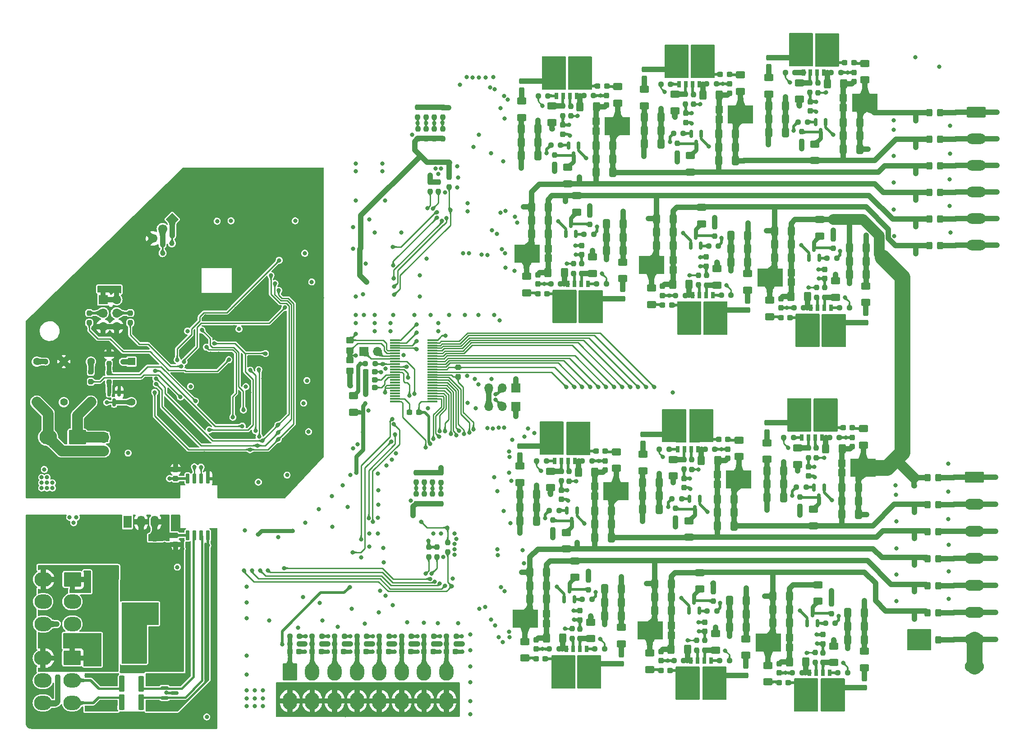
<source format=gbr>
%TF.GenerationSoftware,KiCad,Pcbnew,(6.0.1)*%
%TF.CreationDate,2022-05-08T00:04:23+10:00*%
%TF.ProjectId,211006_lmu_r0,32313130-3036-45f6-9c6d-755f72302e6b,rev?*%
%TF.SameCoordinates,Original*%
%TF.FileFunction,Copper,L4,Bot*%
%TF.FilePolarity,Positive*%
%FSLAX46Y46*%
G04 Gerber Fmt 4.6, Leading zero omitted, Abs format (unit mm)*
G04 Created by KiCad (PCBNEW (6.0.1)) date 2022-05-08 00:04:23*
%MOMM*%
%LPD*%
G01*
G04 APERTURE LIST*
G04 Aperture macros list*
%AMRoundRect*
0 Rectangle with rounded corners*
0 $1 Rounding radius*
0 $2 $3 $4 $5 $6 $7 $8 $9 X,Y pos of 4 corners*
0 Add a 4 corners polygon primitive as box body*
4,1,4,$2,$3,$4,$5,$6,$7,$8,$9,$2,$3,0*
0 Add four circle primitives for the rounded corners*
1,1,$1+$1,$2,$3*
1,1,$1+$1,$4,$5*
1,1,$1+$1,$6,$7*
1,1,$1+$1,$8,$9*
0 Add four rect primitives between the rounded corners*
20,1,$1+$1,$2,$3,$4,$5,0*
20,1,$1+$1,$4,$5,$6,$7,0*
20,1,$1+$1,$6,$7,$8,$9,0*
20,1,$1+$1,$8,$9,$2,$3,0*%
%AMHorizOval*
0 Thick line with rounded ends*
0 $1 width*
0 $2 $3 position (X,Y) of the first rounded end (center of the circle)*
0 $4 $5 position (X,Y) of the second rounded end (center of the circle)*
0 Add line between two ends*
20,1,$1,$2,$3,$4,$5,0*
0 Add two circle primitives to create the rounded ends*
1,1,$1,$2,$3*
1,1,$1,$4,$5*%
%AMRotRect*
0 Rectangle, with rotation*
0 The origin of the aperture is its center*
0 $1 length*
0 $2 width*
0 $3 Rotation angle, in degrees counterclockwise*
0 Add horizontal line*
21,1,$1,$2,0,0,$3*%
%AMFreePoly0*
4,1,7,0.350000,-0.950000,-0.350000,-0.950000,-0.350000,0.375000,-1.620000,0.375000,-1.620000,4.475000,0.350000,4.475000,0.350000,-0.950000,0.350000,-0.950000,$1*%
G04 Aperture macros list end*
%TA.AperFunction,ComponentPad*%
%ADD10RoundRect,0.250001X-1.399999X1.099999X-1.399999X-1.099999X1.399999X-1.099999X1.399999X1.099999X0*%
%TD*%
%TA.AperFunction,ComponentPad*%
%ADD11O,3.300000X2.700000*%
%TD*%
%TA.AperFunction,ComponentPad*%
%ADD12RoundRect,0.250000X-1.550000X0.750000X-1.550000X-0.750000X1.550000X-0.750000X1.550000X0.750000X0*%
%TD*%
%TA.AperFunction,ComponentPad*%
%ADD13O,3.600000X2.000000*%
%TD*%
%TA.AperFunction,ComponentPad*%
%ADD14R,1.700000X1.700000*%
%TD*%
%TA.AperFunction,ComponentPad*%
%ADD15O,1.700000X1.700000*%
%TD*%
%TA.AperFunction,ComponentPad*%
%ADD16R,1.400000X1.400000*%
%TD*%
%TA.AperFunction,ComponentPad*%
%ADD17C,1.400000*%
%TD*%
%TA.AperFunction,ComponentPad*%
%ADD18RoundRect,0.250001X-1.099999X-1.399999X1.099999X-1.399999X1.099999X1.399999X-1.099999X1.399999X0*%
%TD*%
%TA.AperFunction,ComponentPad*%
%ADD19O,2.700000X3.300000*%
%TD*%
%TA.AperFunction,ComponentPad*%
%ADD20RoundRect,0.249999X-1.550001X0.790001X-1.550001X-0.790001X1.550001X-0.790001X1.550001X0.790001X0*%
%TD*%
%TA.AperFunction,ComponentPad*%
%ADD21O,3.600000X2.080000*%
%TD*%
%TA.AperFunction,ComponentPad*%
%ADD22RotRect,1.700000X1.700000X315.000000*%
%TD*%
%TA.AperFunction,ComponentPad*%
%ADD23HorizOval,1.700000X0.000000X0.000000X0.000000X0.000000X0*%
%TD*%
%TA.AperFunction,ComponentPad*%
%ADD24R,1.500000X2.300000*%
%TD*%
%TA.AperFunction,ComponentPad*%
%ADD25O,1.500000X2.300000*%
%TD*%
%TA.AperFunction,SMDPad,CuDef*%
%ADD26RoundRect,0.237500X0.300000X0.237500X-0.300000X0.237500X-0.300000X-0.237500X0.300000X-0.237500X0*%
%TD*%
%TA.AperFunction,SMDPad,CuDef*%
%ADD27RoundRect,0.250000X-0.625000X0.400000X-0.625000X-0.400000X0.625000X-0.400000X0.625000X0.400000X0*%
%TD*%
%TA.AperFunction,SMDPad,CuDef*%
%ADD28RoundRect,0.237500X0.250000X0.237500X-0.250000X0.237500X-0.250000X-0.237500X0.250000X-0.237500X0*%
%TD*%
%TA.AperFunction,SMDPad,CuDef*%
%ADD29RoundRect,0.237500X0.237500X-0.300000X0.237500X0.300000X-0.237500X0.300000X-0.237500X-0.300000X0*%
%TD*%
%TA.AperFunction,SMDPad,CuDef*%
%ADD30RoundRect,0.237500X0.237500X-0.250000X0.237500X0.250000X-0.237500X0.250000X-0.237500X-0.250000X0*%
%TD*%
%TA.AperFunction,SMDPad,CuDef*%
%ADD31RoundRect,0.250000X0.325000X0.450000X-0.325000X0.450000X-0.325000X-0.450000X0.325000X-0.450000X0*%
%TD*%
%TA.AperFunction,SMDPad,CuDef*%
%ADD32C,1.000000*%
%TD*%
%TA.AperFunction,SMDPad,CuDef*%
%ADD33R,4.860000X3.360000*%
%TD*%
%TA.AperFunction,SMDPad,CuDef*%
%ADD34R,1.400000X1.390000*%
%TD*%
%TA.AperFunction,SMDPad,CuDef*%
%ADD35RoundRect,0.250000X-0.412500X-0.650000X0.412500X-0.650000X0.412500X0.650000X-0.412500X0.650000X0*%
%TD*%
%TA.AperFunction,SMDPad,CuDef*%
%ADD36RoundRect,0.237500X-0.300000X-0.237500X0.300000X-0.237500X0.300000X0.237500X-0.300000X0.237500X0*%
%TD*%
%TA.AperFunction,SMDPad,CuDef*%
%ADD37RoundRect,0.250000X0.400000X0.625000X-0.400000X0.625000X-0.400000X-0.625000X0.400000X-0.625000X0*%
%TD*%
%TA.AperFunction,SMDPad,CuDef*%
%ADD38RoundRect,0.250000X0.625000X-0.400000X0.625000X0.400000X-0.625000X0.400000X-0.625000X-0.400000X0*%
%TD*%
%TA.AperFunction,SMDPad,CuDef*%
%ADD39RoundRect,0.250000X-0.400000X-0.625000X0.400000X-0.625000X0.400000X0.625000X-0.400000X0.625000X0*%
%TD*%
%TA.AperFunction,SMDPad,CuDef*%
%ADD40R,0.700000X1.150000*%
%TD*%
%TA.AperFunction,SMDPad,CuDef*%
%ADD41FreePoly0,0.000000*%
%TD*%
%TA.AperFunction,SMDPad,CuDef*%
%ADD42R,0.700000X1.900000*%
%TD*%
%TA.AperFunction,SMDPad,CuDef*%
%ADD43R,0.600000X0.600000*%
%TD*%
%TA.AperFunction,SMDPad,CuDef*%
%ADD44RoundRect,0.150000X-0.150000X0.587500X-0.150000X-0.587500X0.150000X-0.587500X0.150000X0.587500X0*%
%TD*%
%TA.AperFunction,SMDPad,CuDef*%
%ADD45RoundRect,0.250000X0.412500X0.650000X-0.412500X0.650000X-0.412500X-0.650000X0.412500X-0.650000X0*%
%TD*%
%TA.AperFunction,SMDPad,CuDef*%
%ADD46RoundRect,0.237500X-0.237500X0.300000X-0.237500X-0.300000X0.237500X-0.300000X0.237500X0.300000X0*%
%TD*%
%TA.AperFunction,SMDPad,CuDef*%
%ADD47RoundRect,0.237500X-0.250000X-0.237500X0.250000X-0.237500X0.250000X0.237500X-0.250000X0.237500X0*%
%TD*%
%TA.AperFunction,SMDPad,CuDef*%
%ADD48RoundRect,0.042000X-0.258000X0.858000X-0.258000X-0.858000X0.258000X-0.858000X0.258000X0.858000X0*%
%TD*%
%TA.AperFunction,SMDPad,CuDef*%
%ADD49RoundRect,0.237500X-0.237500X0.250000X-0.237500X-0.250000X0.237500X-0.250000X0.237500X0.250000X0*%
%TD*%
%TA.AperFunction,SMDPad,CuDef*%
%ADD50FreePoly0,180.000000*%
%TD*%
%TA.AperFunction,SMDPad,CuDef*%
%ADD51RoundRect,0.150000X0.150000X-0.587500X0.150000X0.587500X-0.150000X0.587500X-0.150000X-0.587500X0*%
%TD*%
%TA.AperFunction,SMDPad,CuDef*%
%ADD52RoundRect,0.250000X0.337500X0.475000X-0.337500X0.475000X-0.337500X-0.475000X0.337500X-0.475000X0*%
%TD*%
%TA.AperFunction,SMDPad,CuDef*%
%ADD53RoundRect,0.250000X0.450000X-0.350000X0.450000X0.350000X-0.450000X0.350000X-0.450000X-0.350000X0*%
%TD*%
%TA.AperFunction,SMDPad,CuDef*%
%ADD54RoundRect,0.050000X-0.450000X0.525000X-0.450000X-0.525000X0.450000X-0.525000X0.450000X0.525000X0*%
%TD*%
%TA.AperFunction,SMDPad,CuDef*%
%ADD55R,3.500000X2.300000*%
%TD*%
%TA.AperFunction,SMDPad,CuDef*%
%ADD56RoundRect,0.250001X-0.799999X-2.474999X0.799999X-2.474999X0.799999X2.474999X-0.799999X2.474999X0*%
%TD*%
%TA.AperFunction,SMDPad,CuDef*%
%ADD57RoundRect,0.150000X-0.587500X-0.150000X0.587500X-0.150000X0.587500X0.150000X-0.587500X0.150000X0*%
%TD*%
%TA.AperFunction,SMDPad,CuDef*%
%ADD58RoundRect,0.025600X0.924400X0.134400X-0.924400X0.134400X-0.924400X-0.134400X0.924400X-0.134400X0*%
%TD*%
%TA.AperFunction,ViaPad*%
%ADD59C,0.800000*%
%TD*%
%TA.AperFunction,Conductor*%
%ADD60C,0.500000*%
%TD*%
%TA.AperFunction,Conductor*%
%ADD61C,1.000000*%
%TD*%
%TA.AperFunction,Conductor*%
%ADD62C,0.381000*%
%TD*%
%TA.AperFunction,Conductor*%
%ADD63C,0.250000*%
%TD*%
%TA.AperFunction,Conductor*%
%ADD64C,2.000000*%
%TD*%
%TA.AperFunction,Conductor*%
%ADD65C,0.750000*%
%TD*%
%TA.AperFunction,Conductor*%
%ADD66C,3.000000*%
%TD*%
G04 APERTURE END LIST*
D10*
%TO.P,J1,1,Pin_1*%
%TO.N,/VBAT*%
X75372789Y-141783700D03*
D11*
%TO.P,J1,2,Pin_2*%
%TO.N,/CAN_P*%
X75372789Y-145983700D03*
%TO.P,J1,3,Pin_3*%
%TO.N,/CAN_N*%
X75372789Y-150183700D03*
%TO.P,J1,4,Pin_4*%
%TO.N,/VGND*%
X69872789Y-141783700D03*
%TO.P,J1,5,Pin_5*%
%TO.N,unconnected-(J1-Pad5)*%
X69872789Y-145983700D03*
%TO.P,J1,6,Pin_6*%
%TO.N,/CAN_S*%
X69872789Y-150183700D03*
%TD*%
D10*
%TO.P,J2,1,Pin_1*%
%TO.N,/VBAT*%
X75422789Y-126983700D03*
D11*
%TO.P,J2,2,Pin_2*%
%TO.N,/CAN_P*%
X75422789Y-131183700D03*
%TO.P,J2,3,Pin_3*%
%TO.N,/CAN_N*%
X75422789Y-135383700D03*
%TO.P,J2,4,Pin_4*%
%TO.N,/VGND*%
X69922789Y-126983700D03*
%TO.P,J2,5,Pin_5*%
%TO.N,unconnected-(J2-Pad5)*%
X69922789Y-131183700D03*
%TO.P,J2,6,Pin_6*%
%TO.N,/CAN_S*%
X69922789Y-135383700D03*
%TD*%
D12*
%TO.P,J4,1,Pin_1*%
%TO.N,/Balance Interface/TAP12*%
X245107885Y-39230000D03*
D13*
%TO.P,J4,2,Pin_2*%
%TO.N,/Balance Interface/TAP11*%
X245107885Y-44230000D03*
%TO.P,J4,3,Pin_3*%
%TO.N,/Balance Interface/TAP10*%
X245107885Y-49230000D03*
%TO.P,J4,4,Pin_4*%
%TO.N,/Balance Interface/TAP9*%
X245107885Y-54230000D03*
%TO.P,J4,5,Pin_5*%
%TO.N,/Balance Interface/TAP8*%
X245107885Y-59230000D03*
%TO.P,J4,6,Pin_6*%
%TO.N,/Balance Interface/TAP7*%
X245107885Y-64230000D03*
%TD*%
D14*
%TO.P,J13,1,Pin_1*%
%TO.N,+3V3_ISO*%
X81177446Y-74408700D03*
D15*
%TO.P,J13,2,Pin_2*%
X83717446Y-74408700D03*
%TO.P,J13,3,Pin_3*%
%TO.N,Net-(J13-Pad3)*%
X81177446Y-76948700D03*
%TO.P,J13,4,Pin_4*%
%TO.N,Net-(J13-Pad4)*%
X83717446Y-76948700D03*
%TO.P,J13,5,Pin_5*%
%TO.N,GND_ISO*%
X81177446Y-79488700D03*
%TO.P,J13,6,Pin_6*%
X83717446Y-79488700D03*
%TD*%
D16*
%TO.P,K1,1*%
%TO.N,+3V3_ISO*%
X86509946Y-86071200D03*
D17*
%TO.P,K1,4*%
%TO.N,Net-(K1-Pad4)*%
X78889946Y-86071200D03*
%TO.P,K1,6*%
%TO.N,GND_ISO*%
X73809946Y-86071200D03*
%TO.P,K1,8*%
%TO.N,+3V3_ISO*%
X68729946Y-86071200D03*
%TO.P,K1,9*%
%TO.N,/SDN_IN*%
X68729946Y-93691200D03*
%TO.P,K1,11*%
%TO.N,unconnected-(K1-Pad11)*%
X73809946Y-93691200D03*
%TO.P,K1,13*%
%TO.N,/SDN_OUT*%
X78889946Y-93691200D03*
%TO.P,K1,16*%
%TO.N,Net-(D7-Pad1)*%
X86509946Y-93691200D03*
%TD*%
D18*
%TO.P,J3,1,Pin_1*%
%TO.N,/TmpCon0*%
X116252446Y-144333700D03*
D19*
%TO.P,J3,2,Pin_2*%
%TO.N,/TmpCon1*%
X120452446Y-144333700D03*
%TO.P,J3,3,Pin_3*%
%TO.N,/TmpCon2*%
X124652446Y-144333700D03*
%TO.P,J3,4,Pin_4*%
%TO.N,/TmpCon3*%
X128852446Y-144333700D03*
%TO.P,J3,5,Pin_5*%
%TO.N,/TmpCon4*%
X133052446Y-144333700D03*
%TO.P,J3,6,Pin_6*%
%TO.N,/TmpCon5*%
X137252446Y-144333700D03*
%TO.P,J3,7,Pin_7*%
%TO.N,/TmpCon6*%
X141452446Y-144333700D03*
%TO.P,J3,8,Pin_8*%
%TO.N,/TmpCon7*%
X145652446Y-144333700D03*
%TO.P,J3,9,Pin_9*%
%TO.N,GND_HV*%
X116252446Y-149833700D03*
%TO.P,J3,10,Pin_10*%
X120452446Y-149833700D03*
%TO.P,J3,11,Pin_11*%
X124652446Y-149833700D03*
%TO.P,J3,12,Pin_12*%
X128852446Y-149833700D03*
%TO.P,J3,13,Pin_13*%
X133052446Y-149833700D03*
%TO.P,J3,14,Pin_14*%
X137252446Y-149833700D03*
%TO.P,J3,15,Pin_15*%
X141452446Y-149833700D03*
%TO.P,J3,16,Pin_16*%
X145652446Y-149833700D03*
%TD*%
D20*
%TO.P,J10,1,Pin_1*%
%TO.N,/Balance Interface/TAP6*%
X244810331Y-107803700D03*
D21*
%TO.P,J10,2,Pin_2*%
%TO.N,/Balance Interface/TAP5*%
X244810331Y-112883700D03*
%TO.P,J10,3,Pin_3*%
%TO.N,/Balance Interface/TAP4*%
X244810331Y-117963700D03*
%TO.P,J10,4,Pin_4*%
%TO.N,/Balance Interface/TAP3*%
X244810331Y-123043700D03*
%TO.P,J10,5,Pin_5*%
%TO.N,/Balance Interface/TAP2*%
X244810331Y-128123700D03*
%TO.P,J10,6,Pin_6*%
%TO.N,/Balance Interface/TAP1*%
X244810331Y-133203700D03*
%TO.P,J10,7,Pin_7*%
%TO.N,/Balance Interface/TAP0*%
X244810331Y-138283700D03*
%TO.P,J10,8,Pin_8*%
X244810331Y-143363700D03*
%TD*%
D22*
%TO.P,J12,1,Pin_1*%
%TO.N,/Microcontroller/USART_TX*%
X94152446Y-59333700D03*
D23*
%TO.P,J12,2,Pin_2*%
%TO.N,/Microcontroller/USART_RX*%
X92356395Y-61129751D03*
%TO.P,J12,3,Pin_3*%
%TO.N,GND_ISO*%
X90560344Y-62925802D03*
%TD*%
D14*
%TO.P,J7,1,Pin_1*%
%TO.N,/Balance Interface/CS*%
X130152446Y-84183700D03*
D15*
%TO.P,J7,2,Pin_2*%
%TO.N,/Balance Interface/SCK*%
X132692446Y-84183700D03*
%TD*%
D14*
%TO.P,J5,1,Pin_1*%
%TO.N,GND_HV*%
X158676946Y-94480100D03*
D15*
%TO.P,J5,2,Pin_2*%
%TO.N,/Balance Interface/DTEN*%
X156136946Y-94480100D03*
%TO.P,J5,3,Pin_3*%
%TO.N,/Balance Interface/VREG*%
X153596946Y-94480100D03*
%TD*%
D24*
%TO.P,U1,1,IN*%
%TO.N,Net-(C3-Pad1)*%
X85762446Y-116183700D03*
D25*
%TO.P,U1,2,GND*%
%TO.N,GND*%
X88302446Y-116183700D03*
%TO.P,U1,3,OUT*%
%TO.N,+5V*%
X90842446Y-116183700D03*
%TD*%
D14*
%TO.P,J6,1,Pin_1*%
%TO.N,GND_HV*%
X158682446Y-91033700D03*
D15*
%TO.P,J6,2,Pin_2*%
%TO.N,/Balance Interface/ISOMD*%
X156142446Y-91033700D03*
%TO.P,J6,3,Pin_3*%
%TO.N,/Balance Interface/VREG*%
X153602446Y-91033700D03*
%TD*%
D10*
%TO.P,J8,1,Pin_1*%
%TO.N,/SDN_OUT*%
X76352446Y-100283700D03*
D11*
%TO.P,J8,2,Pin_2*%
%TO.N,/SDN_IN*%
X70852446Y-100283700D03*
%TD*%
D14*
%TO.P,J9,1,Pin_1*%
%TO.N,/SDN_OUT*%
X81302446Y-100308700D03*
D15*
%TO.P,J9,2,Pin_2*%
%TO.N,/SDN_IN*%
X81302446Y-102848700D03*
%TD*%
D26*
%TO.P,C156,1*%
%TO.N,Net-(C156-Pad1)*%
X187647446Y-144102450D03*
%TO.P,C156,2*%
%TO.N,Net-(C156-Pad2)*%
X185922446Y-144102450D03*
%TD*%
D27*
%TO.P,R36,1*%
%TO.N,Net-(C35-Pad2)*%
X224250000Y-30037000D03*
%TO.P,R36,2*%
%TO.N,/Balance Interface/V+*%
X224250000Y-33137000D03*
%TD*%
D28*
%TO.P,R7,1*%
%TO.N,/Temperature Sensor/TmpOut0*%
X118077446Y-137683700D03*
%TO.P,R7,2*%
%TO.N,/TmpCon0*%
X116252446Y-137683700D03*
%TD*%
D29*
%TO.P,C72,1*%
%TO.N,Net-(C72-Pad1)*%
X178775000Y-74237500D03*
%TO.P,C72,2*%
%TO.N,Net-(C72-Pad2)*%
X178775000Y-72512500D03*
%TD*%
D30*
%TO.P,R115,1*%
%TO.N,/Balance Interface/VREG_LOWER*%
X141512446Y-112758700D03*
%TO.P,R115,2*%
%TO.N,/Balance Interface/LOWER_ADDRESS/A2*%
X141512446Y-110933700D03*
%TD*%
D31*
%TO.P,F10,1*%
%TO.N,/Balance Interface/TAP4*%
X238052392Y-118018700D03*
%TO.P,F10,2*%
%TO.N,/Balance Interface/Lower Active Balance Group/ACTIVE_TAP4*%
X236002392Y-118018700D03*
%TD*%
D26*
%TO.P,C27,1*%
%TO.N,Net-(C27-Pad1)*%
X132214946Y-89483700D03*
%TO.P,C27,2*%
%TO.N,GND_HV*%
X130489946Y-89483700D03*
%TD*%
D32*
%TO.P,TP141,1,1*%
%TO.N,Net-(C156-Pad1)*%
X189957446Y-147853700D03*
%TD*%
D33*
%TO.P,D19,1*%
%TO.N,/Balance Interface/Upper Active Balance Group/ACTIVE_TAP4*%
X177763500Y-41812500D03*
D34*
%TO.P,D19,2*%
%TO.N,/Balance Interface/Upper Active Balance Group/ACTIVE_TAP3*%
X173781500Y-42732500D03*
%TO.P,D19,3*%
X173781500Y-40892500D03*
%TD*%
D28*
%TO.P,R19,1*%
%TO.N,/Temperature Sensor/TmpOut6*%
X143277446Y-137683700D03*
%TO.P,R19,2*%
%TO.N,/TmpCon6*%
X141452446Y-137683700D03*
%TD*%
D29*
%TO.P,C130,1*%
%TO.N,/Balance Interface/Lower Active Balance Group/ACTIVE_TAP3*%
X175434946Y-106439950D03*
%TO.P,C130,2*%
%TO.N,/Balance Interface/Lower Active Balance Group/PI4*%
X175434946Y-104714950D03*
%TD*%
D30*
%TO.P,R94,1*%
%TO.N,Net-(R94-Pad1)*%
X215187500Y-73975000D03*
%TO.P,R94,2*%
%TO.N,/Balance Interface/Upper Active Balance Group/PG1*%
X215187500Y-72150000D03*
%TD*%
D35*
%TO.P,C97,1*%
%TO.N,/UPPER_GND*%
X221325000Y-69700000D03*
%TO.P,C97,2*%
%TO.N,/Balance Interface/Upper Active Balance Group/BOOST*%
X224450000Y-69700000D03*
%TD*%
D36*
%TO.P,C47,1*%
%TO.N,Net-(C47-Pad1)*%
X197075000Y-32062500D03*
%TO.P,C47,2*%
%TO.N,Net-(C47-Pad2)*%
X198800000Y-32062500D03*
%TD*%
D37*
%TO.P,R173,1*%
%TO.N,Net-(R171-Pad1)*%
X167509946Y-137977450D03*
%TO.P,R173,2*%
%TO.N,/Balance Interface/Lower Active Balance Group/ACTIVE_TAP2*%
X164409946Y-137977450D03*
%TD*%
D26*
%TO.P,C23,1*%
%TO.N,GND_HV*%
X143177446Y-140583700D03*
%TO.P,C23,2*%
%TO.N,/TmpCon6*%
X141452446Y-140583700D03*
%TD*%
D38*
%TO.P,R75,1*%
%TO.N,Net-(R75-Pad1)*%
X173062500Y-69512500D03*
%TO.P,R75,2*%
%TO.N,/UPPER_GND*%
X173062500Y-66412500D03*
%TD*%
D39*
%TO.P,R137,1*%
%TO.N,Net-(R135-Pad1)*%
X216847446Y-102451950D03*
%TO.P,R137,2*%
%TO.N,/Balance Interface/Lower Active Balance Group/ACTIVE_TAP5*%
X219947446Y-102451950D03*
%TD*%
D35*
%TO.P,C129,1*%
%TO.N,/Balance Interface/Lower Active Balance Group/ACTIVE_TAP3*%
X173472446Y-116627450D03*
%TO.P,C129,2*%
%TO.N,/Balance Interface/Lower Active Balance Group/ACTIVE_TAP4*%
X176597446Y-116627450D03*
%TD*%
D32*
%TO.P,TP87,1,1*%
%TO.N,Net-(C96-Pad1)*%
X219472500Y-81551250D03*
%TD*%
D40*
%TO.P,T17,1*%
%TO.N,Net-(R83-Pad1)*%
X191870000Y-73625000D03*
%TO.P,T17,2*%
%TO.N,Net-(R82-Pad1)*%
X193140000Y-73625000D03*
%TO.P,T17,3*%
%TO.N,Net-(R87-Pad1)*%
X194410000Y-73625000D03*
%TO.P,T17,4*%
%TO.N,Net-(R89-Pad2)*%
X195680000Y-73625000D03*
D41*
%TO.P,T17,5*%
%TO.N,Net-(C84-Pad1)*%
X195680000Y-79400000D03*
D42*
%TO.P,T17,6*%
X194410000Y-79400000D03*
D41*
%TO.P,T17,7*%
%TO.N,Net-(C83-Pad1)*%
X193140000Y-79400000D03*
D42*
%TO.P,T17,8*%
X191870000Y-79400000D03*
D43*
%TO.P,T17,S1*%
X192505000Y-77025000D03*
%TO.P,T17,S2*%
%TO.N,Net-(C84-Pad1)*%
X195045000Y-77025000D03*
%TD*%
D32*
%TO.P,TP131,1,1*%
%TO.N,Net-(C145-Pad1)*%
X173532446Y-145678700D03*
%TD*%
D35*
%TO.P,C104,1*%
%TO.N,/Balance Interface/Lower Active Balance Group/ACTIVE_TAP5*%
X219884946Y-109751950D03*
%TO.P,C104,2*%
%TO.N,/UPPER_GND*%
X223009946Y-109751950D03*
%TD*%
D26*
%TO.P,C71,1*%
%TO.N,Net-(C71-Pad1)*%
X164525000Y-73312500D03*
%TO.P,C71,2*%
%TO.N,Net-(C71-Pad2)*%
X162800000Y-73312500D03*
%TD*%
D44*
%TO.P,Q5,1,G*%
%TO.N,Net-(Q5-Pad1)*%
X191612500Y-43275000D03*
%TO.P,Q5,2,S*%
%TO.N,/Balance Interface/Upper Active Balance Group/ACTIVE_TAP5*%
X193512500Y-43275000D03*
%TO.P,Q5,3,D*%
%TO.N,Net-(Q5-Pad3)*%
X192562500Y-45150000D03*
%TD*%
D45*
%TO.P,C70,1*%
%TO.N,/Balance Interface/Upper Active Balance Group/ACTIVE_TAP2*%
X164775000Y-57062500D03*
%TO.P,C70,2*%
%TO.N,/Balance Interface/Upper Active Balance Group/ACTIVE_TAP3*%
X161650000Y-57062500D03*
%TD*%
D27*
%TO.P,R91,1*%
%TO.N,/UPPER_GND*%
X215750000Y-59400000D03*
%TO.P,R91,2*%
%TO.N,Net-(Q17-Pad3)*%
X215750000Y-62500000D03*
%TD*%
D26*
%TO.P,C21,1*%
%TO.N,GND_HV*%
X134777446Y-140583700D03*
%TO.P,C21,2*%
%TO.N,/TmpCon4*%
X133052446Y-140583700D03*
%TD*%
D45*
%TO.P,C64,1*%
%TO.N,/UPPER_GND*%
X162862500Y-47362500D03*
%TO.P,C64,2*%
%TO.N,/Balance Interface/Upper Active Balance Group/BOOST*%
X159737500Y-47362500D03*
%TD*%
D46*
%TO.P,C60,1*%
%TO.N,Net-(C60-Pad1)*%
X159775000Y-33337500D03*
%TO.P,C60,2*%
%TO.N,Net-(C60-Pad2)*%
X159775000Y-35062500D03*
%TD*%
D38*
%TO.P,R175,1*%
%TO.N,Net-(R175-Pad1)*%
X172759946Y-138127450D03*
%TO.P,R175,2*%
%TO.N,GND_HV*%
X172759946Y-135027450D03*
%TD*%
D47*
%TO.P,R141,1*%
%TO.N,/Balance Interface/Lower Active Balance Group/SG6*%
X208997446Y-100364450D03*
%TO.P,R141,2*%
%TO.N,Net-(R141-Pad2)*%
X210822446Y-100364450D03*
%TD*%
D28*
%TO.P,R171,1*%
%TO.N,Net-(R171-Pad1)*%
X166784946Y-140089950D03*
%TO.P,R171,2*%
%TO.N,/Balance Interface/Lower Active Balance Group/PI3*%
X164959946Y-140089950D03*
%TD*%
D27*
%TO.P,R252,1*%
%TO.N,/Balance Interface/VREG*%
X128202446Y-92483700D03*
%TO.P,R252,2*%
%TO.N,+5V_HV*%
X128202446Y-95583700D03*
%TD*%
D45*
%TO.P,C152,1*%
%TO.N,/Balance Interface/Lower Active Balance Group/ACTIVE_TAP1*%
X187897446Y-132852450D03*
%TO.P,C152,2*%
%TO.N,/Balance Interface/Lower Active Balance Group/ACTIVE_TAP2*%
X184772446Y-132852450D03*
%TD*%
%TO.P,C61,1*%
%TO.N,/UPPER_GND*%
X162862500Y-42362500D03*
%TO.P,C61,2*%
%TO.N,/Balance Interface/Upper Active Balance Group/BOOST*%
X159737500Y-42362500D03*
%TD*%
D32*
%TO.P,TP2,1,1*%
%TO.N,/VGND*%
X69902446Y-138833700D03*
%TD*%
D36*
%TO.P,C108,1*%
%TO.N,Net-(C108-Pad1)*%
X220134946Y-98501950D03*
%TO.P,C108,2*%
%TO.N,Net-(C108-Pad2)*%
X221859946Y-98501950D03*
%TD*%
D32*
%TO.P,TP16,1,1*%
%TO.N,/Balance Interface/TAP4*%
X248760331Y-117963700D03*
%TD*%
D47*
%TO.P,R159,1*%
%TO.N,Net-(R159-Pad1)*%
X171159946Y-104714950D03*
%TO.P,R159,2*%
%TO.N,/Balance Interface/Lower Active Balance Group/PI4*%
X172984946Y-104714950D03*
%TD*%
D48*
%TO.P,U2,1,VCC1*%
%TO.N,+3V3_ISO*%
X97047446Y-108053700D03*
%TO.P,U2,2,RXD*%
%TO.N,/Microcontroller/CAN_RX*%
X98317446Y-108053700D03*
%TO.P,U2,3,TXD*%
%TO.N,/Microcontroller/CAN_TX*%
X99587446Y-108053700D03*
%TO.P,U2,4,GND1*%
%TO.N,GND_ISO*%
X100857446Y-108053700D03*
%TO.P,U2,5,GND2*%
%TO.N,/CAN_S*%
X100857446Y-118713700D03*
%TO.P,U2,6,CANL*%
%TO.N,/CAN/CAN_PRE_N*%
X99587446Y-118713700D03*
%TO.P,U2,7,CANH*%
%TO.N,/CAN/CAN_PRE_P*%
X98317446Y-118713700D03*
%TO.P,U2,8,VCC2*%
%TO.N,+5V*%
X97047446Y-118713700D03*
%TD*%
D30*
%TO.P,R129,1*%
%TO.N,/Balance Interface/Lower Active Balance Group/RTONS*%
X142312446Y-122758700D03*
%TO.P,R129,2*%
%TO.N,GND_HV*%
X142312446Y-120933700D03*
%TD*%
D33*
%TO.P,D15,1*%
%TO.N,/Balance Interface/V+*%
X224176000Y-37437000D03*
D34*
%TO.P,D15,2*%
%TO.N,/Balance Interface/Upper Active Balance Group/ACTIVE_TAP5*%
X220194000Y-38357000D03*
%TO.P,D15,3*%
X220194000Y-36517000D03*
%TD*%
D35*
%TO.P,C100,1*%
%TO.N,/UPPER_GND*%
X221325000Y-64700000D03*
%TO.P,C100,2*%
%TO.N,/Balance Interface/Upper Active Balance Group/BOOST*%
X224450000Y-64700000D03*
%TD*%
D27*
%TO.P,R67,1*%
%TO.N,/Balance Interface/Upper Active Balance Group/ACTIVE_TAP2*%
X170112500Y-54912500D03*
%TO.P,R67,2*%
%TO.N,Net-(Q11-Pad3)*%
X170112500Y-58012500D03*
%TD*%
D37*
%TO.P,R197,1*%
%TO.N,Net-(R195-Pad1)*%
X213147446Y-142464950D03*
%TO.P,R197,2*%
%TO.N,GND_HV*%
X210047446Y-142464950D03*
%TD*%
D30*
%TO.P,R114,1*%
%TO.N,/Balance Interface/LOWER_ADDRESS/A1*%
X143062446Y-108758700D03*
%TO.P,R114,2*%
%TO.N,GND_HV*%
X143062446Y-106933700D03*
%TD*%
D28*
%TO.P,R57,1*%
%TO.N,Net-(Q8-Pad1)*%
X167075000Y-45412500D03*
%TO.P,R57,2*%
%TO.N,/Balance Interface/S10*%
X165250000Y-45412500D03*
%TD*%
D37*
%TO.P,R73,1*%
%TO.N,Net-(R71-Pad1)*%
X167812500Y-69362500D03*
%TO.P,R73,2*%
%TO.N,/Balance Interface/Upper Active Balance Group/ACTIVE_TAP2*%
X164712500Y-69362500D03*
%TD*%
D40*
%TO.P,T22,1*%
%TO.N,Net-(R171-Pad1)*%
X168142446Y-140064950D03*
%TO.P,T22,2*%
%TO.N,Net-(R170-Pad1)*%
X169412446Y-140064950D03*
%TO.P,T22,3*%
%TO.N,Net-(R175-Pad1)*%
X170682446Y-140064950D03*
%TO.P,T22,4*%
%TO.N,Net-(R177-Pad2)*%
X171952446Y-140064950D03*
D41*
%TO.P,T22,5*%
%TO.N,Net-(C145-Pad1)*%
X171952446Y-145839950D03*
D42*
%TO.P,T22,6*%
X170682446Y-145839950D03*
D41*
%TO.P,T22,7*%
%TO.N,Net-(C144-Pad1)*%
X169412446Y-145839950D03*
D42*
%TO.P,T22,8*%
X168142446Y-145839950D03*
D43*
%TO.P,T22,S1*%
X168777446Y-143464950D03*
%TO.P,T22,S2*%
%TO.N,Net-(C145-Pad1)*%
X171317446Y-143464950D03*
%TD*%
D47*
%TO.P,R81,1*%
%TO.N,Net-(Q14-Pad1)*%
X194900000Y-64337500D03*
%TO.P,R81,2*%
%TO.N,/Balance Interface/S8*%
X196725000Y-64337500D03*
%TD*%
D36*
%TO.P,C174,1*%
%TO.N,/Balance Interface/C0*%
X138727446Y-95633700D03*
%TO.P,C174,2*%
%TO.N,/Balance Interface/C1*%
X140452446Y-95633700D03*
%TD*%
D45*
%TO.P,C137,1*%
%TO.N,GND_HV*%
X162559946Y-115977450D03*
%TO.P,C137,2*%
%TO.N,/Balance Interface/Lower Active Balance Group/BOOST*%
X159434946Y-115977450D03*
%TD*%
%TO.P,C110,1*%
%TO.N,GND_HV*%
X208972446Y-106601950D03*
%TO.P,C110,2*%
%TO.N,/Balance Interface/Lower Active Balance Group/BOOST*%
X205847446Y-106601950D03*
%TD*%
D30*
%TO.P,R140,1*%
%TO.N,/Balance Interface/Lower Active Balance Group/SI6*%
X213609946Y-104126950D03*
%TO.P,R140,2*%
%TO.N,Net-(R139-Pad1)*%
X213609946Y-102301950D03*
%TD*%
D31*
%TO.P,F7,1*%
%TO.N,/Balance Interface/TAP7*%
X238349946Y-64285000D03*
%TO.P,F7,2*%
%TO.N,/Balance Interface/Upper Active Balance Group/ACTIVE_TAP1*%
X236299946Y-64285000D03*
%TD*%
D47*
%TO.P,R22,1*%
%TO.N,/Balance Interface/VREG*%
X130439946Y-86483700D03*
%TO.P,R22,2*%
%TO.N,/Balance Interface/WDT*%
X132264946Y-86483700D03*
%TD*%
D28*
%TO.P,R21,1*%
%TO.N,/Temperature Sensor/TmpOut7*%
X147477446Y-137683700D03*
%TO.P,R21,2*%
%TO.N,/TmpCon7*%
X145652446Y-137683700D03*
%TD*%
D46*
%TO.P,C69,1*%
%TO.N,/Balance Interface/Upper Active Balance Group/ACTIVE_TAP2*%
X162812500Y-69750000D03*
%TO.P,C69,2*%
%TO.N,/Balance Interface/Upper Active Balance Group/PI3*%
X162812500Y-71475000D03*
%TD*%
D49*
%TO.P,R146,1*%
%TO.N,Net-(R146-Pad1)*%
X191747446Y-104502450D03*
%TO.P,R146,2*%
%TO.N,/Balance Interface/Lower Active Balance Group/PG5*%
X191747446Y-106327450D03*
%TD*%
D40*
%TO.P,T23,1*%
%TO.N,Net-(R183-Pad1)*%
X191567446Y-142239950D03*
%TO.P,T23,2*%
%TO.N,Net-(R182-Pad1)*%
X192837446Y-142239950D03*
%TO.P,T23,3*%
%TO.N,Net-(R187-Pad1)*%
X194107446Y-142239950D03*
%TO.P,T23,4*%
%TO.N,Net-(R189-Pad2)*%
X195377446Y-142239950D03*
D41*
%TO.P,T23,5*%
%TO.N,Net-(C157-Pad1)*%
X195377446Y-148014950D03*
D42*
%TO.P,T23,6*%
X194107446Y-148014950D03*
D41*
%TO.P,T23,7*%
%TO.N,Net-(C156-Pad1)*%
X192837446Y-148014950D03*
D42*
%TO.P,T23,8*%
X191567446Y-148014950D03*
D43*
%TO.P,T23,S1*%
X192202446Y-145639950D03*
%TO.P,T23,S2*%
%TO.N,Net-(C157-Pad1)*%
X194742446Y-145639950D03*
%TD*%
D35*
%TO.P,C85,1*%
%TO.N,/UPPER_GND*%
X199112500Y-67387500D03*
%TO.P,C85,2*%
%TO.N,/Balance Interface/Upper Active Balance Group/BOOST*%
X202237500Y-67387500D03*
%TD*%
D28*
%TO.P,R83,1*%
%TO.N,Net-(R83-Pad1)*%
X190512500Y-73650000D03*
%TO.P,R83,2*%
%TO.N,/Balance Interface/Upper Active Balance Group/PI2*%
X188687500Y-73650000D03*
%TD*%
D31*
%TO.P,F6,1*%
%TO.N,/Balance Interface/TAP8*%
X238349946Y-59285000D03*
%TO.P,F6,2*%
%TO.N,/Balance Interface/Upper Active Balance Group/ACTIVE_TAP2*%
X236299946Y-59285000D03*
%TD*%
D38*
%TO.P,R198,1*%
%TO.N,Net-(C169-Pad2)*%
X224109946Y-143577450D03*
%TO.P,R198,2*%
%TO.N,/Balance Interface/Lower Active Balance Group/BOOST*%
X224109946Y-140477450D03*
%TD*%
D32*
%TO.P,TP17,1,1*%
%TO.N,/Balance Interface/TAP3*%
X248760331Y-123043700D03*
%TD*%
D28*
%TO.P,R201,1*%
%TO.N,/Balance Interface/Lower Active Balance Group/SG1*%
X220997446Y-144552450D03*
%TO.P,R201,2*%
%TO.N,Net-(R201-Pad2)*%
X219172446Y-144552450D03*
%TD*%
D26*
%TO.P,C144,1*%
%TO.N,Net-(C144-Pad1)*%
X164222446Y-141927450D03*
%TO.P,C144,2*%
%TO.N,Net-(C144-Pad2)*%
X162497446Y-141927450D03*
%TD*%
D39*
%TO.P,R149,1*%
%TO.N,Net-(R147-Pad1)*%
X193484946Y-104627450D03*
%TO.P,R149,2*%
%TO.N,/Balance Interface/Lower Active Balance Group/ACTIVE_TAP4*%
X196584946Y-104627450D03*
%TD*%
D45*
%TO.P,C52,1*%
%TO.N,/UPPER_GND*%
X185912500Y-45162500D03*
%TO.P,C52,2*%
%TO.N,/Balance Interface/Upper Active Balance Group/BOOST*%
X182787500Y-45162500D03*
%TD*%
D29*
%TO.P,C118,1*%
%TO.N,/Balance Interface/Lower Active Balance Group/ACTIVE_TAP4*%
X198484946Y-104239950D03*
%TO.P,C118,2*%
%TO.N,/Balance Interface/Lower Active Balance Group/PI5*%
X198484946Y-102514950D03*
%TD*%
D30*
%TO.P,R194,1*%
%TO.N,Net-(R194-Pad1)*%
X214884946Y-142589950D03*
%TO.P,R194,2*%
%TO.N,/Balance Interface/Lower Active Balance Group/PG1*%
X214884946Y-140764950D03*
%TD*%
D32*
%TO.P,TP65,1,1*%
%TO.N,Net-(C72-Pad1)*%
X173835000Y-77063750D03*
%TD*%
D45*
%TO.P,C167,1*%
%TO.N,GND_HV*%
X210109946Y-130164950D03*
%TO.P,C167,2*%
%TO.N,/Balance Interface/Lower Active Balance Group/ACTIVE_TAP1*%
X206984946Y-130164950D03*
%TD*%
D29*
%TO.P,C169,1*%
%TO.N,Net-(C169-Pad1)*%
X224109946Y-147339950D03*
%TO.P,C169,2*%
%TO.N,Net-(C169-Pad2)*%
X224109946Y-145614950D03*
%TD*%
D40*
%TO.P,T21,1*%
%TO.N,Net-(R159-Pad1)*%
X169802446Y-104739950D03*
%TO.P,T21,2*%
%TO.N,Net-(R158-Pad1)*%
X168532446Y-104739950D03*
%TO.P,T21,3*%
%TO.N,Net-(R163-Pad1)*%
X167262446Y-104739950D03*
%TO.P,T21,4*%
%TO.N,Net-(R165-Pad2)*%
X165992446Y-104739950D03*
D50*
%TO.P,T21,5*%
%TO.N,Net-(C133-Pad1)*%
X165992446Y-98964950D03*
D42*
%TO.P,T21,6*%
X167262446Y-98964950D03*
D50*
%TO.P,T21,7*%
%TO.N,Net-(C132-Pad1)*%
X168532446Y-98964950D03*
D42*
%TO.P,T21,8*%
X169802446Y-98964950D03*
D43*
%TO.P,T21,S1*%
X169167446Y-101339950D03*
%TO.P,T21,S2*%
%TO.N,Net-(C133-Pad1)*%
X166627446Y-101339950D03*
%TD*%
D35*
%TO.P,C116,1*%
%TO.N,/Balance Interface/Lower Active Balance Group/ACTIVE_TAP4*%
X196522446Y-111927450D03*
%TO.P,C116,2*%
%TO.N,/Balance Interface/Lower Active Balance Group/ACTIVE_TAP5*%
X199647446Y-111927450D03*
%TD*%
D45*
%TO.P,C113,1*%
%TO.N,GND_HV*%
X208972446Y-111601950D03*
%TO.P,C113,2*%
%TO.N,/Balance Interface/Lower Active Balance Group/BOOST*%
X205847446Y-111601950D03*
%TD*%
D49*
%TO.P,R5,1*%
%TO.N,/VGND*%
X72702446Y-143571200D03*
%TO.P,R5,2*%
%TO.N,/CAN_S*%
X72702446Y-145396200D03*
%TD*%
D32*
%TO.P,TP42,1,1*%
%TO.N,Net-(C47-Pad1)*%
X194765000Y-28311250D03*
%TD*%
D47*
%TO.P,R181,1*%
%TO.N,Net-(Q32-Pad1)*%
X194597446Y-132952450D03*
%TO.P,R181,2*%
%TO.N,/Balance Interface/S2*%
X196422446Y-132952450D03*
%TD*%
D26*
%TO.P,C8,1*%
%TO.N,/CAN_P*%
X84714946Y-145583700D03*
%TO.P,C8,2*%
%TO.N,/CAN_S*%
X82989946Y-145583700D03*
%TD*%
D38*
%TO.P,R174,1*%
%TO.N,Net-(C145-Pad2)*%
X178472446Y-139089950D03*
%TO.P,R174,2*%
%TO.N,/Balance Interface/Lower Active Balance Group/BOOST*%
X178472446Y-135989950D03*
%TD*%
%TO.P,R98,1*%
%TO.N,Net-(C96-Pad2)*%
X224412500Y-74962500D03*
%TO.P,R98,2*%
%TO.N,/Balance Interface/Upper Active Balance Group/BOOST*%
X224412500Y-71862500D03*
%TD*%
D37*
%TO.P,R185,1*%
%TO.N,Net-(R183-Pad1)*%
X190934946Y-140152450D03*
%TO.P,R185,2*%
%TO.N,/Balance Interface/Lower Active Balance Group/ACTIVE_TAP1*%
X187834946Y-140152450D03*
%TD*%
D45*
%TO.P,C80,1*%
%TO.N,/Balance Interface/Upper Active Balance Group/ACTIVE_TAP1*%
X188200000Y-61737500D03*
%TO.P,C80,2*%
%TO.N,/Balance Interface/Upper Active Balance Group/ACTIVE_TAP2*%
X185075000Y-61737500D03*
%TD*%
D29*
%TO.P,C50,1*%
%TO.N,/UPPER_GND*%
X190575000Y-41125000D03*
%TO.P,C50,2*%
%TO.N,/Balance Interface/Upper Active Balance Group/SI5*%
X190575000Y-39400000D03*
%TD*%
D51*
%TO.P,Q17,1,G*%
%TO.N,Net-(Q17-Pad1)*%
X215625000Y-66587500D03*
%TO.P,Q17,2,S*%
%TO.N,/Balance Interface/Upper Active Balance Group/ACTIVE_TAP1*%
X213725000Y-66587500D03*
%TO.P,Q17,3,D*%
%TO.N,Net-(Q17-Pad3)*%
X214675000Y-64712500D03*
%TD*%
D26*
%TO.P,C25,1*%
%TO.N,/Balance Interface/VREG*%
X132214946Y-87983700D03*
%TO.P,C25,2*%
%TO.N,GND_HV*%
X130489946Y-87983700D03*
%TD*%
D29*
%TO.P,C45,1*%
%TO.N,/Balance Interface/Upper Active Balance Group/ACTIVE_TAP4*%
X198787500Y-35625000D03*
%TO.P,C45,2*%
%TO.N,/Balance Interface/Upper Active Balance Group/PI5*%
X198787500Y-33900000D03*
%TD*%
D40*
%TO.P,T19,1*%
%TO.N,Net-(R135-Pad1)*%
X216214946Y-100364450D03*
%TO.P,T19,2*%
%TO.N,Net-(R134-Pad1)*%
X214944946Y-100364450D03*
%TO.P,T19,3*%
%TO.N,Net-(R139-Pad1)*%
X213674946Y-100364450D03*
%TO.P,T19,4*%
%TO.N,Net-(R141-Pad2)*%
X212404946Y-100364450D03*
D50*
%TO.P,T19,5*%
%TO.N,Net-(C109-Pad1)*%
X212404946Y-94589450D03*
D42*
%TO.P,T19,6*%
X213674946Y-94589450D03*
D50*
%TO.P,T19,7*%
%TO.N,Net-(C108-Pad1)*%
X214944946Y-94589450D03*
D42*
%TO.P,T19,8*%
X216214946Y-94589450D03*
D43*
%TO.P,T19,S1*%
X215579946Y-96964450D03*
%TO.P,T19,S2*%
%TO.N,Net-(C109-Pad1)*%
X213039946Y-96964450D03*
%TD*%
D35*
%TO.P,C58,1*%
%TO.N,/Balance Interface/Upper Active Balance Group/ACTIVE_TAP3*%
X173775000Y-50512500D03*
%TO.P,C58,2*%
%TO.N,/Balance Interface/Upper Active Balance Group/ACTIVE_TAP4*%
X176900000Y-50512500D03*
%TD*%
D28*
%TO.P,R157,1*%
%TO.N,Net-(Q26-Pad1)*%
X166772446Y-114027450D03*
%TO.P,R157,2*%
%TO.N,/Balance Interface/S4*%
X164947446Y-114027450D03*
%TD*%
D30*
%TO.P,R182,1*%
%TO.N,Net-(R182-Pad1)*%
X192672446Y-140277450D03*
%TO.P,R182,2*%
%TO.N,/Balance Interface/Lower Active Balance Group/PG2*%
X192672446Y-138452450D03*
%TD*%
D32*
%TO.P,TP142,1,1*%
%TO.N,Net-(C157-Pad1)*%
X196957446Y-147853700D03*
%TD*%
D35*
%TO.P,C56,1*%
%TO.N,/Balance Interface/Upper Active Balance Group/ACTIVE_TAP3*%
X173775000Y-48012500D03*
%TO.P,C56,2*%
%TO.N,/Balance Interface/Upper Active Balance Group/ACTIVE_TAP4*%
X176900000Y-48012500D03*
%TD*%
D28*
%TO.P,R133,1*%
%TO.N,Net-(Q20-Pad1)*%
X213184946Y-109651950D03*
%TO.P,R133,2*%
%TO.N,/Balance Interface/S6*%
X211359946Y-109651950D03*
%TD*%
D30*
%TO.P,R107,1*%
%TO.N,/Balance Interface/VREG_UPPER*%
X141802500Y-44193750D03*
%TO.P,R107,2*%
%TO.N,/Balance Interface/UPPER_ADDRESS/A2*%
X141802500Y-42368750D03*
%TD*%
D52*
%TO.P,C4,1*%
%TO.N,+5V*%
X90864946Y-119108700D03*
%TO.P,C4,2*%
%TO.N,GND*%
X88789946Y-119108700D03*
%TD*%
D38*
%TO.P,R155,1*%
%TO.N,/Balance Interface/Lower Active Balance Group/ACTIVE_TAP3*%
X168134946Y-121277450D03*
%TO.P,R155,2*%
%TO.N,Net-(Q26-Pad3)*%
X168134946Y-118177450D03*
%TD*%
D45*
%TO.P,C136,1*%
%TO.N,GND_HV*%
X162559946Y-113477450D03*
%TO.P,C136,2*%
%TO.N,/Balance Interface/Lower Active Balance Group/BOOST*%
X159434946Y-113477450D03*
%TD*%
D32*
%TO.P,TP64,1,1*%
%TO.N,Net-(C71-Pad1)*%
X166835000Y-77063750D03*
%TD*%
D35*
%TO.P,C173,1*%
%TO.N,GND_HV*%
X221022446Y-133314950D03*
%TO.P,C173,2*%
%TO.N,/Balance Interface/Lower Active Balance Group/BOOST*%
X224147446Y-133314950D03*
%TD*%
D40*
%TO.P,T24,1*%
%TO.N,Net-(R195-Pad1)*%
X213779946Y-144552450D03*
%TO.P,T24,2*%
%TO.N,Net-(R194-Pad1)*%
X215049946Y-144552450D03*
%TO.P,T24,3*%
%TO.N,Net-(R199-Pad1)*%
X216319946Y-144552450D03*
%TO.P,T24,4*%
%TO.N,Net-(R201-Pad2)*%
X217589946Y-144552450D03*
D41*
%TO.P,T24,5*%
%TO.N,Net-(C169-Pad1)*%
X217589946Y-150327450D03*
D42*
%TO.P,T24,6*%
X216319946Y-150327450D03*
D41*
%TO.P,T24,7*%
%TO.N,Net-(C168-Pad1)*%
X215049946Y-150327450D03*
D42*
%TO.P,T24,8*%
X213779946Y-150327450D03*
D43*
%TO.P,T24,S1*%
X214414946Y-147952450D03*
%TO.P,T24,S2*%
%TO.N,Net-(C169-Pad1)*%
X216954946Y-147952450D03*
%TD*%
D31*
%TO.P,F9,1*%
%TO.N,/Balance Interface/TAP5*%
X238052392Y-112938700D03*
%TO.P,F9,2*%
%TO.N,/Balance Interface/Lower Active Balance Group/ACTIVE_TAP5*%
X236002392Y-112938700D03*
%TD*%
D30*
%TO.P,R70,1*%
%TO.N,Net-(R70-Pad1)*%
X169550000Y-69487500D03*
%TO.P,R70,2*%
%TO.N,/Balance Interface/Upper Active Balance Group/PG3*%
X169550000Y-67662500D03*
%TD*%
D51*
%TO.P,Q14,1,G*%
%TO.N,Net-(Q14-Pad1)*%
X193412500Y-64275000D03*
%TO.P,Q14,2,S*%
%TO.N,/Balance Interface/Upper Active Balance Group/ACTIVE_TAP2*%
X191512500Y-64275000D03*
%TO.P,Q14,3,D*%
%TO.N,Net-(Q14-Pad3)*%
X192462500Y-62400000D03*
%TD*%
D38*
%TO.P,R143,1*%
%TO.N,/Balance Interface/Lower Active Balance Group/ACTIVE_TAP4*%
X191184946Y-119077450D03*
%TO.P,R143,2*%
%TO.N,Net-(Q23-Pad3)*%
X191184946Y-115977450D03*
%TD*%
D26*
%TO.P,C24,1*%
%TO.N,GND_HV*%
X147377446Y-140583700D03*
%TO.P,C24,2*%
%TO.N,/TmpCon7*%
X145652446Y-140583700D03*
%TD*%
D38*
%TO.P,R199,1*%
%TO.N,Net-(R199-Pad1)*%
X218397446Y-142614950D03*
%TO.P,R199,2*%
%TO.N,GND_HV*%
X218397446Y-139514950D03*
%TD*%
D30*
%TO.P,R130,1*%
%TO.N,/Balance Interface/Lower Active Balance Group/RTONP*%
X143862446Y-122758700D03*
%TO.P,R130,2*%
%TO.N,GND_HV*%
X143862446Y-120933700D03*
%TD*%
%TO.P,R103,1*%
%TO.N,/Balance Interface/VREG_UPPER*%
X144952500Y-44193750D03*
%TO.P,R103,2*%
%TO.N,/Balance Interface/UPPER_ADDRESS/A0*%
X144952500Y-42368750D03*
%TD*%
D36*
%TO.P,C132,1*%
%TO.N,Net-(C132-Pad1)*%
X173722446Y-102877450D03*
%TO.P,C132,2*%
%TO.N,Net-(C132-Pad2)*%
X175447446Y-102877450D03*
%TD*%
D32*
%TO.P,TP20,1,1*%
%TO.N,/Balance Interface/TAP0*%
X248760331Y-138283700D03*
%TD*%
D45*
%TO.P,C49,1*%
%TO.N,/UPPER_GND*%
X185912500Y-40162500D03*
%TO.P,C49,2*%
%TO.N,/Balance Interface/Upper Active Balance Group/BOOST*%
X182787500Y-40162500D03*
%TD*%
D40*
%TO.P,T15,1*%
%TO.N,Net-(R59-Pad1)*%
X170105000Y-36125000D03*
%TO.P,T15,2*%
%TO.N,Net-(R58-Pad1)*%
X168835000Y-36125000D03*
%TO.P,T15,3*%
%TO.N,Net-(R63-Pad1)*%
X167565000Y-36125000D03*
%TO.P,T15,4*%
%TO.N,Net-(R65-Pad2)*%
X166295000Y-36125000D03*
D50*
%TO.P,T15,5*%
%TO.N,Net-(C60-Pad1)*%
X166295000Y-30350000D03*
D42*
%TO.P,T15,6*%
X167565000Y-30350000D03*
D50*
%TO.P,T15,7*%
%TO.N,Net-(C59-Pad1)*%
X168835000Y-30350000D03*
D42*
%TO.P,T15,8*%
X170105000Y-30350000D03*
D43*
%TO.P,T15,S1*%
X169470000Y-32725000D03*
%TO.P,T15,S2*%
%TO.N,Net-(C60-Pad1)*%
X166930000Y-32725000D03*
%TD*%
D27*
%TO.P,R151,1*%
%TO.N,Net-(R151-Pad1)*%
X188234946Y-104477450D03*
%TO.P,R151,2*%
%TO.N,GND_HV*%
X188234946Y-107577450D03*
%TD*%
D47*
%TO.P,R6,1*%
%TO.N,/TmpCon0*%
X116252446Y-139133700D03*
%TO.P,R6,2*%
%TO.N,+5V_HV*%
X118077446Y-139133700D03*
%TD*%
%TO.P,R153,1*%
%TO.N,/Balance Interface/Lower Active Balance Group/SG5*%
X185634946Y-102539950D03*
%TO.P,R153,2*%
%TO.N,Net-(R153-Pad2)*%
X187459946Y-102539950D03*
%TD*%
D30*
%TO.P,R203,1*%
%TO.N,/Microcontroller/LMS_OK_FB*%
X78877446Y-89846200D03*
%TO.P,R203,2*%
%TO.N,Net-(K1-Pad4)*%
X78877446Y-88021200D03*
%TD*%
D26*
%TO.P,C168,1*%
%TO.N,Net-(C168-Pad1)*%
X209859946Y-146414950D03*
%TO.P,C168,2*%
%TO.N,Net-(C168-Pad2)*%
X208134946Y-146414950D03*
%TD*%
D27*
%TO.P,R48,1*%
%TO.N,Net-(C47-Pad2)*%
X200887500Y-32212500D03*
%TO.P,R48,2*%
%TO.N,/Balance Interface/Upper Active Balance Group/ACTIVE_TAP5*%
X200887500Y-35312500D03*
%TD*%
D47*
%TO.P,R147,1*%
%TO.N,Net-(R147-Pad1)*%
X194209946Y-102514950D03*
%TO.P,R147,2*%
%TO.N,/Balance Interface/Lower Active Balance Group/PI5*%
X196034946Y-102514950D03*
%TD*%
D38*
%TO.P,R172,1*%
%TO.N,Net-(C144-Pad2)*%
X160409946Y-141777450D03*
%TO.P,R172,2*%
%TO.N,/Balance Interface/Lower Active Balance Group/ACTIVE_TAP3*%
X160409946Y-138677450D03*
%TD*%
D45*
%TO.P,C82,1*%
%TO.N,/Balance Interface/Upper Active Balance Group/ACTIVE_TAP1*%
X188200000Y-59237500D03*
%TO.P,C82,2*%
%TO.N,/Balance Interface/Upper Active Balance Group/ACTIVE_TAP2*%
X185075000Y-59237500D03*
%TD*%
D49*
%TO.P,R180,1*%
%TO.N,Net-(D37-Pad2)*%
X195734946Y-129289950D03*
%TO.P,R180,2*%
%TO.N,Net-(Q32-Pad3)*%
X195734946Y-131114950D03*
%TD*%
D30*
%TO.P,R110,1*%
%TO.N,/Balance Interface/UPPER_ADDRESS/A3*%
X140202500Y-40118750D03*
%TO.P,R110,2*%
%TO.N,/UPPER_GND*%
X140202500Y-38293750D03*
%TD*%
D35*
%TO.P,C148,1*%
%TO.N,GND_HV*%
X175384946Y-131327450D03*
%TO.P,C148,2*%
%TO.N,/Balance Interface/Lower Active Balance Group/BOOST*%
X178509946Y-131327450D03*
%TD*%
D32*
%TO.P,TP53,1,1*%
%TO.N,Net-(C59-Pad1)*%
X171715000Y-30511250D03*
%TD*%
D28*
%TO.P,R183,1*%
%TO.N,Net-(R183-Pad1)*%
X190209946Y-142264950D03*
%TO.P,R183,2*%
%TO.N,/Balance Interface/Lower Active Balance Group/PI2*%
X188384946Y-142264950D03*
%TD*%
D32*
%TO.P,TP160,1,1*%
%TO.N,/Microcontroller/USART_RX*%
X92352446Y-65683700D03*
%TD*%
D36*
%TO.P,C35,1*%
%TO.N,Net-(C35-Pad1)*%
X220437500Y-29887000D03*
%TO.P,C35,2*%
%TO.N,Net-(C35-Pad2)*%
X222162500Y-29887000D03*
%TD*%
D45*
%TO.P,C164,1*%
%TO.N,GND_HV*%
X210109946Y-135164950D03*
%TO.P,C164,2*%
%TO.N,/Balance Interface/Lower Active Balance Group/ACTIVE_TAP1*%
X206984946Y-135164950D03*
%TD*%
D28*
%TO.P,R101,1*%
%TO.N,/Balance Interface/Upper Active Balance Group/SG1*%
X221300000Y-75937500D03*
%TO.P,R101,2*%
%TO.N,Net-(R101-Pad2)*%
X219475000Y-75937500D03*
%TD*%
D32*
%TO.P,TP13,1,1*%
%TO.N,/Balance Interface/TAP7*%
X249057885Y-64230000D03*
%TD*%
D33*
%TO.P,D21,1*%
%TO.N,/Balance Interface/Upper Active Balance Group/ACTIVE_TAP3*%
X160786500Y-65762500D03*
D34*
%TO.P,D21,2*%
%TO.N,/Balance Interface/Upper Active Balance Group/ACTIVE_TAP2*%
X164768500Y-64842500D03*
%TO.P,D21,3*%
X164768500Y-66682500D03*
%TD*%
D49*
%TO.P,R76,1*%
%TO.N,/Balance Interface/Upper Active Balance Group/SI3*%
X171050000Y-67687500D03*
%TO.P,R76,2*%
%TO.N,Net-(R75-Pad1)*%
X171050000Y-69512500D03*
%TD*%
D30*
%TO.P,R113,1*%
%TO.N,/Balance Interface/VREG_LOWER*%
X143062446Y-112758700D03*
%TO.P,R113,2*%
%TO.N,/Balance Interface/LOWER_ADDRESS/A1*%
X143062446Y-110933700D03*
%TD*%
D35*
%TO.P,C170,1*%
%TO.N,GND_HV*%
X221022446Y-138314950D03*
%TO.P,C170,2*%
%TO.N,/Balance Interface/Lower Active Balance Group/BOOST*%
X224147446Y-138314950D03*
%TD*%
D49*
%TO.P,R28,1*%
%TO.N,/Balance Interface/VREG_UPPER*%
X146165000Y-51418750D03*
%TO.P,R28,2*%
%TO.N,/Balance Interface/WDT_UPPER*%
X146165000Y-53243750D03*
%TD*%
D31*
%TO.P,F2,1*%
%TO.N,/Balance Interface/TAP12*%
X238349946Y-39285000D03*
%TO.P,F2,2*%
%TO.N,/Balance Interface/V+*%
X236299946Y-39285000D03*
%TD*%
D51*
%TO.P,Q35,1,G*%
%TO.N,Net-(Q35-Pad1)*%
X215322446Y-135202450D03*
%TO.P,Q35,2,S*%
%TO.N,/Balance Interface/Lower Active Balance Group/ACTIVE_TAP1*%
X213422446Y-135202450D03*
%TO.P,Q35,3,D*%
%TO.N,Net-(Q35-Pad3)*%
X214372446Y-133327450D03*
%TD*%
D36*
%TO.P,C120,1*%
%TO.N,Net-(C120-Pad1)*%
X196772446Y-100677450D03*
%TO.P,C120,2*%
%TO.N,Net-(C120-Pad2)*%
X198497446Y-100677450D03*
%TD*%
D49*
%TO.P,R100,1*%
%TO.N,/Balance Interface/Upper Active Balance Group/SI1*%
X216687500Y-72175000D03*
%TO.P,R100,2*%
%TO.N,Net-(R100-Pad2)*%
X216687500Y-74000000D03*
%TD*%
D27*
%TO.P,R50,1*%
%TO.N,Net-(C48-Pad2)*%
X182825000Y-34900000D03*
%TO.P,R50,2*%
%TO.N,/Balance Interface/Upper Active Balance Group/BOOST*%
X182825000Y-38000000D03*
%TD*%
D35*
%TO.P,C55,1*%
%TO.N,/Balance Interface/Upper Active Balance Group/ACTIVE_TAP3*%
X173775000Y-45512500D03*
%TO.P,C55,2*%
%TO.N,/Balance Interface/Upper Active Balance Group/ACTIVE_TAP4*%
X176900000Y-45512500D03*
%TD*%
D38*
%TO.P,R74,1*%
%TO.N,Net-(C72-Pad2)*%
X178775000Y-70475000D03*
%TO.P,R74,2*%
%TO.N,/Balance Interface/Upper Active Balance Group/BOOST*%
X178775000Y-67375000D03*
%TD*%
D53*
%TO.P,R24,1*%
%TO.N,GND_HV*%
X127552446Y-87783700D03*
%TO.P,R24,2*%
%TO.N,/Balance Interface/ICMP*%
X127552446Y-85783700D03*
%TD*%
D44*
%TO.P,Q23,1,G*%
%TO.N,Net-(Q23-Pad1)*%
X191309946Y-111889950D03*
%TO.P,Q23,2,S*%
%TO.N,/Balance Interface/Lower Active Balance Group/ACTIVE_TAP5*%
X193209946Y-111889950D03*
%TO.P,Q23,3,D*%
%TO.N,Net-(Q23-Pad3)*%
X192259946Y-113764950D03*
%TD*%
D47*
%TO.P,R35,1*%
%TO.N,Net-(R35-Pad1)*%
X217875000Y-31724500D03*
%TO.P,R35,2*%
%TO.N,/Balance Interface/Upper Active Balance Group/PI6*%
X219700000Y-31724500D03*
%TD*%
D53*
%TO.P,R23,1*%
%TO.N,/Balance Interface/ICMP*%
X127552446Y-84033700D03*
%TO.P,R23,2*%
%TO.N,/Balance Interface/IBIAS*%
X127552446Y-82033700D03*
%TD*%
D45*
%TO.P,C37,1*%
%TO.N,/UPPER_GND*%
X209275000Y-37987000D03*
%TO.P,C37,2*%
%TO.N,/Balance Interface/Upper Active Balance Group/BOOST*%
X206150000Y-37987000D03*
%TD*%
D32*
%TO.P,TP153,1,1*%
%TO.N,Net-(C169-Pad1)*%
X219169946Y-150166200D03*
%TD*%
D35*
%TO.P,C75,1*%
%TO.N,/UPPER_GND*%
X175687500Y-62712500D03*
%TO.P,C75,2*%
%TO.N,/Balance Interface/Upper Active Balance Group/BOOST*%
X178812500Y-62712500D03*
%TD*%
D44*
%TO.P,Q2,1,G*%
%TO.N,Net-(Q2-Pad1)*%
X214975000Y-41099500D03*
%TO.P,Q2,2,S*%
%TO.N,/Balance Interface/V+*%
X216875000Y-41099500D03*
%TO.P,Q2,3,D*%
%TO.N,Net-(Q2-Pad3)*%
X215925000Y-42974500D03*
%TD*%
D54*
%TO.P,L2,1,1*%
%TO.N,/CAN_P*%
X84662446Y-147468700D03*
%TO.P,L2,2,2*%
%TO.N,/CAN/CAN_PRE_P*%
X88342446Y-147468700D03*
%TO.P,L2,3,3*%
%TO.N,/CAN/CAN_PRE_N*%
X88342446Y-149198700D03*
%TO.P,L2,4,4*%
%TO.N,/CAN_N*%
X84662446Y-149198700D03*
%TD*%
D35*
%TO.P,C32,1*%
%TO.N,/Balance Interface/Upper Active Balance Group/ACTIVE_TAP5*%
X220187500Y-43637000D03*
%TO.P,C32,2*%
%TO.N,/Balance Interface/V+*%
X223312500Y-43637000D03*
%TD*%
D38*
%TO.P,R184,1*%
%TO.N,Net-(C156-Pad2)*%
X183834946Y-143952450D03*
%TO.P,R184,2*%
%TO.N,/Balance Interface/Lower Active Balance Group/ACTIVE_TAP2*%
X183834946Y-140852450D03*
%TD*%
D27*
%TO.P,R162,1*%
%TO.N,Net-(C133-Pad2)*%
X159472446Y-105714950D03*
%TO.P,R162,2*%
%TO.N,/Balance Interface/Lower Active Balance Group/BOOST*%
X159472446Y-108814950D03*
%TD*%
D37*
%TO.P,R97,1*%
%TO.N,Net-(R95-Pad1)*%
X213450000Y-73850000D03*
%TO.P,R97,2*%
%TO.N,/UPPER_GND*%
X210350000Y-73850000D03*
%TD*%
D32*
%TO.P,TP152,1,1*%
%TO.N,Net-(C168-Pad1)*%
X212169946Y-150166200D03*
%TD*%
D38*
%TO.P,R187,1*%
%TO.N,Net-(R187-Pad1)*%
X196184946Y-140302450D03*
%TO.P,R187,2*%
%TO.N,GND_HV*%
X196184946Y-137202450D03*
%TD*%
D35*
%TO.P,C105,1*%
%TO.N,/Balance Interface/Lower Active Balance Group/ACTIVE_TAP5*%
X219884946Y-112251950D03*
%TO.P,C105,2*%
%TO.N,/UPPER_GND*%
X223009946Y-112251950D03*
%TD*%
D27*
%TO.P,R179,1*%
%TO.N,/Balance Interface/Lower Active Balance Group/ACTIVE_TAP1*%
X193234946Y-125702450D03*
%TO.P,R179,2*%
%TO.N,Net-(Q32-Pad3)*%
X193234946Y-128802450D03*
%TD*%
D45*
%TO.P,C79,1*%
%TO.N,/Balance Interface/Upper Active Balance Group/ACTIVE_TAP1*%
X188200000Y-64237500D03*
%TO.P,C79,2*%
%TO.N,/Balance Interface/Upper Active Balance Group/ACTIVE_TAP2*%
X185075000Y-64237500D03*
%TD*%
D30*
%TO.P,R108,1*%
%TO.N,/Balance Interface/UPPER_ADDRESS/A2*%
X141802500Y-40118750D03*
%TO.P,R108,2*%
%TO.N,/UPPER_GND*%
X141802500Y-38293750D03*
%TD*%
D45*
%TO.P,C40,1*%
%TO.N,/UPPER_GND*%
X209275000Y-42987000D03*
%TO.P,C40,2*%
%TO.N,/Balance Interface/Upper Active Balance Group/BOOST*%
X206150000Y-42987000D03*
%TD*%
D40*
%TO.P,T13,1*%
%TO.N,Net-(R35-Pad1)*%
X216517500Y-31749500D03*
%TO.P,T13,2*%
%TO.N,Net-(R34-Pad1)*%
X215247500Y-31749500D03*
%TO.P,T13,3*%
%TO.N,Net-(R39-Pad1)*%
X213977500Y-31749500D03*
%TO.P,T13,4*%
%TO.N,Net-(R41-Pad2)*%
X212707500Y-31749500D03*
D50*
%TO.P,T13,5*%
%TO.N,Net-(C36-Pad1)*%
X212707500Y-25974500D03*
D42*
%TO.P,T13,6*%
X213977500Y-25974500D03*
D50*
%TO.P,T13,7*%
%TO.N,Net-(C35-Pad1)*%
X215247500Y-25974500D03*
D42*
%TO.P,T13,8*%
X216517500Y-25974500D03*
D43*
%TO.P,T13,S1*%
X215882500Y-28349500D03*
%TO.P,T13,S2*%
%TO.N,Net-(C36-Pad1)*%
X213342500Y-28349500D03*
%TD*%
D45*
%TO.P,C51,1*%
%TO.N,/UPPER_GND*%
X185912500Y-42662500D03*
%TO.P,C51,2*%
%TO.N,/Balance Interface/Upper Active Balance Group/BOOST*%
X182787500Y-42662500D03*
%TD*%
D32*
%TO.P,TP43,1,1*%
%TO.N,Net-(C48-Pad1)*%
X187765000Y-28311250D03*
%TD*%
D30*
%TO.P,R164,1*%
%TO.N,/Balance Interface/Lower Active Balance Group/SI4*%
X167197446Y-108502450D03*
%TO.P,R164,2*%
%TO.N,Net-(R163-Pad1)*%
X167197446Y-106677450D03*
%TD*%
D47*
%TO.P,R169,1*%
%TO.N,Net-(Q29-Pad1)*%
X171172446Y-130777450D03*
%TO.P,R169,2*%
%TO.N,/Balance Interface/S3*%
X172997446Y-130777450D03*
%TD*%
D30*
%TO.P,R170,1*%
%TO.N,Net-(R170-Pad1)*%
X169247446Y-138102450D03*
%TO.P,R170,2*%
%TO.N,/Balance Interface/Lower Active Balance Group/PG3*%
X169247446Y-136277450D03*
%TD*%
D33*
%TO.P,D25,1*%
%TO.N,/Balance Interface/Upper Active Balance Group/ACTIVE_TAP1*%
X206424000Y-70250000D03*
D34*
%TO.P,D25,2*%
%TO.N,/UPPER_GND*%
X210406000Y-69330000D03*
%TO.P,D25,3*%
X210406000Y-71170000D03*
%TD*%
D45*
%TO.P,C124,1*%
%TO.N,GND_HV*%
X185609946Y-111277450D03*
%TO.P,C124,2*%
%TO.N,/Balance Interface/Lower Active Balance Group/BOOST*%
X182484946Y-111277450D03*
%TD*%
D32*
%TO.P,TP119,1,1*%
%TO.N,Net-(C132-Pad1)*%
X171412446Y-99126200D03*
%TD*%
D45*
%TO.P,C112,1*%
%TO.N,GND_HV*%
X208972446Y-109101950D03*
%TO.P,C112,2*%
%TO.N,/Balance Interface/Lower Active Balance Group/BOOST*%
X205847446Y-109101950D03*
%TD*%
D55*
%TO.P,D1,1,A1*%
%TO.N,/Power Supply/VBAT_FUSED*%
X86477446Y-134333700D03*
%TO.P,D1,2,A2*%
%TO.N,/VGND*%
X81077446Y-134333700D03*
%TD*%
D49*
%TO.P,R176,1*%
%TO.N,/Balance Interface/Lower Active Balance Group/SI3*%
X170747446Y-136302450D03*
%TO.P,R176,2*%
%TO.N,Net-(R175-Pad1)*%
X170747446Y-138127450D03*
%TD*%
D30*
%TO.P,R56,1*%
%TO.N,Net-(D20-Pad2)*%
X165937500Y-49075000D03*
%TO.P,R56,2*%
%TO.N,Net-(Q8-Pad3)*%
X165937500Y-47250000D03*
%TD*%
D46*
%TO.P,C93,1*%
%TO.N,/UPPER_GND*%
X208450000Y-74237500D03*
%TO.P,C93,2*%
%TO.N,/Balance Interface/Upper Active Balance Group/PI1*%
X208450000Y-75962500D03*
%TD*%
D30*
%TO.P,R111,1*%
%TO.N,/Balance Interface/VREG_LOWER*%
X144612446Y-112771200D03*
%TO.P,R111,2*%
%TO.N,/Balance Interface/LOWER_ADDRESS/A0*%
X144612446Y-110946200D03*
%TD*%
D28*
%TO.P,R195,1*%
%TO.N,Net-(R195-Pad1)*%
X212422446Y-144577450D03*
%TO.P,R195,2*%
%TO.N,/Balance Interface/Lower Active Balance Group/PI1*%
X210597446Y-144577450D03*
%TD*%
D26*
%TO.P,C9,1*%
%TO.N,/CAN_N*%
X84664946Y-151033700D03*
%TO.P,C9,2*%
%TO.N,/CAN_S*%
X82939946Y-151033700D03*
%TD*%
D45*
%TO.P,C140,1*%
%TO.N,/Balance Interface/Lower Active Balance Group/ACTIVE_TAP2*%
X164472446Y-130677450D03*
%TO.P,C140,2*%
%TO.N,/Balance Interface/Lower Active Balance Group/ACTIVE_TAP3*%
X161347446Y-130677450D03*
%TD*%
D26*
%TO.P,C17,1*%
%TO.N,GND_HV*%
X117977446Y-140583700D03*
%TO.P,C17,2*%
%TO.N,/TmpCon0*%
X116252446Y-140583700D03*
%TD*%
D46*
%TO.P,C154,1*%
%TO.N,/Balance Interface/Lower Active Balance Group/ACTIVE_TAP1*%
X185934946Y-140539950D03*
%TO.P,C154,2*%
%TO.N,/Balance Interface/Lower Active Balance Group/PI2*%
X185934946Y-142264950D03*
%TD*%
%TO.P,C159,1*%
%TO.N,GND_HV*%
X194147446Y-135039950D03*
%TO.P,C159,2*%
%TO.N,/Balance Interface/Lower Active Balance Group/SI2*%
X194147446Y-136764950D03*
%TD*%
D29*
%TO.P,C13,1*%
%TO.N,+3V3_ISO*%
X94802446Y-108046200D03*
%TO.P,C13,2*%
%TO.N,GND_ISO*%
X94802446Y-106321200D03*
%TD*%
D31*
%TO.P,F8,1*%
%TO.N,/Balance Interface/TAP6*%
X238052392Y-107858700D03*
%TO.P,F8,2*%
%TO.N,/UPPER_GND*%
X236002392Y-107858700D03*
%TD*%
D45*
%TO.P,C39,1*%
%TO.N,/UPPER_GND*%
X209275000Y-40487000D03*
%TO.P,C39,2*%
%TO.N,/Balance Interface/Upper Active Balance Group/BOOST*%
X206150000Y-40487000D03*
%TD*%
%TO.P,C94,1*%
%TO.N,/UPPER_GND*%
X210412500Y-61550000D03*
%TO.P,C94,2*%
%TO.N,/Balance Interface/Upper Active Balance Group/ACTIVE_TAP1*%
X207287500Y-61550000D03*
%TD*%
D27*
%TO.P,R148,1*%
%TO.N,Net-(C120-Pad2)*%
X200584946Y-100827450D03*
%TO.P,R148,2*%
%TO.N,/Balance Interface/Lower Active Balance Group/ACTIVE_TAP5*%
X200584946Y-103927450D03*
%TD*%
D29*
%TO.P,C33,1*%
%TO.N,/Balance Interface/Upper Active Balance Group/ACTIVE_TAP5*%
X222150000Y-33449500D03*
%TO.P,C33,2*%
%TO.N,/Balance Interface/Upper Active Balance Group/PI6*%
X222150000Y-31724500D03*
%TD*%
D49*
%TO.P,R80,1*%
%TO.N,Net-(D24-Pad2)*%
X196037500Y-60675000D03*
%TO.P,R80,2*%
%TO.N,Net-(Q14-Pad3)*%
X196037500Y-62500000D03*
%TD*%
D47*
%TO.P,R10,1*%
%TO.N,/TmpCon2*%
X124652446Y-139133700D03*
%TO.P,R10,2*%
%TO.N,+5V_HV*%
X126477446Y-139133700D03*
%TD*%
D49*
%TO.P,R168,1*%
%TO.N,Net-(D35-Pad2)*%
X172309946Y-127114950D03*
%TO.P,R168,2*%
%TO.N,Net-(Q29-Pad3)*%
X172309946Y-128939950D03*
%TD*%
D27*
%TO.P,R138,1*%
%TO.N,Net-(C109-Pad2)*%
X205884946Y-101339450D03*
%TO.P,R138,2*%
%TO.N,/Balance Interface/Lower Active Balance Group/BOOST*%
X205884946Y-104439450D03*
%TD*%
D47*
%TO.P,R165,1*%
%TO.N,/Balance Interface/Lower Active Balance Group/SG4*%
X162584946Y-104739950D03*
%TO.P,R165,2*%
%TO.N,Net-(R165-Pad2)*%
X164409946Y-104739950D03*
%TD*%
D35*
%TO.P,C158,1*%
%TO.N,GND_HV*%
X198809946Y-136002450D03*
%TO.P,C158,2*%
%TO.N,/Balance Interface/Lower Active Balance Group/BOOST*%
X201934946Y-136002450D03*
%TD*%
D27*
%TO.P,R191,1*%
%TO.N,GND_HV*%
X215447446Y-128014950D03*
%TO.P,R191,2*%
%TO.N,Net-(Q35-Pad3)*%
X215447446Y-131114950D03*
%TD*%
D35*
%TO.P,C160,1*%
%TO.N,GND_HV*%
X198809946Y-133502450D03*
%TO.P,C160,2*%
%TO.N,/Balance Interface/Lower Active Balance Group/BOOST*%
X201934946Y-133502450D03*
%TD*%
D30*
%TO.P,R144,1*%
%TO.N,Net-(D31-Pad2)*%
X188684946Y-115489950D03*
%TO.P,R144,2*%
%TO.N,Net-(Q23-Pad3)*%
X188684946Y-113664950D03*
%TD*%
D49*
%TO.P,R68,1*%
%TO.N,Net-(D22-Pad2)*%
X172612500Y-58500000D03*
%TO.P,R68,2*%
%TO.N,Net-(Q11-Pad3)*%
X172612500Y-60325000D03*
%TD*%
D33*
%TO.P,D28,1*%
%TO.N,/UPPER_GND*%
X223873446Y-106051950D03*
D34*
%TO.P,D28,2*%
%TO.N,/Balance Interface/Lower Active Balance Group/ACTIVE_TAP5*%
X219891446Y-106971950D03*
%TO.P,D28,3*%
X219891446Y-105131950D03*
%TD*%
D36*
%TO.P,C10,1*%
%TO.N,/CAN/CAN_PRE_P*%
X88339946Y-145633700D03*
%TO.P,C10,2*%
%TO.N,/CAN_S*%
X90064946Y-145633700D03*
%TD*%
D32*
%TO.P,TP76,1,1*%
%TO.N,Net-(C84-Pad1)*%
X197260000Y-79238750D03*
%TD*%
D28*
%TO.P,R77,1*%
%TO.N,/Balance Interface/Upper Active Balance Group/SG3*%
X175662500Y-71450000D03*
%TO.P,R77,2*%
%TO.N,Net-(R77-Pad2)*%
X173837500Y-71450000D03*
%TD*%
D35*
%TO.P,C107,1*%
%TO.N,/Balance Interface/Lower Active Balance Group/ACTIVE_TAP5*%
X219884946Y-114751950D03*
%TO.P,C107,2*%
%TO.N,/UPPER_GND*%
X223009946Y-114751950D03*
%TD*%
D28*
%TO.P,R189,1*%
%TO.N,/Balance Interface/Lower Active Balance Group/SG2*%
X198784946Y-142239950D03*
%TO.P,R189,2*%
%TO.N,Net-(R189-Pad2)*%
X196959946Y-142239950D03*
%TD*%
D45*
%TO.P,C155,1*%
%TO.N,/Balance Interface/Lower Active Balance Group/ACTIVE_TAP1*%
X187897446Y-127852450D03*
%TO.P,C155,2*%
%TO.N,/Balance Interface/Lower Active Balance Group/ACTIVE_TAP2*%
X184772446Y-127852450D03*
%TD*%
D32*
%TO.P,TP75,1,1*%
%TO.N,Net-(C83-Pad1)*%
X190260000Y-79238750D03*
%TD*%
D47*
%TO.P,R65,1*%
%TO.N,/Balance Interface/Upper Active Balance Group/SG4*%
X162887500Y-36125000D03*
%TO.P,R65,2*%
%TO.N,Net-(R65-Pad2)*%
X164712500Y-36125000D03*
%TD*%
D49*
%TO.P,R250,1*%
%TO.N,Net-(J13-Pad4)*%
X86289946Y-76946200D03*
%TO.P,R250,2*%
%TO.N,/Microcontroller/BOOT1*%
X86289946Y-78771200D03*
%TD*%
D27*
%TO.P,R39,1*%
%TO.N,Net-(R39-Pad1)*%
X211900000Y-33687000D03*
%TO.P,R39,2*%
%TO.N,/UPPER_GND*%
X211900000Y-36787000D03*
%TD*%
D47*
%TO.P,R14,1*%
%TO.N,/TmpCon4*%
X133052446Y-139133700D03*
%TO.P,R14,2*%
%TO.N,+5V_HV*%
X134877446Y-139133700D03*
%TD*%
D35*
%TO.P,C44,1*%
%TO.N,/Balance Interface/Upper Active Balance Group/ACTIVE_TAP4*%
X196825000Y-45812500D03*
%TO.P,C44,2*%
%TO.N,/Balance Interface/Upper Active Balance Group/ACTIVE_TAP5*%
X199950000Y-45812500D03*
%TD*%
D47*
%TO.P,R53,1*%
%TO.N,/Balance Interface/Upper Active Balance Group/SG5*%
X185937500Y-33925000D03*
%TO.P,R53,2*%
%TO.N,Net-(R53-Pad2)*%
X187762500Y-33925000D03*
%TD*%
D33*
%TO.P,D36,1*%
%TO.N,/Balance Interface/Lower Active Balance Group/ACTIVE_TAP2*%
X183908946Y-136552450D03*
D34*
%TO.P,D36,2*%
%TO.N,/Balance Interface/Lower Active Balance Group/ACTIVE_TAP1*%
X187890946Y-135632450D03*
%TO.P,D36,3*%
X187890946Y-137472450D03*
%TD*%
D29*
%TO.P,C84,1*%
%TO.N,Net-(C84-Pad1)*%
X202200000Y-76412500D03*
%TO.P,C84,2*%
%TO.N,Net-(C84-Pad2)*%
X202200000Y-74687500D03*
%TD*%
D32*
%TO.P,TP32,1,1*%
%TO.N,Net-(C36-Pad1)*%
X211127500Y-25933700D03*
%TD*%
D28*
%TO.P,R71,1*%
%TO.N,Net-(R71-Pad1)*%
X167087500Y-71475000D03*
%TO.P,R71,2*%
%TO.N,/Balance Interface/Upper Active Balance Group/PI3*%
X165262500Y-71475000D03*
%TD*%
D29*
%TO.P,C123,1*%
%TO.N,GND_HV*%
X190272446Y-109739950D03*
%TO.P,C123,2*%
%TO.N,/Balance Interface/Lower Active Balance Group/SI5*%
X190272446Y-108014950D03*
%TD*%
D26*
%TO.P,C22,1*%
%TO.N,GND_HV*%
X138977446Y-140583700D03*
%TO.P,C22,2*%
%TO.N,/TmpCon5*%
X137252446Y-140583700D03*
%TD*%
D31*
%TO.P,F12,1*%
%TO.N,/Balance Interface/TAP2*%
X238052392Y-128178700D03*
%TO.P,F12,2*%
%TO.N,/Balance Interface/Lower Active Balance Group/ACTIVE_TAP2*%
X236002392Y-128178700D03*
%TD*%
D26*
%TO.P,C26,1*%
%TO.N,/Balance Interface/V_TEMP_SENSOR_REF*%
X132214946Y-90933700D03*
%TO.P,C26,2*%
%TO.N,GND_HV*%
X130489946Y-90933700D03*
%TD*%
D30*
%TO.P,R109,1*%
%TO.N,/Balance Interface/VREG_UPPER*%
X140302446Y-44196200D03*
%TO.P,R109,2*%
%TO.N,/Balance Interface/UPPER_ADDRESS/A3*%
X140302446Y-42371200D03*
%TD*%
D28*
%TO.P,R15,1*%
%TO.N,/Temperature Sensor/TmpOut4*%
X134877446Y-137683700D03*
%TO.P,R15,2*%
%TO.N,/TmpCon4*%
X133052446Y-137683700D03*
%TD*%
D38*
%TO.P,R55,1*%
%TO.N,/Balance Interface/Upper Active Balance Group/ACTIVE_TAP3*%
X168437500Y-52662500D03*
%TO.P,R55,2*%
%TO.N,Net-(Q8-Pad3)*%
X168437500Y-49562500D03*
%TD*%
D30*
%TO.P,R249,1*%
%TO.N,/Microcontroller/BOOT0*%
X78589946Y-78771200D03*
%TO.P,R249,2*%
%TO.N,Net-(J13-Pad3)*%
X78589946Y-76946200D03*
%TD*%
D39*
%TO.P,R61,1*%
%TO.N,Net-(R59-Pad1)*%
X170737500Y-38212500D03*
%TO.P,R61,2*%
%TO.N,/Balance Interface/Upper Active Balance Group/ACTIVE_TAP3*%
X173837500Y-38212500D03*
%TD*%
D28*
%TO.P,R33,1*%
%TO.N,Net-(Q2-Pad1)*%
X213487500Y-41037000D03*
%TO.P,R33,2*%
%TO.N,/Balance Interface/S12*%
X211662500Y-41037000D03*
%TD*%
D45*
%TO.P,C92,1*%
%TO.N,/UPPER_GND*%
X210412500Y-64050000D03*
%TO.P,C92,2*%
%TO.N,/Balance Interface/Upper Active Balance Group/ACTIVE_TAP1*%
X207287500Y-64050000D03*
%TD*%
D46*
%TO.P,C109,1*%
%TO.N,Net-(C109-Pad1)*%
X205884946Y-97576950D03*
%TO.P,C109,2*%
%TO.N,Net-(C109-Pad2)*%
X205884946Y-99301950D03*
%TD*%
D49*
%TO.P,R34,1*%
%TO.N,Net-(R34-Pad1)*%
X215412500Y-33712000D03*
%TO.P,R34,2*%
%TO.N,/Balance Interface/Upper Active Balance Group/PG6*%
X215412500Y-35537000D03*
%TD*%
D35*
%TO.P,C119,1*%
%TO.N,/Balance Interface/Lower Active Balance Group/ACTIVE_TAP4*%
X196522446Y-116927450D03*
%TO.P,C119,2*%
%TO.N,/Balance Interface/Lower Active Balance Group/ACTIVE_TAP5*%
X199647446Y-116927450D03*
%TD*%
D46*
%TO.P,C12,1*%
%TO.N,+5V*%
X94802446Y-118721200D03*
%TO.P,C12,2*%
%TO.N,GND*%
X94802446Y-120446200D03*
%TD*%
D49*
%TO.P,R205,1*%
%TO.N,GND_ISO*%
X82302446Y-84671200D03*
%TO.P,R205,2*%
%TO.N,/Microcontroller/LMS_OK*%
X82302446Y-86496200D03*
%TD*%
D30*
%TO.P,R30,1*%
%TO.N,/Balance Interface/Upper Active Balance Group/RTONP*%
X144165000Y-54143750D03*
%TO.P,R30,2*%
%TO.N,/UPPER_GND*%
X144165000Y-52318750D03*
%TD*%
D26*
%TO.P,C19,1*%
%TO.N,GND_HV*%
X126377446Y-140583700D03*
%TO.P,C19,2*%
%TO.N,/TmpCon2*%
X124652446Y-140583700D03*
%TD*%
D29*
%TO.P,C106,1*%
%TO.N,/Balance Interface/Lower Active Balance Group/ACTIVE_TAP5*%
X221847446Y-102064450D03*
%TO.P,C106,2*%
%TO.N,/Balance Interface/Lower Active Balance Group/PI6*%
X221847446Y-100339450D03*
%TD*%
D27*
%TO.P,R163,1*%
%TO.N,Net-(R163-Pad1)*%
X165184946Y-106677450D03*
%TO.P,R163,2*%
%TO.N,GND_HV*%
X165184946Y-109777450D03*
%TD*%
D45*
%TO.P,C165,1*%
%TO.N,GND_HV*%
X210109946Y-132664950D03*
%TO.P,C165,2*%
%TO.N,/Balance Interface/Lower Active Balance Group/ACTIVE_TAP1*%
X206984946Y-132664950D03*
%TD*%
D46*
%TO.P,C142,1*%
%TO.N,/Balance Interface/Lower Active Balance Group/ACTIVE_TAP2*%
X162509946Y-138364950D03*
%TO.P,C142,2*%
%TO.N,/Balance Interface/Lower Active Balance Group/PI3*%
X162509946Y-140089950D03*
%TD*%
D49*
%TO.P,R200,1*%
%TO.N,/Balance Interface/Lower Active Balance Group/SI1*%
X216384946Y-140789950D03*
%TO.P,R200,2*%
%TO.N,Net-(R199-Pad1)*%
X216384946Y-142614950D03*
%TD*%
D47*
%TO.P,R69,1*%
%TO.N,Net-(Q11-Pad1)*%
X171475000Y-62162500D03*
%TO.P,R69,2*%
%TO.N,/Balance Interface/S9*%
X173300000Y-62162500D03*
%TD*%
D49*
%TO.P,R46,1*%
%TO.N,Net-(R46-Pad1)*%
X192050000Y-35887500D03*
%TO.P,R46,2*%
%TO.N,/Balance Interface/Upper Active Balance Group/PG5*%
X192050000Y-37712500D03*
%TD*%
D32*
%TO.P,TP10,1,1*%
%TO.N,/Balance Interface/TAP10*%
X249057885Y-49230000D03*
%TD*%
D33*
%TO.P,D23,1*%
%TO.N,/Balance Interface/Upper Active Balance Group/ACTIVE_TAP2*%
X184211500Y-67937500D03*
D34*
%TO.P,D23,2*%
%TO.N,/Balance Interface/Upper Active Balance Group/ACTIVE_TAP1*%
X188193500Y-67017500D03*
%TO.P,D23,3*%
X188193500Y-68857500D03*
%TD*%
D45*
%TO.P,C153,1*%
%TO.N,/Balance Interface/Lower Active Balance Group/ACTIVE_TAP1*%
X187897446Y-130352450D03*
%TO.P,C153,2*%
%TO.N,/Balance Interface/Lower Active Balance Group/ACTIVE_TAP2*%
X184772446Y-130352450D03*
%TD*%
D32*
%TO.P,TP130,1,1*%
%TO.N,Net-(C144-Pad1)*%
X166532446Y-145678700D03*
%TD*%
D47*
%TO.P,R16,1*%
%TO.N,/TmpCon5*%
X137252446Y-139133700D03*
%TO.P,R16,2*%
%TO.N,+5V_HV*%
X139077446Y-139133700D03*
%TD*%
D30*
%TO.P,R40,1*%
%TO.N,/Balance Interface/Upper Active Balance Group/SI6*%
X213912500Y-35512000D03*
%TO.P,R40,2*%
%TO.N,Net-(R39-Pad1)*%
X213912500Y-33687000D03*
%TD*%
D38*
%TO.P,R196,1*%
%TO.N,Net-(C168-Pad2)*%
X206047446Y-146264950D03*
%TO.P,R196,2*%
%TO.N,/Balance Interface/Lower Active Balance Group/ACTIVE_TAP1*%
X206047446Y-143164950D03*
%TD*%
D28*
%TO.P,R9,1*%
%TO.N,/Temperature Sensor/TmpOut1*%
X122277446Y-137683700D03*
%TO.P,R9,2*%
%TO.N,/TmpCon1*%
X120452446Y-137683700D03*
%TD*%
D27*
%TO.P,R160,1*%
%TO.N,Net-(C132-Pad2)*%
X177534946Y-103027450D03*
%TO.P,R160,2*%
%TO.N,/Balance Interface/Lower Active Balance Group/ACTIVE_TAP4*%
X177534946Y-106127450D03*
%TD*%
D49*
%TO.P,R88,1*%
%TO.N,/Balance Interface/Upper Active Balance Group/SI2*%
X194475000Y-69862500D03*
%TO.P,R88,2*%
%TO.N,Net-(R87-Pad1)*%
X194475000Y-71687500D03*
%TD*%
D47*
%TO.P,R135,1*%
%TO.N,Net-(R135-Pad1)*%
X217572446Y-100339450D03*
%TO.P,R135,2*%
%TO.N,/Balance Interface/Lower Active Balance Group/PI6*%
X219397446Y-100339450D03*
%TD*%
D56*
%TO.P,F1,1*%
%TO.N,/VBAT*%
X79577446Y-139933700D03*
%TO.P,F1,2*%
%TO.N,/Power Supply/VBAT_FUSED*%
X86527446Y-139933700D03*
%TD*%
D27*
%TO.P,R51,1*%
%TO.N,Net-(R51-Pad1)*%
X188537500Y-35862500D03*
%TO.P,R51,2*%
%TO.N,/UPPER_GND*%
X188537500Y-38962500D03*
%TD*%
D33*
%TO.P,D38,1*%
%TO.N,/Balance Interface/Lower Active Balance Group/ACTIVE_TAP1*%
X206121446Y-138864950D03*
D34*
%TO.P,D38,2*%
%TO.N,GND_HV*%
X210103446Y-137944950D03*
%TO.P,D38,3*%
X210103446Y-139784950D03*
%TD*%
D49*
%TO.P,R128,1*%
%TO.N,/Balance Interface/VREG_LOWER*%
X145862446Y-120033700D03*
%TO.P,R128,2*%
%TO.N,/Balance Interface/WDT_LOWER*%
X145862446Y-121858700D03*
%TD*%
D38*
%TO.P,R99,1*%
%TO.N,Net-(R100-Pad2)*%
X218700000Y-74000000D03*
%TO.P,R99,2*%
%TO.N,/UPPER_GND*%
X218700000Y-70900000D03*
%TD*%
D29*
%TO.P,C101,1*%
%TO.N,/Balance Interface/C6*%
X147852446Y-88896200D03*
%TO.P,C101,2*%
%TO.N,/Balance Interface/C7*%
X147852446Y-87171200D03*
%TD*%
D40*
%TO.P,T18,1*%
%TO.N,Net-(R95-Pad1)*%
X214082500Y-75937500D03*
%TO.P,T18,2*%
%TO.N,Net-(R94-Pad1)*%
X215352500Y-75937500D03*
%TO.P,T18,3*%
%TO.N,Net-(R100-Pad2)*%
X216622500Y-75937500D03*
%TO.P,T18,4*%
%TO.N,Net-(R101-Pad2)*%
X217892500Y-75937500D03*
D41*
%TO.P,T18,5*%
%TO.N,Net-(C96-Pad1)*%
X217892500Y-81712500D03*
D42*
%TO.P,T18,6*%
X216622500Y-81712500D03*
D41*
%TO.P,T18,7*%
%TO.N,Net-(C95-Pad1)*%
X215352500Y-81712500D03*
D42*
%TO.P,T18,8*%
X214082500Y-81712500D03*
D43*
%TO.P,T18,S1*%
X214717500Y-79337500D03*
%TO.P,T18,S2*%
%TO.N,Net-(C96-Pad1)*%
X217257500Y-79337500D03*
%TD*%
D47*
%TO.P,R18,1*%
%TO.N,/TmpCon6*%
X141452446Y-139133700D03*
%TO.P,R18,2*%
%TO.N,+5V_HV*%
X143277446Y-139133700D03*
%TD*%
D44*
%TO.P,Q20,1,G*%
%TO.N,Net-(Q20-Pad1)*%
X214672446Y-109714450D03*
%TO.P,Q20,2,S*%
%TO.N,/UPPER_GND*%
X216572446Y-109714450D03*
%TO.P,Q20,3,D*%
%TO.N,Net-(Q20-Pad3)*%
X215622446Y-111589450D03*
%TD*%
D27*
%TO.P,R136,1*%
%TO.N,Net-(C108-Pad2)*%
X223947446Y-98651950D03*
%TO.P,R136,2*%
%TO.N,/UPPER_GND*%
X223947446Y-101751950D03*
%TD*%
D44*
%TO.P,Q8,1,G*%
%TO.N,Net-(Q8-Pad1)*%
X168562500Y-45475000D03*
%TO.P,Q8,2,S*%
%TO.N,/Balance Interface/Upper Active Balance Group/ACTIVE_TAP4*%
X170462500Y-45475000D03*
%TO.P,Q8,3,D*%
%TO.N,Net-(Q8-Pad3)*%
X169512500Y-47350000D03*
%TD*%
D45*
%TO.P,C122,1*%
%TO.N,GND_HV*%
X185609946Y-108777450D03*
%TO.P,C122,2*%
%TO.N,/Balance Interface/Lower Active Balance Group/BOOST*%
X182484946Y-108777450D03*
%TD*%
D33*
%TO.P,D17,1*%
%TO.N,/Balance Interface/Upper Active Balance Group/ACTIVE_TAP5*%
X200813500Y-39612500D03*
D34*
%TO.P,D17,2*%
%TO.N,/Balance Interface/Upper Active Balance Group/ACTIVE_TAP4*%
X196831500Y-40532500D03*
%TO.P,D17,3*%
X196831500Y-38692500D03*
%TD*%
D35*
%TO.P,C128,1*%
%TO.N,/Balance Interface/Lower Active Balance Group/ACTIVE_TAP3*%
X173472446Y-114127450D03*
%TO.P,C128,2*%
%TO.N,/Balance Interface/Lower Active Balance Group/ACTIVE_TAP4*%
X176597446Y-114127450D03*
%TD*%
D31*
%TO.P,F4,1*%
%TO.N,/Balance Interface/TAP10*%
X238349946Y-49285000D03*
%TO.P,F4,2*%
%TO.N,/Balance Interface/Upper Active Balance Group/ACTIVE_TAP4*%
X236299946Y-49285000D03*
%TD*%
D46*
%TO.P,C171,1*%
%TO.N,GND_HV*%
X216359946Y-137352450D03*
%TO.P,C171,2*%
%TO.N,/Balance Interface/Lower Active Balance Group/SI1*%
X216359946Y-139077450D03*
%TD*%
D28*
%TO.P,R17,1*%
%TO.N,/Temperature Sensor/TmpOut5*%
X139077446Y-137683700D03*
%TO.P,R17,2*%
%TO.N,/TmpCon5*%
X137252446Y-137683700D03*
%TD*%
D27*
%TO.P,R60,1*%
%TO.N,Net-(C59-Pad2)*%
X177837500Y-34412500D03*
%TO.P,R60,2*%
%TO.N,/Balance Interface/Upper Active Balance Group/ACTIVE_TAP4*%
X177837500Y-37512500D03*
%TD*%
D32*
%TO.P,TP97,1,1*%
%TO.N,Net-(C108-Pad1)*%
X217824946Y-94750700D03*
%TD*%
%TO.P,TP86,1,1*%
%TO.N,Net-(C95-Pad1)*%
X212472500Y-81551250D03*
%TD*%
%TO.P,TP108,1,1*%
%TO.N,Net-(C120-Pad1)*%
X194462446Y-96926200D03*
%TD*%
D46*
%TO.P,C81,1*%
%TO.N,/Balance Interface/Upper Active Balance Group/ACTIVE_TAP1*%
X186237500Y-71925000D03*
%TO.P,C81,2*%
%TO.N,/Balance Interface/Upper Active Balance Group/PI2*%
X186237500Y-73650000D03*
%TD*%
%TO.P,C121,1*%
%TO.N,Net-(C121-Pad1)*%
X182522446Y-99752450D03*
%TO.P,C121,2*%
%TO.N,Net-(C121-Pad2)*%
X182522446Y-101477450D03*
%TD*%
D30*
%TO.P,R105,1*%
%TO.N,/Balance Interface/VREG_UPPER*%
X143352500Y-44193750D03*
%TO.P,R105,2*%
%TO.N,/Balance Interface/UPPER_ADDRESS/A1*%
X143352500Y-42368750D03*
%TD*%
D35*
%TO.P,C99,1*%
%TO.N,/UPPER_GND*%
X221325000Y-67200000D03*
%TO.P,C99,2*%
%TO.N,/Balance Interface/Upper Active Balance Group/BOOST*%
X224450000Y-67200000D03*
%TD*%
D38*
%TO.P,R86,1*%
%TO.N,Net-(C84-Pad2)*%
X202200000Y-72650000D03*
%TO.P,R86,2*%
%TO.N,/Balance Interface/Upper Active Balance Group/BOOST*%
X202200000Y-69550000D03*
%TD*%
D32*
%TO.P,TP18,1,1*%
%TO.N,/Balance Interface/TAP2*%
X248760331Y-128123700D03*
%TD*%
D39*
%TO.P,R37,1*%
%TO.N,Net-(R35-Pad1)*%
X217150000Y-33837000D03*
%TO.P,R37,2*%
%TO.N,/Balance Interface/Upper Active Balance Group/ACTIVE_TAP5*%
X220250000Y-33837000D03*
%TD*%
D47*
%TO.P,R59,1*%
%TO.N,Net-(R59-Pad1)*%
X171462500Y-36100000D03*
%TO.P,R59,2*%
%TO.N,/Balance Interface/Upper Active Balance Group/PI4*%
X173287500Y-36100000D03*
%TD*%
D26*
%TO.P,C95,1*%
%TO.N,Net-(C95-Pad1)*%
X210162500Y-77800000D03*
%TO.P,C95,2*%
%TO.N,Net-(C95-Pad2)*%
X208437500Y-77800000D03*
%TD*%
D32*
%TO.P,TP98,1,1*%
%TO.N,Net-(C109-Pad1)*%
X210824946Y-94750700D03*
%TD*%
D47*
%TO.P,R41,1*%
%TO.N,/Balance Interface/Upper Active Balance Group/SG6*%
X209300000Y-31749500D03*
%TO.P,R41,2*%
%TO.N,Net-(R41-Pad2)*%
X211125000Y-31749500D03*
%TD*%
D40*
%TO.P,T16,1*%
%TO.N,Net-(R71-Pad1)*%
X168445000Y-71450000D03*
%TO.P,T16,2*%
%TO.N,Net-(R70-Pad1)*%
X169715000Y-71450000D03*
%TO.P,T16,3*%
%TO.N,Net-(R75-Pad1)*%
X170985000Y-71450000D03*
%TO.P,T16,4*%
%TO.N,Net-(R77-Pad2)*%
X172255000Y-71450000D03*
D41*
%TO.P,T16,5*%
%TO.N,Net-(C72-Pad1)*%
X172255000Y-77225000D03*
D42*
%TO.P,T16,6*%
X170985000Y-77225000D03*
D41*
%TO.P,T16,7*%
%TO.N,Net-(C71-Pad1)*%
X169715000Y-77225000D03*
D42*
%TO.P,T16,8*%
X168445000Y-77225000D03*
D43*
%TO.P,T16,S1*%
X169080000Y-74850000D03*
%TO.P,T16,S2*%
%TO.N,Net-(C72-Pad1)*%
X171620000Y-74850000D03*
%TD*%
D49*
%TO.P,R192,1*%
%TO.N,Net-(D39-Pad2)*%
X217947446Y-131602450D03*
%TO.P,R192,2*%
%TO.N,Net-(Q35-Pad3)*%
X217947446Y-133427450D03*
%TD*%
D33*
%TO.P,D34,1*%
%TO.N,/Balance Interface/Lower Active Balance Group/ACTIVE_TAP3*%
X160483946Y-134377450D03*
D34*
%TO.P,D34,2*%
%TO.N,/Balance Interface/Lower Active Balance Group/ACTIVE_TAP2*%
X164465946Y-133457450D03*
%TO.P,D34,3*%
X164465946Y-135297450D03*
%TD*%
D38*
%TO.P,R87,1*%
%TO.N,Net-(R87-Pad1)*%
X196487500Y-71687500D03*
%TO.P,R87,2*%
%TO.N,/UPPER_GND*%
X196487500Y-68587500D03*
%TD*%
D29*
%TO.P,C145,1*%
%TO.N,Net-(C145-Pad1)*%
X178472446Y-142852450D03*
%TO.P,C145,2*%
%TO.N,Net-(C145-Pad2)*%
X178472446Y-141127450D03*
%TD*%
D27*
%TO.P,R150,1*%
%TO.N,Net-(C121-Pad2)*%
X182522446Y-103514950D03*
%TO.P,R150,2*%
%TO.N,/Balance Interface/Lower Active Balance Group/BOOST*%
X182522446Y-106614950D03*
%TD*%
D51*
%TO.P,Q11,1,G*%
%TO.N,Net-(Q11-Pad1)*%
X169987500Y-62100000D03*
%TO.P,Q11,2,S*%
%TO.N,/Balance Interface/Upper Active Balance Group/ACTIVE_TAP3*%
X168087500Y-62100000D03*
%TO.P,Q11,3,D*%
%TO.N,Net-(Q11-Pad3)*%
X169037500Y-60225000D03*
%TD*%
D46*
%TO.P,C98,1*%
%TO.N,/UPPER_GND*%
X216662500Y-68737500D03*
%TO.P,C98,2*%
%TO.N,/Balance Interface/Upper Active Balance Group/SI1*%
X216662500Y-70462500D03*
%TD*%
D30*
%TO.P,R29,1*%
%TO.N,/Balance Interface/Upper Active Balance Group/RTONS*%
X142615000Y-54143750D03*
%TO.P,R29,2*%
%TO.N,/UPPER_GND*%
X142615000Y-52318750D03*
%TD*%
D46*
%TO.P,C74,1*%
%TO.N,/UPPER_GND*%
X171025000Y-64250000D03*
%TO.P,C74,2*%
%TO.N,/Balance Interface/Upper Active Balance Group/SI3*%
X171025000Y-65975000D03*
%TD*%
D38*
%TO.P,R72,1*%
%TO.N,Net-(C71-Pad2)*%
X160712500Y-73162500D03*
%TO.P,R72,2*%
%TO.N,/Balance Interface/Upper Active Balance Group/ACTIVE_TAP3*%
X160712500Y-70062500D03*
%TD*%
%TO.P,R43,1*%
%TO.N,/Balance Interface/Upper Active Balance Group/ACTIVE_TAP4*%
X191487500Y-50462500D03*
%TO.P,R43,2*%
%TO.N,Net-(Q5-Pad3)*%
X191487500Y-47362500D03*
%TD*%
D47*
%TO.P,R93,1*%
%TO.N,Net-(Q17-Pad1)*%
X217112500Y-66650000D03*
%TO.P,R93,2*%
%TO.N,/Balance Interface/S7*%
X218937500Y-66650000D03*
%TD*%
D46*
%TO.P,C147,1*%
%TO.N,GND_HV*%
X170722446Y-132864950D03*
%TO.P,C147,2*%
%TO.N,/Balance Interface/Lower Active Balance Group/SI3*%
X170722446Y-134589950D03*
%TD*%
D35*
%TO.P,C46,1*%
%TO.N,/Balance Interface/Upper Active Balance Group/ACTIVE_TAP4*%
X196825000Y-48312500D03*
%TO.P,C46,2*%
%TO.N,/Balance Interface/Upper Active Balance Group/ACTIVE_TAP5*%
X199950000Y-48312500D03*
%TD*%
D27*
%TO.P,R79,1*%
%TO.N,/Balance Interface/Upper Active Balance Group/ACTIVE_TAP1*%
X193537500Y-57087500D03*
%TO.P,R79,2*%
%TO.N,Net-(Q14-Pad3)*%
X193537500Y-60187500D03*
%TD*%
D49*
%TO.P,R134,1*%
%TO.N,Net-(R134-Pad1)*%
X215109946Y-102326950D03*
%TO.P,R134,2*%
%TO.N,/Balance Interface/Lower Active Balance Group/PG6*%
X215109946Y-104151950D03*
%TD*%
D32*
%TO.P,TP1,1,1*%
%TO.N,/VBAT*%
X75352446Y-138783700D03*
%TD*%
%TO.P,TP11,1,1*%
%TO.N,/Balance Interface/TAP9*%
X249057885Y-54230000D03*
%TD*%
D45*
%TO.P,C91,1*%
%TO.N,/UPPER_GND*%
X210412500Y-66550000D03*
%TO.P,C91,2*%
%TO.N,/Balance Interface/Upper Active Balance Group/ACTIVE_TAP1*%
X207287500Y-66550000D03*
%TD*%
D32*
%TO.P,TP14,1,1*%
%TO.N,/Balance Interface/TAP6*%
X248760331Y-107803700D03*
%TD*%
D27*
%TO.P,R62,1*%
%TO.N,Net-(C60-Pad2)*%
X159775000Y-37100000D03*
%TO.P,R62,2*%
%TO.N,/Balance Interface/Upper Active Balance Group/BOOST*%
X159775000Y-40200000D03*
%TD*%
D35*
%TO.P,C76,1*%
%TO.N,/UPPER_GND*%
X175687500Y-60212500D03*
%TO.P,C76,2*%
%TO.N,/Balance Interface/Upper Active Balance Group/BOOST*%
X178812500Y-60212500D03*
%TD*%
D27*
%TO.P,R139,1*%
%TO.N,Net-(R139-Pad1)*%
X211597446Y-102301950D03*
%TO.P,R139,2*%
%TO.N,GND_HV*%
X211597446Y-105401950D03*
%TD*%
D30*
%TO.P,R44,1*%
%TO.N,Net-(D18-Pad2)*%
X188987500Y-46875000D03*
%TO.P,R44,2*%
%TO.N,Net-(Q5-Pad3)*%
X188987500Y-45050000D03*
%TD*%
D45*
%TO.P,C67,1*%
%TO.N,/Balance Interface/Upper Active Balance Group/ACTIVE_TAP2*%
X164775000Y-62062500D03*
%TO.P,C67,2*%
%TO.N,/Balance Interface/Upper Active Balance Group/ACTIVE_TAP3*%
X161650000Y-62062500D03*
%TD*%
D26*
%TO.P,C18,1*%
%TO.N,GND_HV*%
X122177446Y-140583700D03*
%TO.P,C18,2*%
%TO.N,/TmpCon1*%
X120452446Y-140583700D03*
%TD*%
D44*
%TO.P,Q26,1,G*%
%TO.N,Net-(Q26-Pad1)*%
X168259946Y-114089950D03*
%TO.P,Q26,2,S*%
%TO.N,/Balance Interface/Lower Active Balance Group/ACTIVE_TAP4*%
X170159946Y-114089950D03*
%TO.P,Q26,3,D*%
%TO.N,Net-(Q26-Pad3)*%
X169209946Y-115964950D03*
%TD*%
D32*
%TO.P,TP109,1,1*%
%TO.N,Net-(C121-Pad1)*%
X187462446Y-96926200D03*
%TD*%
D46*
%TO.P,C48,1*%
%TO.N,Net-(C48-Pad1)*%
X182825000Y-31137500D03*
%TO.P,C48,2*%
%TO.N,Net-(C48-Pad2)*%
X182825000Y-32862500D03*
%TD*%
D29*
%TO.P,C62,1*%
%TO.N,/UPPER_GND*%
X167525000Y-43325000D03*
%TO.P,C62,2*%
%TO.N,/Balance Interface/Upper Active Balance Group/SI4*%
X167525000Y-41600000D03*
%TD*%
D49*
%TO.P,R58,1*%
%TO.N,Net-(R58-Pad1)*%
X169000000Y-38087500D03*
%TO.P,R58,2*%
%TO.N,/Balance Interface/Upper Active Balance Group/PG4*%
X169000000Y-39912500D03*
%TD*%
D29*
%TO.P,C57,1*%
%TO.N,/Balance Interface/Upper Active Balance Group/ACTIVE_TAP3*%
X175737500Y-37825000D03*
%TO.P,C57,2*%
%TO.N,/Balance Interface/Upper Active Balance Group/PI4*%
X175737500Y-36100000D03*
%TD*%
%TO.P,C157,1*%
%TO.N,Net-(C157-Pad1)*%
X201897446Y-145027450D03*
%TO.P,C157,2*%
%TO.N,Net-(C157-Pad2)*%
X201897446Y-143302450D03*
%TD*%
D28*
%TO.P,R11,1*%
%TO.N,/Temperature Sensor/TmpOut2*%
X126477446Y-137683700D03*
%TO.P,R11,2*%
%TO.N,/TmpCon2*%
X124652446Y-137683700D03*
%TD*%
D49*
%TO.P,R92,1*%
%TO.N,Net-(D26-Pad2)*%
X218250000Y-62987500D03*
%TO.P,R92,2*%
%TO.N,Net-(Q17-Pad3)*%
X218250000Y-64812500D03*
%TD*%
D44*
%TO.P,Q38,1,B*%
%TO.N,Net-(Q38-Pad1)*%
X82302446Y-91846200D03*
%TO.P,Q38,2,E*%
%TO.N,GND_ISO*%
X84202446Y-91846200D03*
%TO.P,Q38,3,C*%
%TO.N,Net-(D7-Pad1)*%
X83252446Y-93721200D03*
%TD*%
D30*
%TO.P,R118,1*%
%TO.N,/Balance Interface/LOWER_ADDRESS/A3*%
X139962446Y-108758700D03*
%TO.P,R118,2*%
%TO.N,GND_HV*%
X139962446Y-106933700D03*
%TD*%
D35*
%TO.P,C31,1*%
%TO.N,/Balance Interface/Upper Active Balance Group/ACTIVE_TAP5*%
X220187500Y-41137000D03*
%TO.P,C31,2*%
%TO.N,/Balance Interface/V+*%
X223312500Y-41137000D03*
%TD*%
%TO.P,C161,1*%
%TO.N,GND_HV*%
X198809946Y-131002450D03*
%TO.P,C161,2*%
%TO.N,/Balance Interface/Lower Active Balance Group/BOOST*%
X201934946Y-131002450D03*
%TD*%
D26*
%TO.P,C20,1*%
%TO.N,GND_HV*%
X130577446Y-140583700D03*
%TO.P,C20,2*%
%TO.N,/TmpCon3*%
X128852446Y-140583700D03*
%TD*%
D30*
%TO.P,R116,1*%
%TO.N,/Balance Interface/LOWER_ADDRESS/A2*%
X141512446Y-108758700D03*
%TO.P,R116,2*%
%TO.N,GND_HV*%
X141512446Y-106933700D03*
%TD*%
D37*
%TO.P,R85,1*%
%TO.N,Net-(R83-Pad1)*%
X191237500Y-71537500D03*
%TO.P,R85,2*%
%TO.N,/Balance Interface/Upper Active Balance Group/ACTIVE_TAP1*%
X188137500Y-71537500D03*
%TD*%
D30*
%TO.P,R64,1*%
%TO.N,/Balance Interface/Upper Active Balance Group/SI4*%
X167500000Y-39887500D03*
%TO.P,R64,2*%
%TO.N,Net-(R63-Pad1)*%
X167500000Y-38062500D03*
%TD*%
D33*
%TO.P,D30,1*%
%TO.N,/Balance Interface/Lower Active Balance Group/ACTIVE_TAP5*%
X200510946Y-108227450D03*
D34*
%TO.P,D30,2*%
%TO.N,/Balance Interface/Lower Active Balance Group/ACTIVE_TAP4*%
X196528946Y-109147450D03*
%TO.P,D30,3*%
X196528946Y-107307450D03*
%TD*%
D35*
%TO.P,C131,1*%
%TO.N,/Balance Interface/Lower Active Balance Group/ACTIVE_TAP3*%
X173472446Y-119127450D03*
%TO.P,C131,2*%
%TO.N,/Balance Interface/Lower Active Balance Group/ACTIVE_TAP4*%
X176597446Y-119127450D03*
%TD*%
D30*
%TO.P,R104,1*%
%TO.N,/Balance Interface/UPPER_ADDRESS/A0*%
X144952500Y-40118750D03*
%TO.P,R104,2*%
%TO.N,/UPPER_GND*%
X144952500Y-38293750D03*
%TD*%
D45*
%TO.P,C125,1*%
%TO.N,GND_HV*%
X185609946Y-113777450D03*
%TO.P,C125,2*%
%TO.N,/Balance Interface/Lower Active Balance Group/BOOST*%
X182484946Y-113777450D03*
%TD*%
D38*
%TO.P,R186,1*%
%TO.N,Net-(C157-Pad2)*%
X201897446Y-141264950D03*
%TO.P,R186,2*%
%TO.N,/Balance Interface/Lower Active Balance Group/BOOST*%
X201897446Y-138164950D03*
%TD*%
D51*
%TO.P,Q32,1,G*%
%TO.N,Net-(Q32-Pad1)*%
X193109946Y-132889950D03*
%TO.P,Q32,2,S*%
%TO.N,/Balance Interface/Lower Active Balance Group/ACTIVE_TAP2*%
X191209946Y-132889950D03*
%TO.P,Q32,3,D*%
%TO.N,Net-(Q32-Pad3)*%
X192159946Y-131014950D03*
%TD*%
D28*
%TO.P,R13,1*%
%TO.N,/Temperature Sensor/TmpOut3*%
X130677446Y-137683700D03*
%TO.P,R13,2*%
%TO.N,/TmpCon3*%
X128852446Y-137683700D03*
%TD*%
D32*
%TO.P,TP15,1,1*%
%TO.N,/Balance Interface/TAP5*%
X248760331Y-112883700D03*
%TD*%
D31*
%TO.P,F3,1*%
%TO.N,/Balance Interface/TAP11*%
X238349946Y-44285000D03*
%TO.P,F3,2*%
%TO.N,/Balance Interface/Upper Active Balance Group/ACTIVE_TAP5*%
X236299946Y-44285000D03*
%TD*%
D51*
%TO.P,Q29,1,G*%
%TO.N,Net-(Q29-Pad1)*%
X169684946Y-130714950D03*
%TO.P,Q29,2,S*%
%TO.N,/Balance Interface/Lower Active Balance Group/ACTIVE_TAP3*%
X167784946Y-130714950D03*
%TO.P,Q29,3,D*%
%TO.N,Net-(Q29-Pad3)*%
X168734946Y-128839950D03*
%TD*%
D35*
%TO.P,C43,1*%
%TO.N,/Balance Interface/Upper Active Balance Group/ACTIVE_TAP4*%
X196825000Y-43312500D03*
%TO.P,C43,2*%
%TO.N,/Balance Interface/Upper Active Balance Group/ACTIVE_TAP5*%
X199950000Y-43312500D03*
%TD*%
D40*
%TO.P,T14,1*%
%TO.N,Net-(R47-Pad1)*%
X193155000Y-33925000D03*
%TO.P,T14,2*%
%TO.N,Net-(R46-Pad1)*%
X191885000Y-33925000D03*
%TO.P,T14,3*%
%TO.N,Net-(R51-Pad1)*%
X190615000Y-33925000D03*
%TO.P,T14,4*%
%TO.N,Net-(R53-Pad2)*%
X189345000Y-33925000D03*
D50*
%TO.P,T14,5*%
%TO.N,Net-(C48-Pad1)*%
X189345000Y-28150000D03*
D42*
%TO.P,T14,6*%
X190615000Y-28150000D03*
D50*
%TO.P,T14,7*%
%TO.N,Net-(C47-Pad1)*%
X191885000Y-28150000D03*
D42*
%TO.P,T14,8*%
X193155000Y-28150000D03*
D43*
%TO.P,T14,S1*%
X192520000Y-30525000D03*
%TO.P,T14,S2*%
%TO.N,Net-(C48-Pad1)*%
X189980000Y-30525000D03*
%TD*%
D30*
%TO.P,R112,1*%
%TO.N,/Balance Interface/LOWER_ADDRESS/A0*%
X144612446Y-108771200D03*
%TO.P,R112,2*%
%TO.N,GND_HV*%
X144612446Y-106946200D03*
%TD*%
D28*
%TO.P,R45,1*%
%TO.N,Net-(Q5-Pad1)*%
X190125000Y-43212500D03*
%TO.P,R45,2*%
%TO.N,/Balance Interface/S11*%
X188300000Y-43212500D03*
%TD*%
D38*
%TO.P,R84,1*%
%TO.N,Net-(C83-Pad2)*%
X184137500Y-75337500D03*
%TO.P,R84,2*%
%TO.N,/Balance Interface/Upper Active Balance Group/ACTIVE_TAP2*%
X184137500Y-72237500D03*
%TD*%
D35*
%TO.P,C87,1*%
%TO.N,/UPPER_GND*%
X199112500Y-64887500D03*
%TO.P,C87,2*%
%TO.N,/Balance Interface/Upper Active Balance Group/BOOST*%
X202237500Y-64887500D03*
%TD*%
D29*
%TO.P,C135,1*%
%TO.N,GND_HV*%
X167222446Y-111939950D03*
%TO.P,C135,2*%
%TO.N,/Balance Interface/Lower Active Balance Group/SI4*%
X167222446Y-110214950D03*
%TD*%
D32*
%TO.P,TP120,1,1*%
%TO.N,Net-(C133-Pad1)*%
X164412446Y-99126200D03*
%TD*%
D35*
%TO.P,C117,1*%
%TO.N,/Balance Interface/Lower Active Balance Group/ACTIVE_TAP4*%
X196522446Y-114427450D03*
%TO.P,C117,2*%
%TO.N,/Balance Interface/Lower Active Balance Group/ACTIVE_TAP5*%
X199647446Y-114427450D03*
%TD*%
D39*
%TO.P,R49,1*%
%TO.N,Net-(R47-Pad1)*%
X193787500Y-36012500D03*
%TO.P,R49,2*%
%TO.N,/Balance Interface/Upper Active Balance Group/ACTIVE_TAP4*%
X196887500Y-36012500D03*
%TD*%
D30*
%TO.P,R156,1*%
%TO.N,Net-(D33-Pad2)*%
X165634946Y-117689950D03*
%TO.P,R156,2*%
%TO.N,Net-(Q26-Pad3)*%
X165634946Y-115864950D03*
%TD*%
D46*
%TO.P,C166,1*%
%TO.N,GND_HV*%
X208147446Y-142852450D03*
%TO.P,C166,2*%
%TO.N,/Balance Interface/Lower Active Balance Group/PI1*%
X208147446Y-144577450D03*
%TD*%
D32*
%TO.P,TP12,1,1*%
%TO.N,/Balance Interface/TAP8*%
X249057885Y-59230000D03*
%TD*%
D35*
%TO.P,C34,1*%
%TO.N,/Balance Interface/Upper Active Balance Group/ACTIVE_TAP5*%
X220187500Y-46137000D03*
%TO.P,C34,2*%
%TO.N,/Balance Interface/V+*%
X223312500Y-46137000D03*
%TD*%
D29*
%TO.P,C38,1*%
%TO.N,/UPPER_GND*%
X213937500Y-38949500D03*
%TO.P,C38,2*%
%TO.N,/Balance Interface/Upper Active Balance Group/SI6*%
X213937500Y-37224500D03*
%TD*%
D46*
%TO.P,C36,1*%
%TO.N,Net-(C36-Pad1)*%
X206187500Y-28962000D03*
%TO.P,C36,2*%
%TO.N,Net-(C36-Pad2)*%
X206187500Y-30687000D03*
%TD*%
D47*
%TO.P,R47,1*%
%TO.N,Net-(R47-Pad1)*%
X194512500Y-33900000D03*
%TO.P,R47,2*%
%TO.N,/Balance Interface/Upper Active Balance Group/PI5*%
X196337500Y-33900000D03*
%TD*%
D30*
%TO.P,R52,1*%
%TO.N,/Balance Interface/Upper Active Balance Group/SI5*%
X190550000Y-37687500D03*
%TO.P,R52,2*%
%TO.N,Net-(R51-Pad1)*%
X190550000Y-35862500D03*
%TD*%
D49*
%TO.P,R158,1*%
%TO.N,Net-(R158-Pad1)*%
X168697446Y-106702450D03*
%TO.P,R158,2*%
%TO.N,/Balance Interface/Lower Active Balance Group/PG4*%
X168697446Y-108527450D03*
%TD*%
D39*
%TO.P,R161,1*%
%TO.N,Net-(R159-Pad1)*%
X170434946Y-106827450D03*
%TO.P,R161,2*%
%TO.N,/Balance Interface/Lower Active Balance Group/ACTIVE_TAP3*%
X173534946Y-106827450D03*
%TD*%
D35*
%TO.P,C146,1*%
%TO.N,GND_HV*%
X175384946Y-133827450D03*
%TO.P,C146,2*%
%TO.N,/Balance Interface/Lower Active Balance Group/BOOST*%
X178509946Y-133827450D03*
%TD*%
%TO.P,C73,1*%
%TO.N,/UPPER_GND*%
X175687500Y-65212500D03*
%TO.P,C73,2*%
%TO.N,/Balance Interface/Upper Active Balance Group/BOOST*%
X178812500Y-65212500D03*
%TD*%
D30*
%TO.P,R32,1*%
%TO.N,Net-(D16-Pad2)*%
X212350000Y-44699500D03*
%TO.P,R32,2*%
%TO.N,Net-(Q2-Pad3)*%
X212350000Y-42874500D03*
%TD*%
D28*
%TO.P,R95,1*%
%TO.N,Net-(R95-Pad1)*%
X212725000Y-75962500D03*
%TO.P,R95,2*%
%TO.N,/Balance Interface/Upper Active Balance Group/PI1*%
X210900000Y-75962500D03*
%TD*%
D31*
%TO.P,F11,1*%
%TO.N,/Balance Interface/TAP3*%
X238052392Y-123098700D03*
%TO.P,F11,2*%
%TO.N,/Balance Interface/Lower Active Balance Group/ACTIVE_TAP3*%
X236002392Y-123098700D03*
%TD*%
D32*
%TO.P,TP8,1,1*%
%TO.N,/Balance Interface/TAP12*%
X249057885Y-39230000D03*
%TD*%
D38*
%TO.P,R31,1*%
%TO.N,/Balance Interface/Upper Active Balance Group/ACTIVE_TAP5*%
X214850000Y-48287000D03*
%TO.P,R31,2*%
%TO.N,Net-(Q2-Pad3)*%
X214850000Y-45187000D03*
%TD*%
D45*
%TO.P,C143,1*%
%TO.N,/Balance Interface/Lower Active Balance Group/ACTIVE_TAP2*%
X164472446Y-125677450D03*
%TO.P,C143,2*%
%TO.N,/Balance Interface/Lower Active Balance Group/ACTIVE_TAP3*%
X161347446Y-125677450D03*
%TD*%
D40*
%TO.P,T20,1*%
%TO.N,Net-(R147-Pad1)*%
X192852446Y-102539950D03*
%TO.P,T20,2*%
%TO.N,Net-(R146-Pad1)*%
X191582446Y-102539950D03*
%TO.P,T20,3*%
%TO.N,Net-(R151-Pad1)*%
X190312446Y-102539950D03*
%TO.P,T20,4*%
%TO.N,Net-(R153-Pad2)*%
X189042446Y-102539950D03*
D50*
%TO.P,T20,5*%
%TO.N,Net-(C121-Pad1)*%
X189042446Y-96764950D03*
D42*
%TO.P,T20,6*%
X190312446Y-96764950D03*
D50*
%TO.P,T20,7*%
%TO.N,Net-(C120-Pad1)*%
X191582446Y-96764950D03*
D42*
%TO.P,T20,8*%
X192852446Y-96764950D03*
D43*
%TO.P,T20,S1*%
X192217446Y-99139950D03*
%TO.P,T20,S2*%
%TO.N,Net-(C121-Pad1)*%
X189677446Y-99139950D03*
%TD*%
D35*
%TO.P,C149,1*%
%TO.N,GND_HV*%
X175384946Y-128827450D03*
%TO.P,C149,2*%
%TO.N,/Balance Interface/Lower Active Balance Group/BOOST*%
X178509946Y-128827450D03*
%TD*%
D31*
%TO.P,F13,1*%
%TO.N,/Balance Interface/TAP1*%
X238052392Y-133258700D03*
%TO.P,F13,2*%
%TO.N,/Balance Interface/Lower Active Balance Group/ACTIVE_TAP1*%
X236002392Y-133258700D03*
%TD*%
D27*
%TO.P,R167,1*%
%TO.N,/Balance Interface/Lower Active Balance Group/ACTIVE_TAP2*%
X169809946Y-123527450D03*
%TO.P,R167,2*%
%TO.N,Net-(Q29-Pad3)*%
X169809946Y-126627450D03*
%TD*%
D49*
%TO.P,R204,1*%
%TO.N,/Microcontroller/LMS_OK*%
X82302446Y-88121200D03*
%TO.P,R204,2*%
%TO.N,Net-(Q38-Pad1)*%
X82302446Y-89946200D03*
%TD*%
D30*
%TO.P,R117,1*%
%TO.N,/Balance Interface/VREG_LOWER*%
X139962446Y-112758700D03*
%TO.P,R117,2*%
%TO.N,/Balance Interface/LOWER_ADDRESS/A3*%
X139962446Y-110933700D03*
%TD*%
D38*
%TO.P,R96,1*%
%TO.N,Net-(C95-Pad2)*%
X206350000Y-77650000D03*
%TO.P,R96,2*%
%TO.N,/Balance Interface/Upper Active Balance Group/ACTIVE_TAP1*%
X206350000Y-74550000D03*
%TD*%
D30*
%TO.P,R132,1*%
%TO.N,Net-(D29-Pad2)*%
X212047446Y-113314450D03*
%TO.P,R132,2*%
%TO.N,Net-(Q20-Pad3)*%
X212047446Y-111489450D03*
%TD*%
D26*
%TO.P,C83,1*%
%TO.N,Net-(C83-Pad1)*%
X187950000Y-75487500D03*
%TO.P,C83,2*%
%TO.N,Net-(C83-Pad2)*%
X186225000Y-75487500D03*
%TD*%
D32*
%TO.P,TP19,1,1*%
%TO.N,/Balance Interface/TAP1*%
X248760331Y-133203700D03*
%TD*%
D29*
%TO.P,C111,1*%
%TO.N,GND_HV*%
X213634946Y-107564450D03*
%TO.P,C111,2*%
%TO.N,/Balance Interface/Lower Active Balance Group/SI6*%
X213634946Y-105839450D03*
%TD*%
D45*
%TO.P,C134,1*%
%TO.N,GND_HV*%
X162559946Y-110977450D03*
%TO.P,C134,2*%
%TO.N,/Balance Interface/Lower Active Balance Group/BOOST*%
X159434946Y-110977450D03*
%TD*%
D35*
%TO.P,C88,1*%
%TO.N,/UPPER_GND*%
X199112500Y-62387500D03*
%TO.P,C88,2*%
%TO.N,/Balance Interface/Upper Active Balance Group/BOOST*%
X202237500Y-62387500D03*
%TD*%
D28*
%TO.P,R145,1*%
%TO.N,Net-(Q23-Pad1)*%
X189822446Y-111827450D03*
%TO.P,R145,2*%
%TO.N,/Balance Interface/S5*%
X187997446Y-111827450D03*
%TD*%
%TO.P,R89,1*%
%TO.N,/Balance Interface/Upper Active Balance Group/SG2*%
X199087500Y-73625000D03*
%TO.P,R89,2*%
%TO.N,Net-(R89-Pad2)*%
X197262500Y-73625000D03*
%TD*%
D30*
%TO.P,R82,1*%
%TO.N,Net-(R82-Pad1)*%
X192975000Y-71662500D03*
%TO.P,R82,2*%
%TO.N,/Balance Interface/Upper Active Balance Group/PG2*%
X192975000Y-69837500D03*
%TD*%
%TO.P,R152,1*%
%TO.N,/Balance Interface/Lower Active Balance Group/SI5*%
X190247446Y-106302450D03*
%TO.P,R152,2*%
%TO.N,Net-(R151-Pad1)*%
X190247446Y-104477450D03*
%TD*%
D45*
%TO.P,C63,1*%
%TO.N,/UPPER_GND*%
X162862500Y-44862500D03*
%TO.P,C63,2*%
%TO.N,/Balance Interface/Upper Active Balance Group/BOOST*%
X159737500Y-44862500D03*
%TD*%
D36*
%TO.P,C11,1*%
%TO.N,/CAN/CAN_PRE_N*%
X88339946Y-151033700D03*
%TO.P,C11,2*%
%TO.N,/CAN_S*%
X90064946Y-151033700D03*
%TD*%
D57*
%TO.P,D5,1,K*%
%TO.N,/CAN/CAN_PRE_N*%
X92714946Y-149283700D03*
%TO.P,D5,2,K*%
%TO.N,/CAN/CAN_PRE_P*%
X92714946Y-147383700D03*
%TO.P,D5,3,A*%
%TO.N,/CAN_S*%
X94589946Y-148333700D03*
%TD*%
D31*
%TO.P,F5,1*%
%TO.N,/Balance Interface/TAP9*%
X238349946Y-54285000D03*
%TO.P,F5,2*%
%TO.N,/Balance Interface/Upper Active Balance Group/ACTIVE_TAP3*%
X236299946Y-54285000D03*
%TD*%
D49*
%TO.P,R188,1*%
%TO.N,/Balance Interface/Lower Active Balance Group/SI2*%
X194172446Y-138477450D03*
%TO.P,R188,2*%
%TO.N,Net-(R187-Pad1)*%
X194172446Y-140302450D03*
%TD*%
D32*
%TO.P,TP159,1,1*%
%TO.N,/Microcontroller/USART_TX*%
X94102446Y-63833700D03*
%TD*%
D27*
%TO.P,R63,1*%
%TO.N,Net-(R63-Pad1)*%
X165487500Y-38062500D03*
%TO.P,R63,2*%
%TO.N,/UPPER_GND*%
X165487500Y-41162500D03*
%TD*%
D28*
%TO.P,R177,1*%
%TO.N,/Balance Interface/Lower Active Balance Group/SG3*%
X175359946Y-140064950D03*
%TO.P,R177,2*%
%TO.N,Net-(R177-Pad2)*%
X173534946Y-140064950D03*
%TD*%
D45*
%TO.P,C68,1*%
%TO.N,/Balance Interface/Upper Active Balance Group/ACTIVE_TAP2*%
X164775000Y-59562500D03*
%TO.P,C68,2*%
%TO.N,/Balance Interface/Upper Active Balance Group/ACTIVE_TAP3*%
X161650000Y-59562500D03*
%TD*%
D27*
%TO.P,R38,1*%
%TO.N,Net-(C36-Pad2)*%
X206187500Y-32724500D03*
%TO.P,R38,2*%
%TO.N,/Balance Interface/Upper Active Balance Group/BOOST*%
X206187500Y-35824500D03*
%TD*%
D38*
%TO.P,R131,1*%
%TO.N,/Balance Interface/Lower Active Balance Group/ACTIVE_TAP5*%
X214547446Y-116901950D03*
%TO.P,R131,2*%
%TO.N,Net-(Q20-Pad3)*%
X214547446Y-113801950D03*
%TD*%
D47*
%TO.P,R193,1*%
%TO.N,Net-(Q35-Pad1)*%
X216809946Y-135264950D03*
%TO.P,R193,2*%
%TO.N,/Balance Interface/S1*%
X218634946Y-135264950D03*
%TD*%
D35*
%TO.P,C172,1*%
%TO.N,GND_HV*%
X221022446Y-135814950D03*
%TO.P,C172,2*%
%TO.N,/Balance Interface/Lower Active Balance Group/BOOST*%
X224147446Y-135814950D03*
%TD*%
D32*
%TO.P,TP9,1,1*%
%TO.N,/Balance Interface/TAP11*%
X249057885Y-44230000D03*
%TD*%
D46*
%TO.P,C86,1*%
%TO.N,/UPPER_GND*%
X194450000Y-66425000D03*
%TO.P,C86,2*%
%TO.N,/Balance Interface/Upper Active Balance Group/SI2*%
X194450000Y-68150000D03*
%TD*%
D47*
%TO.P,R20,1*%
%TO.N,/TmpCon7*%
X145652446Y-139133700D03*
%TO.P,R20,2*%
%TO.N,+5V_HV*%
X147477446Y-139133700D03*
%TD*%
D29*
%TO.P,C96,1*%
%TO.N,Net-(C96-Pad1)*%
X224412500Y-78725000D03*
%TO.P,C96,2*%
%TO.N,Net-(C96-Pad2)*%
X224412500Y-77000000D03*
%TD*%
D33*
%TO.P,D32,1*%
%TO.N,/Balance Interface/Lower Active Balance Group/ACTIVE_TAP4*%
X177460946Y-110427450D03*
D34*
%TO.P,D32,2*%
%TO.N,/Balance Interface/Lower Active Balance Group/ACTIVE_TAP3*%
X173478946Y-111347450D03*
%TO.P,D32,3*%
X173478946Y-109507450D03*
%TD*%
D31*
%TO.P,F14,1*%
%TO.N,/Balance Interface/TAP0*%
X238052392Y-138338700D03*
%TO.P,F14,2*%
%TO.N,GND_HV*%
X236002392Y-138338700D03*
%TD*%
D46*
%TO.P,C133,1*%
%TO.N,Net-(C133-Pad1)*%
X159472446Y-101952450D03*
%TO.P,C133,2*%
%TO.N,Net-(C133-Pad2)*%
X159472446Y-103677450D03*
%TD*%
D45*
%TO.P,C141,1*%
%TO.N,/Balance Interface/Lower Active Balance Group/ACTIVE_TAP2*%
X164472446Y-128177450D03*
%TO.P,C141,2*%
%TO.N,/Balance Interface/Lower Active Balance Group/ACTIVE_TAP3*%
X161347446Y-128177450D03*
%TD*%
D32*
%TO.P,TP54,1,1*%
%TO.N,Net-(C60-Pad1)*%
X164715000Y-30511250D03*
%TD*%
D58*
%TO.P,U3,1,V+*%
%TO.N,Net-(C29-Pad1)*%
X143027446Y-82033700D03*
%TO.P,U3,2,C12*%
%TO.N,/Balance Interface/C12*%
X143027446Y-82533700D03*
%TO.P,U3,3,S12*%
%TO.N,/Balance Interface/S12*%
X143027446Y-83033700D03*
%TO.P,U3,4,C11*%
%TO.N,/Balance Interface/C11*%
X143027446Y-83533700D03*
%TO.P,U3,5,S11*%
%TO.N,/Balance Interface/S11*%
X143027446Y-84033700D03*
%TO.P,U3,6,C10*%
%TO.N,/Balance Interface/C10*%
X143027446Y-84533700D03*
%TO.P,U3,7,S10*%
%TO.N,/Balance Interface/S10*%
X143027446Y-85033700D03*
%TO.P,U3,8,C9*%
%TO.N,/Balance Interface/C9*%
X143027446Y-85533700D03*
%TO.P,U3,9,S9*%
%TO.N,/Balance Interface/S9*%
X143027446Y-86033700D03*
%TO.P,U3,10,C8*%
%TO.N,/Balance Interface/C8*%
X143027446Y-86533700D03*
%TO.P,U3,11,S8*%
%TO.N,/Balance Interface/S8*%
X143027446Y-87033700D03*
%TO.P,U3,12,C7*%
%TO.N,/Balance Interface/C7*%
X143027446Y-87533700D03*
%TO.P,U3,13,S7*%
%TO.N,/Balance Interface/S7*%
X143027446Y-88033700D03*
%TO.P,U3,14,C6*%
%TO.N,/Balance Interface/C6*%
X143027446Y-88533700D03*
%TO.P,U3,15,S6*%
%TO.N,/Balance Interface/S6*%
X143027446Y-89033700D03*
%TO.P,U3,16,C5*%
%TO.N,/Balance Interface/C5*%
X143027446Y-89533700D03*
%TO.P,U3,17,S5*%
%TO.N,/Balance Interface/S5*%
X143027446Y-90033700D03*
%TO.P,U3,18,C4*%
%TO.N,/Balance Interface/C4*%
X143027446Y-90533700D03*
%TO.P,U3,19,S4*%
%TO.N,/Balance Interface/S4*%
X143027446Y-91033700D03*
%TO.P,U3,20,C3*%
%TO.N,/Balance Interface/C3*%
X143027446Y-91533700D03*
%TO.P,U3,21,S3*%
%TO.N,/Balance Interface/S3*%
X143027446Y-92033700D03*
%TO.P,U3,22,C2*%
%TO.N,/Balance Interface/C2*%
X143027446Y-92533700D03*
%TO.P,U3,23,S2*%
%TO.N,/Balance Interface/S2*%
X143027446Y-93033700D03*
%TO.P,U3,24,C1*%
%TO.N,/Balance Interface/C1*%
X143027446Y-93533700D03*
%TO.P,U3,25,S1*%
%TO.N,/Balance Interface/S1*%
X136017446Y-93533700D03*
%TO.P,U3,26,C0*%
%TO.N,/Balance Interface/C0*%
X136017446Y-93033700D03*
%TO.P,U3,27,GPIO1*%
%TO.N,unconnected-(U3-Pad27)*%
X136017446Y-92533700D03*
%TO.P,U3,28,GPIO2*%
%TO.N,unconnected-(U3-Pad28)*%
X136017446Y-92033700D03*
%TO.P,U3,29,GPIO3*%
%TO.N,unconnected-(U3-Pad29)*%
X136017446Y-91533700D03*
%TO.P,U3,30,V-*%
%TO.N,GND_HV*%
X136017446Y-91033700D03*
%TO.P,U3,31,V-*%
X136017446Y-90533700D03*
%TO.P,U3,32,GPIO4*%
%TO.N,unconnected-(U3-Pad32)*%
X136017446Y-90033700D03*
%TO.P,U3,33,GPIO5*%
%TO.N,unconnected-(U3-Pad33)*%
X136017446Y-89533700D03*
%TO.P,U3,34,VREF2*%
%TO.N,/Balance Interface/V_TEMP_SENSOR_REF*%
X136017446Y-89033700D03*
%TO.P,U3,35,VREF1*%
%TO.N,Net-(C27-Pad1)*%
X136017446Y-88533700D03*
%TO.P,U3,36,DTEN*%
%TO.N,/Balance Interface/DTEN*%
X136017446Y-88033700D03*
%TO.P,U3,37,VREG*%
%TO.N,/Balance Interface/VREG*%
X136017446Y-87533700D03*
%TO.P,U3,38,DRIVE*%
%TO.N,/Balance Interface/DRIVE*%
X136017446Y-87033700D03*
%TO.P,U3,39,WDT*%
%TO.N,/Balance Interface/WDT*%
X136017446Y-86533700D03*
%TO.P,U3,40,ISOMD*%
%TO.N,/Balance Interface/ISOMD*%
X136017446Y-86033700D03*
%TO.P,U3,41,CSB/IMA*%
%TO.N,/Balance Interface/CS*%
X136017446Y-85533700D03*
%TO.P,U3,42,SCK/IPA*%
%TO.N,/Balance Interface/SCK*%
X136017446Y-85033700D03*
%TO.P,U3,43,SDI/ICMP*%
%TO.N,/Balance Interface/ICMP*%
X136017446Y-84533700D03*
%TO.P,U3,44,SDO/IBIAS*%
%TO.N,/Balance Interface/IBIAS*%
X136017446Y-84033700D03*
%TO.P,U3,45,A0*%
%TO.N,/Balance Interface/PASSIVE_ADDRESS/A0*%
X136017446Y-83533700D03*
%TO.P,U3,46,A1*%
%TO.N,/Balance Interface/PASSIVE_ADDRESS/A1*%
X136017446Y-83033700D03*
%TO.P,U3,47,A2*%
%TO.N,/Balance Interface/PASSIVE_ADDRESS/A2*%
X136017446Y-82533700D03*
%TO.P,U3,48,A3*%
%TO.N,/Balance Interface/PASSIVE_ADDRESS/A3*%
X136017446Y-82033700D03*
%TD*%
D36*
%TO.P,C59,1*%
%TO.N,Net-(C59-Pad1)*%
X174025000Y-34262500D03*
%TO.P,C59,2*%
%TO.N,Net-(C59-Pad2)*%
X175750000Y-34262500D03*
%TD*%
D32*
%TO.P,TP31,1,1*%
%TO.N,Net-(C35-Pad1)*%
X218127500Y-25983700D03*
%TD*%
D47*
%TO.P,R8,1*%
%TO.N,/TmpCon1*%
X120452446Y-139133700D03*
%TO.P,R8,2*%
%TO.N,+5V_HV*%
X122277446Y-139133700D03*
%TD*%
D30*
%TO.P,R106,1*%
%TO.N,/Balance Interface/UPPER_ADDRESS/A1*%
X143352500Y-40118750D03*
%TO.P,R106,2*%
%TO.N,/UPPER_GND*%
X143352500Y-38293750D03*
%TD*%
D47*
%TO.P,R12,1*%
%TO.N,/TmpCon3*%
X128852446Y-139133700D03*
%TO.P,R12,2*%
%TO.N,+5V_HV*%
X130677446Y-139133700D03*
%TD*%
D59*
%TO.N,+5V*%
X74902446Y-115333700D03*
X92652446Y-117333700D03*
X92652446Y-118833700D03*
X92652446Y-115833700D03*
X75652446Y-116333700D03*
X100652446Y-152833700D03*
X95127446Y-124683700D03*
X76152446Y-115333700D03*
%TO.N,GND*%
X83152446Y-116833700D03*
X83152446Y-118333700D03*
X81652446Y-120583700D03*
X96152446Y-154333700D03*
X74057103Y-118583700D03*
X67152446Y-148333700D03*
X88652446Y-154333700D03*
X95202446Y-122808700D03*
X81652446Y-117333700D03*
X92402446Y-154333700D03*
X89152446Y-121833700D03*
X101902446Y-134333700D03*
X73152446Y-115333700D03*
X80152446Y-154333700D03*
X90152446Y-120833700D03*
X89152446Y-124833700D03*
X97652446Y-152333700D03*
X78152446Y-123333700D03*
X101902446Y-146833700D03*
X81652446Y-119583700D03*
X89152446Y-120833700D03*
X96152446Y-152333700D03*
X95152446Y-117333700D03*
X80652446Y-119583700D03*
X101902446Y-129333700D03*
X92727446Y-120358700D03*
X95152446Y-115833700D03*
X101902446Y-124333700D03*
X90152446Y-121833700D03*
X68152446Y-115333700D03*
X93727446Y-121258700D03*
X101902446Y-139333700D03*
X79652446Y-120583700D03*
X74057103Y-120083700D03*
X101902446Y-143333700D03*
X71152446Y-115333700D03*
X67152446Y-121333700D03*
X67152446Y-128333700D03*
X67152446Y-151333700D03*
X67152446Y-132333700D03*
X68402446Y-154333700D03*
X101902446Y-146833700D03*
X100152446Y-154333700D03*
X79652446Y-119583700D03*
X67152446Y-145333700D03*
X78152446Y-122083700D03*
X84652446Y-154333700D03*
X96052446Y-121208700D03*
X77652446Y-120333700D03*
X67152446Y-125333700D03*
X97677446Y-151383700D03*
X67152446Y-139333700D03*
X67152446Y-135333700D03*
X80652446Y-120583700D03*
X89652446Y-117833700D03*
X90152446Y-124833700D03*
X75652446Y-154333700D03*
X83152446Y-115333700D03*
X67152446Y-116333700D03*
X67152446Y-142333700D03*
X71652446Y-154333700D03*
X73152446Y-116333700D03*
%TO.N,Net-(C29-Pad1)*%
X188152446Y-91833700D03*
X145477446Y-81208700D03*
X238152446Y-30633700D03*
%TO.N,Net-(C35-Pad1)*%
X218637500Y-24972450D03*
X218627500Y-27133700D03*
X217637500Y-24972450D03*
X217627500Y-27133700D03*
%TO.N,Net-(C36-Pad1)*%
X211625000Y-24934950D03*
X210615000Y-27096200D03*
X211615000Y-27096200D03*
X210625000Y-24934950D03*
%TO.N,Net-(C47-Pad1)*%
X194265000Y-27333700D03*
X195275000Y-29272450D03*
X194275000Y-29272450D03*
X195265000Y-27333700D03*
%TO.N,Net-(C48-Pad1)*%
X187262500Y-29284950D03*
X187252500Y-27346200D03*
X188262500Y-29284950D03*
X188252500Y-27346200D03*
%TO.N,Net-(C59-Pad1)*%
X172225000Y-29500000D03*
X171225000Y-29500000D03*
X172215000Y-31661250D03*
X171215000Y-31661250D03*
%TO.N,Net-(C60-Pad1)*%
X164212500Y-29512500D03*
X165202500Y-31673750D03*
X164202500Y-31673750D03*
X165212500Y-29512500D03*
%TO.N,Net-(C71-Pad1)*%
X167325000Y-78075000D03*
X166365000Y-75901250D03*
X167365000Y-75901250D03*
X166325000Y-78075000D03*
%TO.N,Net-(C72-Pad1)*%
X174347500Y-75901250D03*
X173337500Y-78062500D03*
X173347500Y-75901250D03*
X174337500Y-78062500D03*
%TO.N,Net-(C83-Pad1)*%
X189760000Y-78088750D03*
X189750000Y-80250000D03*
X190750000Y-80250000D03*
X190760000Y-78088750D03*
%TO.N,Net-(C84-Pad1)*%
X197772500Y-78076250D03*
X197762500Y-80237500D03*
X196772500Y-78076250D03*
X196762500Y-80237500D03*
%TO.N,Net-(C95-Pad1)*%
X211962500Y-82562500D03*
X212972500Y-80401250D03*
X212962500Y-82562500D03*
X211972500Y-80401250D03*
%TO.N,Net-(C96-Pad1)*%
X219985000Y-80388750D03*
X218975000Y-82550000D03*
X218985000Y-80388750D03*
X219975000Y-82550000D03*
%TO.N,Net-(C108-Pad1)*%
X217334946Y-93739450D03*
X218324946Y-95900700D03*
X217324946Y-95900700D03*
X218334946Y-93739450D03*
%TO.N,Net-(C109-Pad1)*%
X211322446Y-93751950D03*
X211312446Y-95913200D03*
X210322446Y-93751950D03*
X210312446Y-95913200D03*
%TO.N,Net-(C120-Pad1)*%
X193962446Y-98076200D03*
X193972446Y-95914950D03*
X194962446Y-98076200D03*
X194972446Y-95914950D03*
%TO.N,Net-(C121-Pad1)*%
X187949946Y-98088700D03*
X186949946Y-98088700D03*
X186959946Y-95927450D03*
X187959946Y-95927450D03*
%TO.N,Net-(C132-Pad1)*%
X171922446Y-98114950D03*
X170912446Y-100276200D03*
X170922446Y-98114950D03*
X171912446Y-100276200D03*
%TO.N,Net-(C133-Pad1)*%
X164899946Y-100288700D03*
X163899946Y-100288700D03*
X164909946Y-98127450D03*
X163909946Y-98127450D03*
%TO.N,Net-(C144-Pad1)*%
X166022446Y-146689950D03*
X166062446Y-144516200D03*
X167022446Y-146689950D03*
X167062446Y-144516200D03*
%TO.N,Net-(C145-Pad1)*%
X173044946Y-144516200D03*
X173034946Y-146677450D03*
X174034946Y-146677450D03*
X174044946Y-144516200D03*
%TO.N,Net-(C156-Pad1)*%
X189447446Y-148864950D03*
X189457446Y-146703700D03*
X190457446Y-146703700D03*
X190447446Y-148864950D03*
%TO.N,Net-(C157-Pad1)*%
X196469946Y-146691200D03*
X197469946Y-146691200D03*
X197459946Y-148852450D03*
X196459946Y-148852450D03*
%TO.N,Net-(C168-Pad1)*%
X212659946Y-151177450D03*
X211659946Y-151177450D03*
X211669946Y-149016200D03*
X212669946Y-149016200D03*
%TO.N,Net-(C169-Pad1)*%
X218672446Y-151164950D03*
X219682446Y-149003700D03*
X218682446Y-149003700D03*
X219672446Y-151164950D03*
%TO.N,/Microcontroller/NRST*%
X102026457Y-82661119D03*
X111677446Y-84558700D03*
X101102446Y-98883700D03*
%TO.N,Net-(D16-Pad2)*%
X212352446Y-46083700D03*
%TO.N,Net-(D18-Pad2)*%
X189002446Y-48533700D03*
%TO.N,Net-(D20-Pad2)*%
X165952446Y-50333700D03*
%TO.N,Net-(D22-Pad2)*%
X172602446Y-56833700D03*
%TO.N,Net-(D24-Pad2)*%
X196052446Y-59083700D03*
%TO.N,Net-(D26-Pad2)*%
X218252446Y-61383700D03*
%TO.N,Net-(D29-Pad2)*%
X212052446Y-114933700D03*
%TO.N,Net-(D31-Pad2)*%
X188652446Y-117083700D03*
%TO.N,Net-(D33-Pad2)*%
X165602446Y-119133700D03*
%TO.N,Net-(D35-Pad2)*%
X172302446Y-125483700D03*
%TO.N,/Balance Interface/Upper Active Balance Group/ACTIVE_TAP5*%
X233800746Y-45812500D03*
X217105746Y-48287000D03*
X194937500Y-45662500D03*
X201487500Y-48362500D03*
%TO.N,/Balance Interface/V+*%
X218300000Y-43487000D03*
X224850000Y-46187000D03*
X233800746Y-40812500D03*
%TO.N,/Balance Interface/Upper Active Balance Group/PI6*%
X220964500Y-31724500D03*
X154743585Y-34903585D03*
%TO.N,/Balance Interface/Upper Active Balance Group/SI6*%
X215050000Y-37237000D03*
X153015394Y-32675394D03*
%TO.N,/Balance Interface/C11*%
X181652446Y-90833700D03*
X150730013Y-45762000D03*
X229652446Y-42487489D03*
%TO.N,/Balance Interface/C12*%
X229652446Y-40737500D03*
X184652446Y-90833700D03*
X151775746Y-43437500D03*
%TO.N,/Balance Interface/Upper Active Balance Group/ACTIVE_TAP4*%
X233800746Y-50712500D03*
X171887500Y-47862500D03*
X193052446Y-50462500D03*
X178437500Y-50562500D03*
%TO.N,/Balance Interface/Upper Active Balance Group/PI5*%
X197590000Y-33900000D03*
X157188088Y-36840011D03*
%TO.N,/Balance Interface/Upper Active Balance Group/SI5*%
X191687500Y-39412500D03*
X150565000Y-32675000D03*
%TO.N,/VBAT*%
X78152446Y-126083700D03*
X77902446Y-140083700D03*
X78152446Y-128583700D03*
X77902446Y-137583700D03*
X78152446Y-127333700D03*
X77902446Y-138833700D03*
%TO.N,/Balance Interface/S10*%
X164475746Y-46912500D03*
X177140147Y-90845999D03*
%TO.N,/Microcontroller/USART_TX*%
X94152446Y-62383700D03*
%TO.N,/Microcontroller/USART_RX*%
X92352446Y-64133700D03*
%TO.N,Net-(D7-Pad1)*%
X81852446Y-93733700D03*
%TO.N,/Microcontroller/LMS_OK_FB*%
X95715147Y-92720999D03*
%TO.N,/Microcontroller/LMS_OK*%
X98539745Y-93496401D03*
%TO.N,/WDT_PASSIVE*%
X90927946Y-87809200D03*
X107327446Y-98183700D03*
%TO.N,/CS_PASSIVE*%
X99727446Y-80133700D03*
X107527446Y-95158700D03*
%TO.N,/CS_TEMPERATURE*%
X100577446Y-83358700D03*
X105552446Y-96533700D03*
%TO.N,/Microcontroller/SPI1_CLK*%
X111108331Y-100970971D03*
X114002446Y-98008700D03*
X91101183Y-89260013D03*
X112702446Y-69883700D03*
%TO.N,/Microcontroller/SPI1_MISO*%
X91152446Y-90258200D03*
X110152446Y-101833700D03*
X114052446Y-99383700D03*
X113452446Y-71383700D03*
%TO.N,/Microcontroller/SPI1_MOSI*%
X90877446Y-91833700D03*
X108777446Y-102608700D03*
X114052446Y-100708700D03*
X114152446Y-72683700D03*
%TO.N,/Balance Interface/Upper Active Balance Group/ACTIVE_TAP3*%
X160112500Y-57012500D03*
X170602446Y-51383700D03*
X166662500Y-59712500D03*
X233800746Y-55712500D03*
%TO.N,/WDT_ACTIVE_UPPER*%
X96377446Y-86108200D03*
X115352946Y-75883700D03*
%TO.N,/CS_ACTIVE_UPPER*%
X95089995Y-85745749D03*
X114252446Y-67033700D03*
%TO.N,/WDT_ACTIVE_LOWER*%
X109802446Y-99083700D03*
X108802446Y-87679200D03*
%TO.N,/CS_ACTIVE_LOWER*%
X110402446Y-87583700D03*
X110498739Y-100178883D03*
%TO.N,/Microcontroller/BOOT0*%
X104802446Y-85708700D03*
%TO.N,/Microcontroller/CAN_RX*%
X98327446Y-105858700D03*
%TO.N,/Microcontroller/CAN_TX*%
X99577446Y-105908700D03*
%TO.N,/Microcontroller/BOOT1*%
X95852446Y-86959200D03*
%TO.N,/UPPER_GND*%
X233498192Y-109427450D03*
X185912500Y-38512500D03*
X140652446Y-73833700D03*
X144652446Y-49833700D03*
X162862500Y-40712500D03*
X214102446Y-59383700D03*
X224547446Y-114801950D03*
X128152446Y-60833700D03*
X144152446Y-50833700D03*
X168815000Y-43599500D03*
X128652446Y-73833700D03*
X142625746Y-51087500D03*
X147652446Y-53333700D03*
X147702446Y-49383700D03*
X193287500Y-66437500D03*
X141952446Y-66733700D03*
X128652446Y-48833700D03*
X149652446Y-57833700D03*
X217997446Y-112101950D03*
X128652446Y-50333700D03*
X139175746Y-43483199D03*
X209275000Y-36337000D03*
X196462500Y-67387500D03*
X128652446Y-55833700D03*
X165512500Y-42362500D03*
X130528426Y-67683700D03*
X132152446Y-61833700D03*
X221325000Y-71350000D03*
X175687500Y-66862500D03*
X169862500Y-64262500D03*
X221061146Y-59325000D03*
X215115000Y-39149500D03*
X218675000Y-69700000D03*
X220061146Y-59325000D03*
X133652446Y-50333700D03*
X211925000Y-37987000D03*
X215500000Y-68750000D03*
X199112500Y-69037500D03*
X128152446Y-64833700D03*
X146102446Y-38333700D03*
X129942596Y-73434820D03*
X188562500Y-40162500D03*
X149652446Y-56333700D03*
X143652446Y-49833700D03*
X137152446Y-61833700D03*
X134152446Y-55833700D03*
X131152446Y-59333700D03*
X133652446Y-48833700D03*
X173037500Y-65212500D03*
X140652446Y-69833700D03*
X147877446Y-51458700D03*
X191715000Y-41349020D03*
X145427446Y-54283700D03*
%TO.N,/Balance Interface/Upper Active Balance Group/PI4*%
X174590000Y-36100000D03*
X156579335Y-40425000D03*
%TO.N,/Balance Interface/Upper Active Balance Group/SI4*%
X168637500Y-41612500D03*
X148215000Y-34075000D03*
%TO.N,/Balance Interface/C9*%
X156275746Y-48436039D03*
X175652446Y-90833700D03*
X229652446Y-52433700D03*
%TO.N,/Balance Interface/Upper Active Balance Group/ACTIVE_TAP2*%
X233800746Y-60687500D03*
X190087500Y-61887500D03*
X168002446Y-55933700D03*
X183537500Y-59187500D03*
%TO.N,GND_HV*%
X135152446Y-147333700D03*
X211971196Y-128014950D03*
X155652446Y-78333700D03*
X128652446Y-77333700D03*
X240152446Y-51833700D03*
X234152446Y-137833700D03*
X132852446Y-112933700D03*
X175384946Y-135477450D03*
X126652446Y-147333700D03*
X143652446Y-152333700D03*
X135652446Y-77333700D03*
X144152446Y-80333700D03*
X211622446Y-106601950D03*
X240202446Y-41783700D03*
X127652446Y-107333700D03*
X144152446Y-78833700D03*
X108152446Y-128333700D03*
X150152446Y-152333700D03*
X134152446Y-91833700D03*
X132152446Y-80333700D03*
X239852446Y-115633700D03*
X138951935Y-112187727D03*
X158652446Y-96333700D03*
X212971196Y-128014950D03*
X215197446Y-137364950D03*
X137566655Y-84880211D03*
X130152446Y-77333700D03*
X139652446Y-77333700D03*
X117752446Y-136083700D03*
X108152446Y-147833700D03*
X143652446Y-147333700D03*
X233152446Y-138833700D03*
X154152446Y-89333700D03*
X132952446Y-133183700D03*
X118652446Y-147333700D03*
X136152446Y-103333700D03*
X165209946Y-110977450D03*
X111152446Y-150833700D03*
X151152446Y-94833700D03*
X109652446Y-150833700D03*
X148602446Y-140583700D03*
X128652446Y-78833700D03*
X196159946Y-136002450D03*
X132902446Y-110283700D03*
X127602446Y-140583700D03*
X131152446Y-118333700D03*
X185609946Y-107127450D03*
X118752446Y-130283700D03*
X133852446Y-123783700D03*
X135402446Y-104483700D03*
X118652446Y-152333700D03*
X146152446Y-77333700D03*
X126152446Y-109333700D03*
X147152446Y-120333700D03*
X168512446Y-112214450D03*
X108152446Y-144833700D03*
X135602446Y-131833700D03*
X133202446Y-129133700D03*
X128997946Y-101574749D03*
X240102446Y-56833700D03*
X149152446Y-77333700D03*
X239952446Y-130633700D03*
X233152446Y-136833700D03*
X108152446Y-141333700D03*
X119102446Y-140583700D03*
X114652446Y-152333700D03*
X145052446Y-122758700D03*
X121652446Y-113833700D03*
X132802446Y-107133700D03*
X144402446Y-140583700D03*
X122652446Y-147333700D03*
X149552446Y-88737200D03*
X131002446Y-95283700D03*
X131152446Y-152333700D03*
X114652446Y-147333700D03*
X135902446Y-140583700D03*
X107763067Y-117744321D03*
X150152446Y-149833700D03*
X239852446Y-110483700D03*
X133752446Y-121083700D03*
X150152446Y-137333700D03*
X135152446Y-80333700D03*
X151652446Y-90333700D03*
X142152446Y-94833700D03*
X134352446Y-105583700D03*
X234152446Y-138833700D03*
X135152446Y-78833700D03*
X150152446Y-140333700D03*
X108152446Y-131333700D03*
X139152446Y-152333700D03*
X162559946Y-109327450D03*
X127652446Y-90633700D03*
X132152446Y-78833700D03*
X147152446Y-121333700D03*
X125202446Y-135933700D03*
X131152446Y-147333700D03*
X143152446Y-118333700D03*
X109652446Y-149333700D03*
X147652446Y-152333700D03*
X240002446Y-125483700D03*
X114044466Y-119062520D03*
X138252446Y-135083700D03*
X191412446Y-109963970D03*
X139152446Y-147333700D03*
X109652446Y-147833700D03*
X172734946Y-133827450D03*
X129652446Y-122833700D03*
X128152446Y-102333700D03*
X111152446Y-149333700D03*
X134202446Y-87383700D03*
X151652446Y-77333700D03*
X234152446Y-136833700D03*
X131152446Y-120833700D03*
X130352446Y-135333700D03*
X146815147Y-126820999D03*
X154652446Y-77333700D03*
X140202446Y-140583700D03*
X192984946Y-135052450D03*
X221022446Y-139964950D03*
X188259946Y-108777450D03*
X132152446Y-77333700D03*
X150952446Y-89333700D03*
X149652446Y-93833700D03*
X108152446Y-149333700D03*
X124252446Y-117133700D03*
X112352446Y-134733700D03*
X169559946Y-132877450D03*
X239902446Y-105233700D03*
X132802446Y-118333700D03*
X134252446Y-130033700D03*
X213971196Y-128014950D03*
X147152446Y-118333700D03*
X141452446Y-135133700D03*
X126652446Y-152500000D03*
X111152446Y-147833700D03*
X144052446Y-135183700D03*
X233152446Y-137833700D03*
X108152446Y-150833700D03*
X135152446Y-152333700D03*
X131752446Y-140583700D03*
X108152446Y-134333700D03*
X127102446Y-113383700D03*
X147152446Y-122333700D03*
X122352446Y-134733700D03*
X239952446Y-120533700D03*
X147652446Y-147333700D03*
X158652446Y-89333700D03*
X240252446Y-46983700D03*
X234152446Y-139833700D03*
X121852446Y-131433700D03*
X142652446Y-77333700D03*
X240302446Y-61783700D03*
X198809946Y-137652450D03*
X144627446Y-105988030D03*
X144652446Y-118333700D03*
X150152446Y-143333700D03*
X208972446Y-104951950D03*
X214812446Y-107764450D03*
X122652446Y-152333700D03*
X147852446Y-135233700D03*
X124152446Y-111333700D03*
X127852446Y-132533700D03*
X123402446Y-140583700D03*
X150152446Y-146333700D03*
X130452446Y-92183700D03*
X233152446Y-139833700D03*
X142302446Y-119758700D03*
X233702446Y-28883700D03*
X119152446Y-116333700D03*
X132802446Y-115383700D03*
X147527446Y-119358700D03*
X218372446Y-138314950D03*
%TO.N,+5V_HV*%
X144452446Y-139133700D03*
X116773626Y-117862520D03*
X135952446Y-139133700D03*
X127652446Y-139133700D03*
X148602446Y-139133700D03*
X130447446Y-93918700D03*
X128752446Y-106933700D03*
X131802446Y-139133700D03*
X114802446Y-139183700D03*
X119102446Y-139133700D03*
X127502446Y-128433700D03*
X123402446Y-139133700D03*
X110259966Y-118512520D03*
X129972446Y-99328200D03*
X140202446Y-139133700D03*
%TO.N,/Temperature Sensor/TmpOut2*%
X127602446Y-137683700D03*
%TO.N,/Temperature Sensor/TmpOut3*%
X131852446Y-137683700D03*
%TO.N,/Temperature Sensor/TmpOut4*%
X136002446Y-137683700D03*
%TO.N,/Temperature Sensor/TmpOut5*%
X140202446Y-137683700D03*
%TO.N,/Temperature Sensor/TmpOut6*%
X144452446Y-137683700D03*
%TO.N,/Temperature Sensor/TmpOut7*%
X148552446Y-137683700D03*
%TO.N,/Temperature Sensor/TmpOut0*%
X119202446Y-137683700D03*
%TO.N,/Temperature Sensor/TmpOut1*%
X123452446Y-137683700D03*
%TO.N,/Balance Interface/Upper Active Balance Group/PI3*%
X164015000Y-71475000D03*
X155831970Y-58107863D03*
%TO.N,/Balance Interface/Upper Active Balance Group/SI3*%
X169912500Y-65962500D03*
X149852446Y-65733700D03*
%TO.N,/Balance Interface/C8*%
X172652446Y-90833700D03*
X229652446Y-57487500D03*
X158477446Y-58833700D03*
%TO.N,/Balance Interface/Upper Active Balance Group/ACTIVE_TAP1*%
X233800746Y-65837500D03*
X205750000Y-61500000D03*
X191498646Y-57087500D03*
X212300000Y-64200000D03*
%TO.N,/Balance Interface/Upper Active Balance Group/PI2*%
X187490000Y-73650000D03*
X155127446Y-62109200D03*
%TO.N,/Balance Interface/Upper Active Balance Group/SI2*%
X153390348Y-66045798D03*
X193337500Y-68137500D03*
%TO.N,/Balance Interface/C7*%
X169652446Y-90833700D03*
X158977446Y-59983700D03*
X229752446Y-62487500D03*
%TO.N,/Balance Interface/Upper Active Balance Group/PI1*%
X209577500Y-75962500D03*
X156652446Y-65733700D03*
%TO.N,/Balance Interface/Upper Active Balance Group/SI1*%
X158402446Y-69008700D03*
X215550000Y-70450000D03*
%TO.N,/Balance Interface/C6*%
X154579866Y-107808700D03*
X150711325Y-98783232D03*
X229998192Y-109352450D03*
%TO.N,/Balance Interface/Lower Active Balance Group/ACTIVE_TAP5*%
X233498192Y-114427450D03*
X201184946Y-116977450D03*
X216252446Y-116880950D03*
X194634946Y-114277450D03*
%TO.N,/Balance Interface/Lower Active Balance Group/PI6*%
X220661946Y-100339450D03*
X157990188Y-100795942D03*
%TO.N,/Balance Interface/Lower Active Balance Group/SI6*%
X161002446Y-98658700D03*
X214747446Y-105851950D03*
%TO.N,/Balance Interface/C5*%
X148965422Y-99633700D03*
X230073192Y-111102450D03*
X155227647Y-110383499D03*
%TO.N,/Balance Interface/Lower Active Balance Group/ACTIVE_TAP4*%
X171584946Y-116477450D03*
X193446196Y-119077450D03*
X178134946Y-119177450D03*
X233498192Y-119327450D03*
%TO.N,/Balance Interface/Lower Active Balance Group/PI5*%
X197287446Y-102514950D03*
X157473486Y-103988768D03*
%TO.N,/Balance Interface/Lower Active Balance Group/SI5*%
X191384946Y-108027450D03*
X155477943Y-98483700D03*
%TO.N,/Balance Interface/Lower Active Balance Group/ACTIVE_TAP3*%
X233498192Y-124327450D03*
X170202446Y-120083700D03*
X159809946Y-125627450D03*
X166359946Y-128327450D03*
%TO.N,/Balance Interface/Lower Active Balance Group/PI4*%
X174287446Y-104714950D03*
X157827446Y-108433700D03*
%TO.N,/Balance Interface/Lower Active Balance Group/SI4*%
X168334946Y-110227450D03*
X153329254Y-98557706D03*
%TO.N,/Balance Interface/C3*%
X145373992Y-99121644D03*
X157627446Y-116433700D03*
X230123192Y-121152450D03*
%TO.N,/Balance Interface/Lower Active Balance Group/ACTIVE_TAP2*%
X189784946Y-130502450D03*
X233498192Y-129302450D03*
X167802446Y-123583700D03*
X183234946Y-127802450D03*
%TO.N,/Balance Interface/Lower Active Balance Group/PI3*%
X155337893Y-122468344D03*
X163712446Y-140089950D03*
%TO.N,/Balance Interface/Lower Active Balance Group/SI3*%
X152952446Y-132133700D03*
X169609946Y-134577450D03*
%TO.N,/Balance Interface/C2*%
X159927446Y-121508700D03*
X230148192Y-126102450D03*
X144264423Y-100171079D03*
%TO.N,/Balance Interface/Lower Active Balance Group/ACTIVE_TAP1*%
X191502446Y-125683700D03*
X205447446Y-130114950D03*
X211997446Y-132814950D03*
X233498192Y-134452450D03*
%TO.N,/Balance Interface/Lower Active Balance Group/PI2*%
X156552446Y-129208700D03*
X187187446Y-142264950D03*
%TO.N,/Balance Interface/Lower Active Balance Group/SI2*%
X193034946Y-136752450D03*
X154753647Y-135683700D03*
%TO.N,/Balance Interface/C1*%
X230123192Y-131102450D03*
X142627446Y-101509200D03*
X160247946Y-123983700D03*
%TO.N,/Balance Interface/Lower Active Balance Group/PI1*%
X157477647Y-137883499D03*
X209274946Y-144577450D03*
%TO.N,/Balance Interface/Lower Active Balance Group/SI1*%
X156202647Y-138808499D03*
X215247446Y-139064950D03*
%TO.N,/Balance Interface/VREG_UPPER*%
X129552446Y-64783700D03*
X130702446Y-71168320D03*
X146200746Y-48695750D03*
X139715000Y-46331250D03*
%TO.N,/Balance Interface/VREG_LOWER*%
X139412446Y-114946200D03*
X140912446Y-116146200D03*
X145852446Y-117310700D03*
%TO.N,/Temperature Isolation/CS1*%
X129627897Y-119483651D03*
X135527446Y-96858700D03*
%TO.N,/Balance Interface/IBIAS*%
X128652446Y-80833700D03*
X128015147Y-121896401D03*
X135302446Y-101083700D03*
%TO.N,/Balance Interface/SCK*%
X131806072Y-116187110D03*
X135752446Y-97833700D03*
%TO.N,/Balance Interface/ICMP*%
X136002446Y-99708700D03*
X128652446Y-84908700D03*
X131077946Y-115502393D03*
%TO.N,/Balance Interface/DTEN*%
X138702446Y-92483700D03*
X154902446Y-93233700D03*
%TO.N,/Balance Interface/ISOMD*%
X139647563Y-92158495D03*
X154902446Y-92234197D03*
%TO.N,/Balance Interface/DRIVE*%
X138202446Y-87033700D03*
%TO.N,/Balance Interface/WDT*%
X133695678Y-86522195D03*
%TO.N,/Balance Interface/WDT_UPPER*%
X135852446Y-73483700D03*
X146402446Y-57583700D03*
%TO.N,/Balance Interface/Upper Active Balance Group/RTONS*%
X142092709Y-57278932D03*
%TO.N,/Balance Interface/Upper Active Balance Group/RTONP*%
X143127500Y-57298750D03*
%TO.N,/Balance Interface/S12*%
X183140147Y-90845999D03*
X210875746Y-42687500D03*
%TO.N,/Balance Interface/Upper Active Balance Group/PG6*%
X216915000Y-35525000D03*
X153818968Y-34523995D03*
%TO.N,/Balance Interface/Upper Active Balance Group/SG6*%
X154465000Y-32625000D03*
X210135000Y-33637000D03*
%TO.N,/Balance Interface/S11*%
X187625746Y-44762500D03*
X180152446Y-90833700D03*
%TO.N,/Balance Interface/Upper Active Balance Group/PG5*%
X193315000Y-37725000D03*
X156457779Y-36157622D03*
%TO.N,/Balance Interface/Upper Active Balance Group/SG5*%
X151765000Y-32675000D03*
X186615000Y-35375000D03*
%TO.N,/Balance Interface/C10*%
X178652446Y-90833700D03*
X229652446Y-47433700D03*
X154050746Y-46937500D03*
%TO.N,/Balance Interface/Upper Active Balance Group/PG4*%
X170315000Y-39925000D03*
X155839500Y-38425000D03*
%TO.N,/Balance Interface/Upper Active Balance Group/SG4*%
X149415000Y-32625000D03*
X163722500Y-38012500D03*
%TO.N,/Balance Interface/S9*%
X174152446Y-90833700D03*
X173950746Y-60737500D03*
%TO.N,/Balance Interface/Upper Active Balance Group/PG3*%
X156777446Y-57783700D03*
X168215000Y-67625000D03*
%TO.N,/Balance Interface/Upper Active Balance Group/SG3*%
X174827500Y-69562500D03*
X148788264Y-65694116D03*
%TO.N,/Balance Interface/S8*%
X171152446Y-90833700D03*
X197325746Y-62812500D03*
%TO.N,/Balance Interface/Upper Active Balance Group/PG2*%
X154202446Y-61384700D03*
X191265000Y-69825000D03*
%TO.N,/Balance Interface/Upper Active Balance Group/SG2*%
X198252500Y-71737500D03*
X152259794Y-65939842D03*
%TO.N,/Balance Interface/S7*%
X219600746Y-65262500D03*
X168152446Y-90833700D03*
%TO.N,/Balance Interface/Upper Active Balance Group/PG1*%
X213615000Y-72175000D03*
X156030923Y-64947961D03*
%TO.N,/Balance Interface/Upper Active Balance Group/SG1*%
X156752647Y-68383499D03*
X220465000Y-74050000D03*
%TO.N,/Balance Interface/UPPER_ADDRESS/A0*%
X144915000Y-41193750D03*
%TO.N,/Balance Interface/UPPER_ADDRESS/A1*%
X143365000Y-41281250D03*
%TO.N,/Balance Interface/UPPER_ADDRESS/A2*%
X141815000Y-41231250D03*
%TO.N,/Balance Interface/UPPER_ADDRESS/A3*%
X140265000Y-41231250D03*
%TO.N,/Balance Interface/LOWER_ADDRESS/A0*%
X144612446Y-109808700D03*
%TO.N,/Balance Interface/LOWER_ADDRESS/A1*%
X143062446Y-109896200D03*
%TO.N,/Balance Interface/LOWER_ADDRESS/A2*%
X141512446Y-109846200D03*
%TO.N,/Balance Interface/LOWER_ADDRESS/A3*%
X139962446Y-109846200D03*
%TO.N,/Balance Interface/PASSIVE_ADDRESS/A0*%
X140052446Y-83733700D03*
%TO.N,/Balance Interface/PASSIVE_ADDRESS/A1*%
X140052446Y-82183700D03*
%TO.N,/Balance Interface/PASSIVE_ADDRESS/A2*%
X140052446Y-80633700D03*
%TO.N,/Balance Interface/PASSIVE_ADDRESS/A3*%
X140052446Y-79083700D03*
%TO.N,/Balance Interface/WDT_LOWER*%
X146627446Y-128258700D03*
X107652446Y-125333700D03*
%TO.N,/Balance Interface/Lower Active Balance Group/RTONS*%
X141790155Y-125893882D03*
%TO.N,/Balance Interface/Lower Active Balance Group/RTONP*%
X142824946Y-125913700D03*
%TO.N,/Balance Interface/S6*%
X210573192Y-111302450D03*
X149952446Y-99433700D03*
%TO.N,/Balance Interface/Lower Active Balance Group/PG6*%
X216612446Y-104139950D03*
X160327446Y-100183200D03*
%TO.N,/Balance Interface/Lower Active Balance Group/SG6*%
X209832446Y-102251950D03*
X162152446Y-99458700D03*
%TO.N,/Balance Interface/S5*%
X187323192Y-113377450D03*
X148050704Y-99078356D03*
%TO.N,/Balance Interface/Lower Active Balance Group/PG5*%
X157447731Y-102938414D03*
X193012446Y-106339950D03*
%TO.N,/Balance Interface/Lower Active Balance Group/SG5*%
X186312446Y-103989950D03*
X156477446Y-98483700D03*
%TO.N,/Balance Interface/C4*%
X147516411Y-99923066D03*
X230173192Y-116052450D03*
X156377946Y-114108700D03*
%TO.N,/Balance Interface/Lower Active Balance Group/PG4*%
X170012446Y-108539950D03*
X157452446Y-106908700D03*
%TO.N,/Balance Interface/Lower Active Balance Group/SG4*%
X163419946Y-106627450D03*
X154327454Y-98608708D03*
%TO.N,/Balance Interface/S3*%
X173648192Y-129352450D03*
X144375966Y-99175954D03*
%TO.N,/Balance Interface/Lower Active Balance Group/PG3*%
X167912446Y-136239950D03*
X155233647Y-121339499D03*
%TO.N,/Balance Interface/Lower Active Balance Group/SG3*%
X174524946Y-138177450D03*
X151852446Y-132483700D03*
%TO.N,/Balance Interface/S2*%
X143201946Y-100587375D03*
X197023192Y-131427450D03*
%TO.N,/Balance Interface/Lower Active Balance Group/PG2*%
X190962446Y-138439950D03*
X155911179Y-128442031D03*
%TO.N,/Balance Interface/Lower Active Balance Group/SG2*%
X154029147Y-134583700D03*
X197949946Y-140352450D03*
%TO.N,/Balance Interface/S1*%
X219298192Y-133877450D03*
X141752446Y-102233700D03*
%TO.N,/Balance Interface/Lower Active Balance Group/PG1*%
X213312446Y-140789950D03*
X157427446Y-136808700D03*
%TO.N,/Balance Interface/Lower Active Balance Group/SG1*%
X220162446Y-142664950D03*
X155478147Y-137858700D03*
%TO.N,/Balance Interface/nCSBI_UPPER*%
X135552446Y-64508220D03*
X143827553Y-58012144D03*
%TO.N,/Balance Interface/SCKI_UPPER*%
X135677446Y-67958220D03*
X143832806Y-59011633D03*
%TO.N,/Balance Interface/SDO_UPPER*%
X135802446Y-71983700D03*
X145652446Y-59083700D03*
%TO.N,/Balance Interface/SDI_UPPER*%
X135777446Y-70458220D03*
X144820809Y-59638124D03*
%TO.N,/Balance Interface/nCSBI_LOWER*%
X142601482Y-126887902D03*
X115152446Y-124883220D03*
%TO.N,/Balance Interface/SCKI_LOWER*%
X112152446Y-125333700D03*
X143473864Y-127411621D03*
%TO.N,/Balance Interface/SDO_LOWER*%
X109152446Y-125333700D03*
X145377446Y-128158700D03*
%TO.N,/Balance Interface/SDI_LOWER*%
X144410208Y-127761286D03*
X110652446Y-125333700D03*
%TO.N,/Balance Interface/Upper Active Balance Group/BOOST*%
X206125000Y-45337000D03*
X178837500Y-57862500D03*
X182762500Y-47512500D03*
X202262500Y-60037500D03*
X159712500Y-49712500D03*
X224475000Y-62350000D03*
%TO.N,/Balance Interface/Lower Active Balance Group/BOOST*%
X182459946Y-116127450D03*
X205822446Y-113951950D03*
X159409946Y-118327450D03*
X178534946Y-126477450D03*
X224172446Y-130964950D03*
X201959946Y-128652450D03*
%TO.N,Net-(D39-Pad2)*%
X217952446Y-129162146D03*
%TO.N,Net-(D37-Pad2)*%
X195702446Y-127733700D03*
%TO.N,/Balance Interface/S4*%
X164173192Y-115527450D03*
X146515634Y-99670512D03*
%TO.N,/Balance Interface/VREG*%
X129477446Y-86484200D03*
X133402446Y-88033700D03*
X138427446Y-89083700D03*
%TO.N,+3V3_ISO*%
X85877446Y-103258700D03*
X105202446Y-59608700D03*
X106702446Y-79946200D03*
X97602446Y-90746200D03*
X69652446Y-108833700D03*
X71652446Y-108833700D03*
X117252446Y-59621200D03*
X82352446Y-72558700D03*
X70652446Y-108833700D03*
X97052446Y-80333700D03*
X108002446Y-90783700D03*
X119042596Y-65729820D03*
X84902446Y-86083700D03*
X83852446Y-72558700D03*
X120367596Y-71104820D03*
X102602446Y-59683700D03*
X70652446Y-109833700D03*
X110344466Y-108712520D03*
X80852446Y-72558700D03*
X93652446Y-108033700D03*
X70152446Y-106333700D03*
X69652446Y-109833700D03*
X115719466Y-107387520D03*
X70652446Y-107833700D03*
X71652446Y-109833700D03*
X119452446Y-89633700D03*
X70402446Y-86083700D03*
X119772702Y-99243689D03*
X69652446Y-107833700D03*
X118847446Y-93868700D03*
%TO.N,GND_ISO*%
X77152446Y-106833700D03*
X97027446Y-75721200D03*
X122267596Y-74129820D03*
X91652446Y-57333700D03*
X67152446Y-98333700D03*
X107319466Y-110612520D03*
X98502446Y-76121200D03*
X122152446Y-78333700D03*
X84152446Y-62333700D03*
X120302446Y-64483700D03*
X97252446Y-58833700D03*
X100152446Y-97833700D03*
X76152446Y-70333700D03*
X94152446Y-52333700D03*
X80152446Y-66333700D03*
X107652446Y-51708700D03*
X89102446Y-85283700D03*
X76502446Y-75583700D03*
X84452446Y-103033700D03*
X90952446Y-64683700D03*
X104152446Y-50333700D03*
X95302446Y-78283700D03*
X99902446Y-87083700D03*
X75152446Y-109833700D03*
X67152446Y-82333700D03*
X93302446Y-78283700D03*
X119452446Y-86133700D03*
X113902446Y-107383700D03*
X67152446Y-102333700D03*
X76152446Y-108833700D03*
X89052446Y-80133700D03*
X106402446Y-72883700D03*
X102902446Y-84583700D03*
X91702446Y-83333700D03*
X111802446Y-70883700D03*
X108602446Y-94183700D03*
X101402446Y-87083700D03*
X96152446Y-106033700D03*
X104252446Y-103833700D03*
X72152446Y-74333700D03*
X102552446Y-67733700D03*
X76152446Y-110833700D03*
X111252446Y-89233700D03*
X100027446Y-67783700D03*
X92152446Y-54333700D03*
X108627946Y-91871401D03*
X78152446Y-108833700D03*
X67152446Y-100333700D03*
X71652446Y-111333700D03*
X118452446Y-74983700D03*
X88152446Y-58333700D03*
X78502446Y-75033700D03*
X95152446Y-109333700D03*
X114152446Y-50333700D03*
X101402446Y-85833700D03*
X101152446Y-67733700D03*
X86152446Y-111333700D03*
X104352446Y-100033700D03*
X122152446Y-55333700D03*
X83252446Y-70233700D03*
X112652446Y-92233700D03*
X67152446Y-96333700D03*
X122152446Y-61333700D03*
X103902446Y-67733700D03*
X98102446Y-91733700D03*
X67152446Y-80333700D03*
X89202446Y-64733700D03*
X111652446Y-87333700D03*
X93977446Y-94708700D03*
X114902446Y-51683700D03*
X118922446Y-95668700D03*
X76552446Y-79033700D03*
X67152446Y-92333700D03*
X101751946Y-80164689D03*
X99902446Y-84583700D03*
X98752446Y-74333700D03*
X70152446Y-111333700D03*
X102152446Y-50333700D03*
X105952446Y-69133700D03*
X106152446Y-50333700D03*
X122152446Y-86333700D03*
X89877446Y-89733700D03*
X90902446Y-77733700D03*
X70152446Y-76333700D03*
X99152446Y-68533700D03*
X102102446Y-92983700D03*
X77252446Y-86958700D03*
X110052446Y-86083700D03*
X92302446Y-81783700D03*
X87452446Y-75233700D03*
X105102446Y-91983700D03*
X99152446Y-69871200D03*
X74152446Y-72333700D03*
X92277446Y-96308700D03*
X70752446Y-87283700D03*
X84152446Y-95733700D03*
X112502446Y-51702450D03*
X110152446Y-50333700D03*
X99152446Y-72533700D03*
X122152446Y-90333700D03*
X105952446Y-103783700D03*
X115952446Y-103683700D03*
X119452446Y-87633700D03*
X113052446Y-97383700D03*
X122152446Y-51333700D03*
X78152446Y-68333700D03*
X98102446Y-82083700D03*
X84152446Y-111333700D03*
X121802446Y-64483700D03*
X108477446Y-82396200D03*
X82152446Y-64333700D03*
X119117596Y-67529820D03*
X117202446Y-51721200D03*
X95452446Y-68383700D03*
X74152446Y-108833700D03*
X75852446Y-84133700D03*
X105702446Y-100033700D03*
X118952446Y-71433700D03*
X92152446Y-111333700D03*
X113752446Y-75783700D03*
X108152446Y-50333700D03*
X80502446Y-86983700D03*
X68152446Y-78333700D03*
X117302446Y-108833700D03*
X93852446Y-85983700D03*
X89827446Y-92758700D03*
X102002446Y-96333700D03*
X108202446Y-83533700D03*
X67152446Y-90333700D03*
X112052446Y-98533700D03*
X104877446Y-77521200D03*
X104902446Y-87083700D03*
X106452446Y-94483700D03*
X73002446Y-83733700D03*
X119452446Y-84633700D03*
X86152446Y-83183700D03*
X89877446Y-90958700D03*
X88152446Y-111333700D03*
X104452446Y-95683700D03*
X88452446Y-63933700D03*
X108752446Y-100083700D03*
X102902446Y-85833700D03*
X122152446Y-53333700D03*
X112552446Y-83333700D03*
X94252446Y-55833700D03*
X122152446Y-88333700D03*
X97252446Y-103583700D03*
X122152446Y-80333700D03*
X122072446Y-102268700D03*
X105152446Y-67733700D03*
X99552446Y-100133700D03*
X93352446Y-82433700D03*
X95752446Y-61733700D03*
X94152446Y-111333700D03*
X99152446Y-104333700D03*
X79152446Y-83783700D03*
X91052446Y-73883700D03*
X118352446Y-83233700D03*
X122152446Y-84333700D03*
X104452446Y-97383700D03*
X95702446Y-102433700D03*
X85752446Y-91983700D03*
X98552446Y-96183700D03*
X118152446Y-50333700D03*
X93452446Y-104933700D03*
X102552446Y-100133700D03*
X89677446Y-96308700D03*
X101402446Y-84583700D03*
X122152446Y-57333700D03*
X106427446Y-70033700D03*
X100402446Y-77596200D03*
X122152446Y-63333700D03*
X93452446Y-106033700D03*
X90152446Y-111333700D03*
X118552446Y-99683700D03*
X108402446Y-97333700D03*
X99902446Y-85833700D03*
X86152446Y-60333700D03*
X106402446Y-71583700D03*
X74152446Y-109833700D03*
X122152446Y-92333700D03*
X105727446Y-79571200D03*
X85302446Y-75583700D03*
X119152446Y-106833700D03*
X96152446Y-50333700D03*
X90002446Y-65483700D03*
X93302446Y-68383700D03*
X114852446Y-106833700D03*
X96452446Y-97083700D03*
X82152446Y-111333700D03*
X112152446Y-50333700D03*
X100152446Y-50333700D03*
X67152446Y-88333700D03*
X111652446Y-85833700D03*
X95402446Y-73783700D03*
X106202446Y-76096200D03*
X98152446Y-50333700D03*
X87777446Y-94758700D03*
X95302446Y-79583700D03*
X93202446Y-71533700D03*
X95102446Y-76383700D03*
X111852446Y-72283700D03*
X99152446Y-71133700D03*
X72602446Y-88283700D03*
X105652446Y-73833700D03*
X111952446Y-73683700D03*
X90152446Y-56333700D03*
X76152446Y-109833700D03*
X116152446Y-50333700D03*
X98602446Y-77546200D03*
X109802446Y-107433700D03*
X67152446Y-86333700D03*
X110102446Y-51708700D03*
X105152446Y-111333700D03*
X107652446Y-89333700D03*
X92152446Y-108333700D03*
X122152446Y-59333700D03*
X87152446Y-103133700D03*
X83802446Y-81783700D03*
X108502446Y-79946200D03*
X104152446Y-73833700D03*
X74152446Y-110833700D03*
X84277446Y-90008700D03*
X120152446Y-50333700D03*
X122152446Y-76333700D03*
X100152446Y-103333700D03*
X67152446Y-84333700D03*
X71702446Y-85133700D03*
X67152446Y-104333700D03*
X97252446Y-100983700D03*
X103152446Y-111333700D03*
X119752446Y-73883700D03*
X108402446Y-77833700D03*
X80652446Y-108833700D03*
X98402446Y-89433700D03*
X121152446Y-104333700D03*
X122152446Y-82333700D03*
X75152446Y-108833700D03*
X67152446Y-94333700D03*
X90952446Y-68383700D03*
X98677446Y-90796200D03*
X94702446Y-88483700D03*
X75152446Y-110833700D03*
X94252446Y-98083700D03*
X112052446Y-93883700D03*
X75302446Y-88183700D03*
X111552446Y-97483700D03*
%TO.N,/VGND*%
X83652446Y-138333700D03*
X83152446Y-129333700D03*
X83152446Y-130333700D03*
X82652446Y-138333700D03*
X83152446Y-131333700D03*
X82652446Y-136833700D03*
X83652446Y-136833700D03*
X81652446Y-143333700D03*
X83152446Y-143333700D03*
%TO.N,/CAN_S*%
X97152446Y-136833700D03*
X100652446Y-136833700D03*
X95652446Y-150333700D03*
X100652446Y-134333700D03*
X97152446Y-141333700D03*
X80152446Y-151333700D03*
X100652446Y-141333700D03*
X100652446Y-145333700D03*
X78152446Y-151333700D03*
X97152446Y-143333700D03*
X97152446Y-131833700D03*
X91402446Y-145583700D03*
X97152446Y-139333700D03*
X94652446Y-151333700D03*
X72502446Y-150183700D03*
X78102446Y-145033700D03*
X100652446Y-124333700D03*
X100652446Y-143333700D03*
X92752446Y-145533700D03*
X97152446Y-134333700D03*
X72502446Y-135383700D03*
X97152446Y-124333700D03*
X92652446Y-151333700D03*
X81402446Y-145083700D03*
X97152446Y-120833700D03*
X100652446Y-139333700D03*
X100652446Y-126833700D03*
X100652446Y-129333700D03*
X95652446Y-145333700D03*
X97152446Y-129333700D03*
X81402446Y-151333700D03*
X97152446Y-126833700D03*
X100652446Y-131833700D03*
X100852446Y-120608700D03*
X91402446Y-151333700D03*
X93052446Y-148283700D03*
X80202446Y-145083700D03*
%TO.N,/Power Supply/VBAT_FUSED*%
X90652446Y-133333700D03*
X90652446Y-134583700D03*
X90652446Y-132083700D03*
%TD*%
D60*
%TO.N,+5V*%
X94802446Y-118721200D02*
X94809946Y-118713700D01*
D61*
X94802446Y-118721200D02*
X92764946Y-118721200D01*
D60*
X94809946Y-118713700D02*
X97047446Y-118713700D01*
D61*
X92764946Y-118721200D02*
X92652446Y-118833700D01*
D60*
%TO.N,/CAN_P*%
X75372789Y-145983700D02*
X78827946Y-145983700D01*
X78827946Y-145983700D02*
X80352446Y-147508200D01*
D62*
X84662446Y-147468700D02*
X84622946Y-147508200D01*
X84622946Y-147508200D02*
X80352446Y-147508200D01*
D61*
X84662446Y-145636200D02*
X84714946Y-145583700D01*
X84662446Y-147468700D02*
X84662446Y-145636200D01*
D60*
%TO.N,/CAN_N*%
X79327946Y-150183700D02*
X80352446Y-149159200D01*
D62*
X84622946Y-149159200D02*
X80352446Y-149159200D01*
D61*
X84664946Y-151033700D02*
X84664946Y-149201200D01*
X84664946Y-149201200D02*
X84662446Y-149198700D01*
D60*
X75372789Y-150183700D02*
X79327946Y-150183700D01*
D62*
X84662446Y-149198700D02*
X84622946Y-149159200D01*
D63*
%TO.N,Net-(C27-Pad1)*%
X132214946Y-89483700D02*
X133352446Y-89483700D01*
X133352446Y-89483700D02*
X134302446Y-88533700D01*
X134302446Y-88533700D02*
X136017446Y-88533700D01*
%TO.N,Net-(C29-Pad1)*%
X143927446Y-82033700D02*
X144427446Y-81533700D01*
X143027446Y-82033700D02*
X143927446Y-82033700D01*
X144427446Y-81533700D02*
X144752446Y-81208700D01*
X144752446Y-81208700D02*
X145477446Y-81208700D01*
D60*
%TO.N,Net-(C35-Pad1)*%
X216517500Y-28729500D02*
X216517500Y-25974500D01*
X220437500Y-29887000D02*
X217675000Y-29887000D01*
X217675000Y-29887000D02*
X216517500Y-28729500D01*
%TO.N,Net-(C35-Pad2)*%
X222312500Y-30037000D02*
X222162500Y-29887000D01*
X224250000Y-30037000D02*
X222312500Y-30037000D01*
D61*
%TO.N,Net-(C36-Pad1)*%
X206187500Y-28962000D02*
X211450000Y-28962000D01*
X211450000Y-28962000D02*
X212707500Y-27704500D01*
%TO.N,Net-(C36-Pad2)*%
X206187500Y-30687000D02*
X206187500Y-32724500D01*
D60*
%TO.N,Net-(C47-Pad1)*%
X194312500Y-32062500D02*
X193155000Y-30905000D01*
X193155000Y-30905000D02*
X193155000Y-28150000D01*
X197075000Y-32062500D02*
X194312500Y-32062500D01*
%TO.N,Net-(C47-Pad2)*%
X198950000Y-32212500D02*
X198800000Y-32062500D01*
X200887500Y-32212500D02*
X198950000Y-32212500D01*
D61*
%TO.N,Net-(C48-Pad1)*%
X189345000Y-29880000D02*
X189345000Y-28150000D01*
X188087500Y-31137500D02*
X189345000Y-29880000D01*
X182825000Y-31137500D02*
X188087500Y-31137500D01*
%TO.N,Net-(C48-Pad2)*%
X182825000Y-32862500D02*
X182825000Y-34900000D01*
D60*
%TO.N,Net-(C59-Pad1)*%
X174025000Y-34262500D02*
X171262500Y-34262500D01*
X170105000Y-33105000D02*
X170105000Y-30350000D01*
X171262500Y-34262500D02*
X170105000Y-33105000D01*
%TO.N,Net-(C59-Pad2)*%
X175900000Y-34412500D02*
X175750000Y-34262500D01*
X177837500Y-34412500D02*
X175900000Y-34412500D01*
D61*
%TO.N,Net-(C60-Pad1)*%
X159775000Y-33337500D02*
X165037500Y-33337500D01*
X166295000Y-32080000D02*
X166295000Y-30350000D01*
X165037500Y-33337500D02*
X166295000Y-32080000D01*
%TO.N,Net-(C60-Pad2)*%
X159775000Y-35062500D02*
X159775000Y-37100000D01*
D60*
%TO.N,Net-(C71-Pad1)*%
X167287500Y-73312500D02*
X168445000Y-74470000D01*
X164525000Y-73312500D02*
X167287500Y-73312500D01*
X168445000Y-74470000D02*
X168445000Y-77225000D01*
%TO.N,Net-(C71-Pad2)*%
X160712500Y-73162500D02*
X162650000Y-73162500D01*
X162650000Y-73162500D02*
X162800000Y-73312500D01*
D61*
%TO.N,Net-(C72-Pad1)*%
X172255000Y-75495000D02*
X172255000Y-77225000D01*
X178775000Y-74237500D02*
X173512500Y-74237500D01*
X173512500Y-74237500D02*
X172255000Y-75495000D01*
%TO.N,Net-(C72-Pad2)*%
X178775000Y-72512500D02*
X178775000Y-70475000D01*
D60*
%TO.N,Net-(C83-Pad1)*%
X190712500Y-75487500D02*
X191870000Y-76645000D01*
X187950000Y-75487500D02*
X190712500Y-75487500D01*
X191870000Y-76645000D02*
X191870000Y-79400000D01*
%TO.N,Net-(C83-Pad2)*%
X184137500Y-75337500D02*
X186075000Y-75337500D01*
X186075000Y-75337500D02*
X186225000Y-75487500D01*
D61*
%TO.N,Net-(C84-Pad1)*%
X196937500Y-76412500D02*
X195680000Y-77670000D01*
X202200000Y-76412500D02*
X196937500Y-76412500D01*
X195680000Y-77670000D02*
X195680000Y-79400000D01*
%TO.N,Net-(C84-Pad2)*%
X202200000Y-74687500D02*
X202200000Y-72650000D01*
D60*
%TO.N,Net-(C95-Pad1)*%
X214082500Y-78957500D02*
X214082500Y-81712500D01*
X210162500Y-77800000D02*
X212925000Y-77800000D01*
X212925000Y-77800000D02*
X214082500Y-78957500D01*
%TO.N,Net-(C95-Pad2)*%
X206350000Y-77650000D02*
X208287500Y-77650000D01*
X208287500Y-77650000D02*
X208437500Y-77800000D01*
D61*
%TO.N,Net-(C96-Pad1)*%
X224412500Y-78725000D02*
X219150000Y-78725000D01*
X219150000Y-78725000D02*
X217892500Y-79982500D01*
X217892500Y-79982500D02*
X217892500Y-81712500D01*
%TO.N,Net-(C96-Pad2)*%
X224412500Y-77000000D02*
X224412500Y-74962500D01*
D60*
%TO.N,Net-(C108-Pad1)*%
X220134946Y-98501950D02*
X217372446Y-98501950D01*
X216214946Y-97344450D02*
X216214946Y-94589450D01*
X217372446Y-98501950D02*
X216214946Y-97344450D01*
%TO.N,Net-(C108-Pad2)*%
X222009946Y-98651950D02*
X221859946Y-98501950D01*
X223947446Y-98651950D02*
X222009946Y-98651950D01*
D61*
%TO.N,Net-(C109-Pad1)*%
X205884946Y-97576950D02*
X211147446Y-97576950D01*
X211147446Y-97576950D02*
X212404946Y-96319450D01*
X212404946Y-96319450D02*
X212404946Y-94589450D01*
D60*
%TO.N,Net-(C120-Pad1)*%
X196772446Y-100677450D02*
X194009946Y-100677450D01*
X194009946Y-100677450D02*
X192852446Y-99519950D01*
X192852446Y-99519950D02*
X192852446Y-96764950D01*
%TO.N,Net-(C120-Pad2)*%
X200584946Y-100827450D02*
X198647446Y-100827450D01*
X198647446Y-100827450D02*
X198497446Y-100677450D01*
D61*
%TO.N,Net-(C121-Pad1)*%
X182522446Y-99752450D02*
X187784946Y-99752450D01*
X189042446Y-98494950D02*
X189042446Y-96764950D01*
X187784946Y-99752450D02*
X189042446Y-98494950D01*
D60*
%TO.N,Net-(C132-Pad1)*%
X173722446Y-102877450D02*
X170959946Y-102877450D01*
X170959946Y-102877450D02*
X169802446Y-101719950D01*
X169802446Y-101719950D02*
X169802446Y-98964950D01*
D61*
%TO.N,Net-(C133-Pad1)*%
X165992446Y-100694950D02*
X165992446Y-98964950D01*
X164734946Y-101952450D02*
X165992446Y-100694950D01*
X159472446Y-101952450D02*
X164734946Y-101952450D01*
%TO.N,Net-(C133-Pad2)*%
X159472446Y-103677450D02*
X159472446Y-105714950D01*
D60*
%TO.N,Net-(C144-Pad1)*%
X164222446Y-141927450D02*
X166984946Y-141927450D01*
X166984946Y-141927450D02*
X168142446Y-143084950D01*
X168142446Y-143084950D02*
X168142446Y-145839950D01*
%TO.N,Net-(C144-Pad2)*%
X162347446Y-141777450D02*
X162497446Y-141927450D01*
X160409946Y-141777450D02*
X162347446Y-141777450D01*
D61*
%TO.N,Net-(C145-Pad1)*%
X178472446Y-142852450D02*
X173209946Y-142852450D01*
X171952446Y-144109950D02*
X171952446Y-145839950D01*
X173209946Y-142852450D02*
X171952446Y-144109950D01*
%TO.N,Net-(C145-Pad2)*%
X178472446Y-141127450D02*
X178472446Y-139089950D01*
D60*
%TO.N,Net-(C156-Pad1)*%
X187647446Y-144102450D02*
X190409946Y-144102450D01*
X190409946Y-144102450D02*
X191567446Y-145259950D01*
X191567446Y-145259950D02*
X191567446Y-148014950D01*
%TO.N,Net-(C156-Pad2)*%
X185772446Y-143952450D02*
X185922446Y-144102450D01*
X183834946Y-143952450D02*
X185772446Y-143952450D01*
D61*
%TO.N,Net-(C157-Pad1)*%
X201897446Y-145027450D02*
X196634946Y-145027450D01*
X195377446Y-146284950D02*
X195377446Y-148014950D01*
X196634946Y-145027450D02*
X195377446Y-146284950D01*
%TO.N,Net-(C157-Pad2)*%
X201897446Y-143302450D02*
X201897446Y-141264950D01*
D60*
%TO.N,Net-(C168-Pad1)*%
X213779946Y-147572450D02*
X213779946Y-150327450D01*
X209859946Y-146414950D02*
X212622446Y-146414950D01*
X212622446Y-146414950D02*
X213779946Y-147572450D01*
%TO.N,Net-(C168-Pad2)*%
X206047446Y-146264950D02*
X207984946Y-146264950D01*
X207984946Y-146264950D02*
X208134946Y-146414950D01*
D61*
%TO.N,Net-(C169-Pad1)*%
X224109946Y-147339950D02*
X218847446Y-147339950D01*
X218847446Y-147339950D02*
X217589946Y-148597450D01*
X217589946Y-148597450D02*
X217589946Y-150327450D01*
%TO.N,Net-(C169-Pad2)*%
X224109946Y-145614950D02*
X224109946Y-143577450D01*
D63*
%TO.N,/Microcontroller/NRST*%
X105979865Y-82661119D02*
X107827446Y-84508700D01*
X101126957Y-98908211D02*
X108427935Y-98908211D01*
X109352446Y-97983700D02*
X109352446Y-89433700D01*
X107877446Y-84508700D02*
X111627446Y-84508700D01*
X107827446Y-84508700D02*
X107877446Y-84508700D01*
X111627446Y-84508700D02*
X111677446Y-84558700D01*
X102026457Y-82661119D02*
X105979865Y-82661119D01*
X107877446Y-87958700D02*
X107877446Y-84508700D01*
X108427935Y-98908211D02*
X109352446Y-97983700D01*
X101102446Y-98883700D02*
X101126957Y-98908211D01*
X109352446Y-89433700D02*
X107877446Y-87958700D01*
D61*
%TO.N,Net-(D16-Pad2)*%
X212350000Y-46081254D02*
X212352446Y-46083700D01*
X212350000Y-44699500D02*
X212350000Y-46081254D01*
%TO.N,Net-(D18-Pad2)*%
X188987500Y-48487500D02*
X188987500Y-48518754D01*
X188987500Y-46875000D02*
X188987500Y-48487500D01*
X188987500Y-48518754D02*
X189002446Y-48533700D01*
%TO.N,Net-(D20-Pad2)*%
X165937500Y-50318754D02*
X165952446Y-50333700D01*
X165937500Y-49075000D02*
X165937500Y-50318754D01*
%TO.N,Net-(D22-Pad2)*%
X172612500Y-58500000D02*
X172612500Y-56887500D01*
X172612500Y-56887500D02*
X172612500Y-56843754D01*
X172612500Y-56843754D02*
X172602446Y-56833700D01*
%TO.N,Net-(D24-Pad2)*%
X196037500Y-59062500D02*
X196037500Y-59068754D01*
X196037500Y-59068754D02*
X196052446Y-59083700D01*
X196037500Y-60675000D02*
X196037500Y-59062500D01*
%TO.N,Net-(D26-Pad2)*%
X218250000Y-61381254D02*
X218252446Y-61383700D01*
X218250000Y-62987500D02*
X218250000Y-61375000D01*
X218250000Y-61375000D02*
X218250000Y-61381254D01*
%TO.N,Net-(D29-Pad2)*%
X212047446Y-114928700D02*
X212052446Y-114933700D01*
X212047446Y-114926950D02*
X212047446Y-114928700D01*
X212047446Y-113314450D02*
X212047446Y-114926950D01*
%TO.N,Net-(D31-Pad2)*%
X188652446Y-115522450D02*
X188684946Y-115489950D01*
X188652446Y-117083700D02*
X188652446Y-115522450D01*
%TO.N,Net-(D33-Pad2)*%
X165602446Y-119133700D02*
X165602446Y-117722450D01*
X165602446Y-117722450D02*
X165634946Y-117689950D01*
%TO.N,Net-(D35-Pad2)*%
X172309946Y-127114950D02*
X172309946Y-125502450D01*
X172309946Y-125502450D02*
X172309946Y-125491200D01*
X172309946Y-125491200D02*
X172302446Y-125483700D01*
D63*
%TO.N,/Balance Interface/V_TEMP_SENSOR_REF*%
X133427446Y-90933700D02*
X134052446Y-90308700D01*
X134052446Y-89683700D02*
X134702446Y-89033700D01*
X132214946Y-90933700D02*
X133427446Y-90933700D01*
X134052446Y-90308700D02*
X134052446Y-89683700D01*
X134702446Y-89033700D02*
X136017446Y-89033700D01*
D61*
%TO.N,/Balance Interface/Upper Active Balance Group/ACTIVE_TAP5*%
X233800000Y-45811754D02*
X233800746Y-45812500D01*
X233800000Y-44285000D02*
X236299946Y-44285000D01*
X201487500Y-48362500D02*
X200000000Y-48362500D01*
X199950000Y-48312500D02*
X200000000Y-48362500D01*
X221762500Y-33837000D02*
X222150000Y-33449500D01*
D60*
X193512500Y-44237500D02*
X194937500Y-45662500D01*
D61*
X214850000Y-48287000D02*
X201563000Y-48287000D01*
X220187500Y-46137000D02*
X220187500Y-48275354D01*
X220250000Y-33837000D02*
X221762500Y-33837000D01*
X233800000Y-44285000D02*
X233800000Y-45811754D01*
X230053246Y-44285000D02*
X226051246Y-48287000D01*
X220187500Y-43637000D02*
X220187500Y-41137000D01*
X220187500Y-41137000D02*
X220187500Y-38363500D01*
X220194000Y-38357000D02*
X220194000Y-36517000D01*
X233800000Y-44285000D02*
X230053246Y-44285000D01*
X220199146Y-48287000D02*
X226051246Y-48287000D01*
X199950000Y-43312500D02*
X199950000Y-45812500D01*
X220187500Y-48275354D02*
X220199146Y-48287000D01*
X220187500Y-46137000D02*
X220187500Y-43637000D01*
X199950000Y-45812500D02*
X199950000Y-48312500D01*
D60*
X193512500Y-43275000D02*
X193512500Y-44237500D01*
D61*
X199950000Y-43312500D02*
X199950000Y-40476000D01*
X220194000Y-33893000D02*
X220250000Y-33837000D01*
X220194000Y-36517000D02*
X220194000Y-33893000D01*
X200887500Y-39538500D02*
X200813500Y-39612500D01*
X220187500Y-38363500D02*
X220194000Y-38357000D01*
X199950000Y-40476000D02*
X200813500Y-39612500D01*
X200887500Y-35312500D02*
X200887500Y-39538500D01*
X214850000Y-48287000D02*
X220199146Y-48287000D01*
X201563000Y-48287000D02*
X201487500Y-48362500D01*
%TO.N,/Balance Interface/V+*%
X233800000Y-39285000D02*
X226024000Y-39285000D01*
X226024000Y-39285000D02*
X224176000Y-37437000D01*
D60*
X216875000Y-41099500D02*
X216875000Y-42062000D01*
D61*
X224850000Y-46187000D02*
X223362500Y-46187000D01*
X223312500Y-46137000D02*
X223362500Y-46187000D01*
X223312500Y-43637000D02*
X223312500Y-46137000D01*
D60*
X216875000Y-42062000D02*
X218300000Y-43487000D01*
D61*
X223312500Y-41137000D02*
X223312500Y-43637000D01*
X223312500Y-41137000D02*
X223312500Y-38300500D01*
X236299200Y-39285746D02*
X236299946Y-39285000D01*
X224250000Y-33137000D02*
X224250000Y-37363000D01*
X223312500Y-38300500D02*
X224176000Y-37437000D01*
X224250000Y-37363000D02*
X224176000Y-37437000D01*
X233800746Y-40812500D02*
X233800746Y-39285746D01*
X233800746Y-39285746D02*
X233800000Y-39285000D01*
X233800746Y-39285746D02*
X236299200Y-39285746D01*
D60*
%TO.N,/Balance Interface/Upper Active Balance Group/PI6*%
X222150000Y-31724500D02*
X219700000Y-31724500D01*
%TO.N,/Balance Interface/Upper Active Balance Group/SI6*%
X215037500Y-37224500D02*
X215050000Y-37237000D01*
X213937500Y-35537000D02*
X213912500Y-35512000D01*
X213937500Y-37224500D02*
X215037500Y-37224500D01*
X213937500Y-37224500D02*
X213937500Y-35537000D01*
D63*
%TO.N,/Balance Interface/C11*%
X149943852Y-81610140D02*
X148391452Y-83162540D01*
X144652420Y-83533700D02*
X143027446Y-83533700D01*
X148391452Y-83162540D02*
X145023580Y-83162540D01*
X145023580Y-83162540D02*
X144652420Y-83533700D01*
X172428886Y-81610140D02*
X149943852Y-81610140D01*
X181652446Y-90833700D02*
X172428886Y-81610140D01*
%TO.N,/Balance Interface/C12*%
X174527446Y-80708700D02*
X149552446Y-80708700D01*
X144380984Y-82533700D02*
X143027446Y-82533700D01*
X144651184Y-82263500D02*
X144380984Y-82533700D01*
X147997646Y-82263500D02*
X144651184Y-82263500D01*
X184652446Y-90833700D02*
X174527446Y-80708700D01*
X149502446Y-80758700D02*
X147997646Y-82263500D01*
X149552446Y-80708700D02*
X149527446Y-80733700D01*
X149502446Y-80733700D02*
X149502446Y-80758700D01*
D61*
%TO.N,/Balance Interface/Upper Active Balance Group/ACTIVE_TAP4*%
X233800746Y-49285746D02*
X236299200Y-49285746D01*
X196825000Y-48312500D02*
X196825000Y-50461146D01*
X176900000Y-48012500D02*
X176900000Y-50512500D01*
X176900000Y-50512500D02*
X176950000Y-50562500D01*
X227903246Y-49285000D02*
X226725746Y-50462500D01*
X196825000Y-48312500D02*
X196825000Y-45812500D01*
X176900000Y-42676000D02*
X177763500Y-41812500D01*
X226725746Y-50462500D02*
X196823646Y-50462500D01*
X196831500Y-38692500D02*
X196831500Y-36068500D01*
X176900000Y-45512500D02*
X176900000Y-48012500D01*
D60*
X170462500Y-46437500D02*
X171887500Y-47862500D01*
D61*
X178437500Y-50562500D02*
X176950000Y-50562500D01*
X196823646Y-50462500D02*
X191487500Y-50462500D01*
X188987500Y-50537500D02*
X178462500Y-50537500D01*
X233800000Y-49285000D02*
X227903246Y-49285000D01*
X196825000Y-40539000D02*
X196831500Y-40532500D01*
X233800746Y-50712500D02*
X233800746Y-49285746D01*
X196825000Y-50461146D02*
X196823646Y-50462500D01*
D60*
X170462500Y-45475000D02*
X170462500Y-46437500D01*
D61*
X236299200Y-49285746D02*
X236299946Y-49285000D01*
X177837500Y-37512500D02*
X177837500Y-41738500D01*
X188987500Y-50537500D02*
X191412500Y-50537500D01*
X198400000Y-36012500D02*
X198787500Y-35625000D01*
X191412500Y-50537500D02*
X191487500Y-50462500D01*
X196831500Y-40532500D02*
X196831500Y-38692500D01*
X196887500Y-36012500D02*
X198400000Y-36012500D01*
X196825000Y-45812500D02*
X196825000Y-43312500D01*
X233800746Y-49285746D02*
X233800000Y-49285000D01*
X177837500Y-41738500D02*
X177763500Y-41812500D01*
X196831500Y-36068500D02*
X196887500Y-36012500D01*
X176900000Y-45512500D02*
X176900000Y-42676000D01*
X196825000Y-43312500D02*
X196825000Y-40539000D01*
D60*
%TO.N,/Balance Interface/Upper Active Balance Group/PI5*%
X198787500Y-33900000D02*
X196337500Y-33900000D01*
%TO.N,/Balance Interface/Upper Active Balance Group/SI5*%
X190575000Y-39400000D02*
X190575000Y-37712500D01*
X190575000Y-39400000D02*
X191675000Y-39400000D01*
X191675000Y-39400000D02*
X191687500Y-39412500D01*
X190575000Y-37712500D02*
X190550000Y-37687500D01*
D63*
%TO.N,/Balance Interface/S10*%
X145582174Y-84511100D02*
X145059574Y-85033700D01*
X169252848Y-82958700D02*
X150502446Y-82958700D01*
D60*
X164475746Y-46186754D02*
X165250000Y-45412500D01*
D63*
X148950046Y-84511100D02*
X145582174Y-84511100D01*
D60*
X164475746Y-46912500D02*
X164475746Y-46186754D01*
D63*
X177140147Y-90845999D02*
X169252848Y-82958700D01*
X150502446Y-82958700D02*
X148950046Y-84511100D01*
X145059574Y-85033700D02*
X143027446Y-85033700D01*
D64*
%TO.N,/SDN_IN*%
X70852446Y-100283700D02*
X70852446Y-95813700D01*
X81302446Y-102848700D02*
X73417446Y-102848700D01*
X70852446Y-95813700D02*
X68729946Y-93691200D01*
X73417446Y-102848700D02*
X70852446Y-100283700D01*
%TO.N,/SDN_OUT*%
X76352446Y-100283700D02*
X76352446Y-96228700D01*
X76352446Y-96228700D02*
X78889946Y-93691200D01*
X81277446Y-100283700D02*
X81302446Y-100308700D01*
X76352446Y-100283700D02*
X81277446Y-100283700D01*
D63*
%TO.N,/Microcontroller/USART_TX*%
X94152446Y-63783700D02*
X94152446Y-62383700D01*
X94102446Y-63833700D02*
X94152446Y-63783700D01*
D61*
X94152446Y-62383700D02*
X94152446Y-59333700D01*
%TO.N,/Microcontroller/USART_RX*%
X92352446Y-64133700D02*
X92356395Y-64129751D01*
D63*
X92352446Y-65683700D02*
X92352446Y-64133700D01*
D61*
X92356395Y-64129751D02*
X92356395Y-61129751D01*
%TO.N,Net-(K1-Pad4)*%
X78889946Y-88008700D02*
X78877446Y-88021200D01*
X78889946Y-86071200D02*
X78889946Y-88008700D01*
D63*
%TO.N,Net-(D7-Pad1)*%
X83239946Y-93733700D02*
X83252446Y-93721200D01*
X81852446Y-93733700D02*
X83239946Y-93733700D01*
D65*
X83282446Y-93691200D02*
X83252446Y-93721200D01*
X86509946Y-93691200D02*
X83282446Y-93691200D01*
D60*
%TO.N,Net-(Q2-Pad1)*%
X214912500Y-41037000D02*
X214975000Y-41099500D01*
X213487500Y-41037000D02*
X214912500Y-41037000D01*
%TO.N,Net-(Q2-Pad3)*%
X212450000Y-42974500D02*
X212350000Y-42874500D01*
X215925000Y-42974500D02*
X212450000Y-42974500D01*
D65*
X215925000Y-44112000D02*
X215925000Y-42974500D01*
X214850000Y-45187000D02*
X215925000Y-44112000D01*
D60*
%TO.N,Net-(R34-Pad1)*%
X215247500Y-33547000D02*
X215412500Y-33712000D01*
X215247500Y-31749500D02*
X215247500Y-33547000D01*
D61*
%TO.N,Net-(R35-Pad1)*%
X217150000Y-33837000D02*
X217150000Y-31813250D01*
D65*
X216517500Y-31749500D02*
X217213750Y-31749500D01*
D61*
X217150000Y-31813250D02*
X217213750Y-31749500D01*
D65*
X217213750Y-31749500D02*
X217850000Y-31749500D01*
X217850000Y-31749500D02*
X217875000Y-31724500D01*
D60*
%TO.N,Net-(R39-Pad1)*%
X213912500Y-31814500D02*
X213977500Y-31749500D01*
D61*
X211900000Y-33687000D02*
X213912500Y-33687000D01*
D60*
X213912500Y-33687000D02*
X213912500Y-31814500D01*
%TO.N,Net-(Q5-Pad1)*%
X190125000Y-43212500D02*
X191550000Y-43212500D01*
X191550000Y-43212500D02*
X191612500Y-43275000D01*
%TO.N,Net-(Q5-Pad3)*%
X189087500Y-45150000D02*
X188987500Y-45050000D01*
D65*
X192562500Y-46287500D02*
X192562500Y-45150000D01*
X191487500Y-47362500D02*
X192562500Y-46287500D01*
D60*
X192562500Y-45150000D02*
X189087500Y-45150000D01*
%TO.N,Net-(R46-Pad1)*%
X191885000Y-33925000D02*
X191885000Y-35722500D01*
X191885000Y-35722500D02*
X192050000Y-35887500D01*
D65*
%TO.N,Net-(R47-Pad1)*%
X194487500Y-33925000D02*
X194512500Y-33900000D01*
D61*
X193787500Y-36012500D02*
X193787500Y-33988750D01*
D65*
X193155000Y-33925000D02*
X193851250Y-33925000D01*
X193851250Y-33925000D02*
X194487500Y-33925000D01*
D61*
X193787500Y-33988750D02*
X193851250Y-33925000D01*
%TO.N,Net-(R51-Pad1)*%
X188537500Y-35862500D02*
X190550000Y-35862500D01*
D60*
X190550000Y-33990000D02*
X190615000Y-33925000D01*
X190550000Y-35862500D02*
X190550000Y-33990000D01*
%TO.N,Net-(R53-Pad2)*%
X187762500Y-33925000D02*
X189345000Y-33925000D01*
%TO.N,Net-(Q8-Pad1)*%
X168500000Y-45412500D02*
X168562500Y-45475000D01*
X167075000Y-45412500D02*
X168500000Y-45412500D01*
D65*
%TO.N,Net-(Q8-Pad3)*%
X168437500Y-49562500D02*
X169512500Y-48487500D01*
X169512500Y-48487500D02*
X169512500Y-47350000D01*
D60*
X169512500Y-47350000D02*
X166037500Y-47350000D01*
X166037500Y-47350000D02*
X165937500Y-47250000D01*
D65*
%TO.N,Net-(R59-Pad1)*%
X171437500Y-36125000D02*
X171462500Y-36100000D01*
D61*
X170737500Y-36188750D02*
X170801250Y-36125000D01*
X170737500Y-38212500D02*
X170737500Y-36188750D01*
D65*
X170801250Y-36125000D02*
X171437500Y-36125000D01*
X170105000Y-36125000D02*
X170801250Y-36125000D01*
D61*
%TO.N,Net-(R63-Pad1)*%
X165487500Y-38062500D02*
X167500000Y-38062500D01*
D60*
X167500000Y-38062500D02*
X167500000Y-36190000D01*
X167500000Y-36190000D02*
X167565000Y-36125000D01*
%TO.N,Net-(Q11-Pad1)*%
X170050000Y-62162500D02*
X169987500Y-62100000D01*
X171475000Y-62162500D02*
X170050000Y-62162500D01*
%TO.N,Net-(Q11-Pad3)*%
X172512500Y-60225000D02*
X172612500Y-60325000D01*
D65*
X170112500Y-58012500D02*
X169037500Y-59087500D01*
D60*
X169037500Y-60225000D02*
X172512500Y-60225000D01*
D65*
X169037500Y-59087500D02*
X169037500Y-60225000D01*
D60*
%TO.N,Net-(R70-Pad1)*%
X169715000Y-69652500D02*
X169550000Y-69487500D01*
X169715000Y-71450000D02*
X169715000Y-69652500D01*
D65*
%TO.N,Net-(R71-Pad1)*%
X167112500Y-71450000D02*
X167087500Y-71475000D01*
D61*
X167812500Y-71386250D02*
X167748750Y-71450000D01*
D65*
X167748750Y-71450000D02*
X167112500Y-71450000D01*
D61*
X167812500Y-69362500D02*
X167812500Y-71386250D01*
D65*
X168445000Y-71450000D02*
X167748750Y-71450000D01*
D60*
%TO.N,Net-(R75-Pad1)*%
X171050000Y-69512500D02*
X171050000Y-71385000D01*
X171050000Y-71385000D02*
X170985000Y-71450000D01*
D61*
X173062500Y-69512500D02*
X171050000Y-69512500D01*
D60*
%TO.N,Net-(R77-Pad2)*%
X173837500Y-71450000D02*
X172255000Y-71450000D01*
%TO.N,Net-(Q14-Pad1)*%
X194900000Y-64337500D02*
X193475000Y-64337500D01*
X193475000Y-64337500D02*
X193412500Y-64275000D01*
D65*
%TO.N,Net-(Q14-Pad3)*%
X193537500Y-60187500D02*
X192462500Y-61262500D01*
D60*
X192462500Y-62400000D02*
X195937500Y-62400000D01*
D65*
X192462500Y-61262500D02*
X192462500Y-62400000D01*
D60*
X195937500Y-62400000D02*
X196037500Y-62500000D01*
D61*
%TO.N,Net-(R83-Pad1)*%
X191237500Y-73561250D02*
X191173750Y-73625000D01*
D65*
X191173750Y-73625000D02*
X190537500Y-73625000D01*
X190537500Y-73625000D02*
X190512500Y-73650000D01*
D61*
X191237500Y-71537500D02*
X191237500Y-73561250D01*
D65*
X191870000Y-73625000D02*
X191173750Y-73625000D01*
D60*
%TO.N,Net-(R87-Pad1)*%
X194475000Y-71687500D02*
X194475000Y-73560000D01*
D61*
X196487500Y-71687500D02*
X194475000Y-71687500D01*
D60*
X194475000Y-73560000D02*
X194410000Y-73625000D01*
D65*
%TO.N,Net-(Q17-Pad3)*%
X214675000Y-63575000D02*
X214675000Y-64712500D01*
D60*
X218150000Y-64712500D02*
X218250000Y-64812500D01*
D65*
X215750000Y-62500000D02*
X214675000Y-63575000D01*
D60*
X214675000Y-64712500D02*
X218150000Y-64712500D01*
%TO.N,Net-(R94-Pad1)*%
X215352500Y-75937500D02*
X215352500Y-74140000D01*
X215352500Y-74140000D02*
X215187500Y-73975000D01*
D61*
%TO.N,Net-(R95-Pad1)*%
X213450000Y-75873750D02*
X213386250Y-75937500D01*
X213450000Y-73850000D02*
X213450000Y-75873750D01*
D65*
X214082500Y-75937500D02*
X213386250Y-75937500D01*
X213386250Y-75937500D02*
X212750000Y-75937500D01*
X212750000Y-75937500D02*
X212725000Y-75962500D01*
D60*
%TO.N,Net-(R100-Pad2)*%
X216687500Y-75872500D02*
X216622500Y-75937500D01*
X216687500Y-74000000D02*
X216687500Y-75872500D01*
D61*
X218700000Y-74000000D02*
X216687500Y-74000000D01*
D60*
%TO.N,Net-(R101-Pad2)*%
X219475000Y-75937500D02*
X217892500Y-75937500D01*
%TO.N,Net-(R134-Pad1)*%
X214944946Y-102161950D02*
X215109946Y-102326950D01*
X214944946Y-100364450D02*
X214944946Y-102161950D01*
D65*
%TO.N,Net-(R135-Pad1)*%
X216214946Y-100364450D02*
X216911196Y-100364450D01*
D61*
X216847446Y-100428200D02*
X216911196Y-100364450D01*
D65*
X216911196Y-100364450D02*
X217547446Y-100364450D01*
D61*
X216847446Y-102451950D02*
X216847446Y-100428200D01*
D65*
X217547446Y-100364450D02*
X217572446Y-100339450D01*
D61*
%TO.N,Net-(R139-Pad1)*%
X211597446Y-102301950D02*
X213609946Y-102301950D01*
D60*
X213609946Y-102301950D02*
X213609946Y-100429450D01*
X213609946Y-100429450D02*
X213674946Y-100364450D01*
%TO.N,Net-(R146-Pad1)*%
X191582446Y-102539950D02*
X191582446Y-104337450D01*
X191582446Y-104337450D02*
X191747446Y-104502450D01*
D65*
%TO.N,Net-(R147-Pad1)*%
X192852446Y-102539950D02*
X193548696Y-102539950D01*
X194184946Y-102539950D02*
X194209946Y-102514950D01*
D61*
X193484946Y-104627450D02*
X193484946Y-102603700D01*
D65*
X193548696Y-102539950D02*
X194184946Y-102539950D01*
D61*
X193484946Y-102603700D02*
X193548696Y-102539950D01*
%TO.N,Net-(R151-Pad1)*%
X188234946Y-104477450D02*
X190247446Y-104477450D01*
D60*
X190247446Y-104477450D02*
X190247446Y-102604950D01*
X190247446Y-102604950D02*
X190312446Y-102539950D01*
%TO.N,Net-(R153-Pad2)*%
X187459946Y-102539950D02*
X189042446Y-102539950D01*
%TO.N,Net-(R158-Pad1)*%
X168532446Y-106537450D02*
X168697446Y-106702450D01*
X168532446Y-104739950D02*
X168532446Y-106537450D01*
D61*
%TO.N,Net-(R159-Pad1)*%
X170434946Y-106827450D02*
X170434946Y-104803700D01*
D65*
X169802446Y-104739950D02*
X170498696Y-104739950D01*
D61*
X170434946Y-104803700D02*
X170498696Y-104739950D01*
D65*
X171134946Y-104739950D02*
X171159946Y-104714950D01*
X170498696Y-104739950D02*
X171134946Y-104739950D01*
D60*
%TO.N,Net-(R165-Pad2)*%
X164409946Y-104739950D02*
X165992446Y-104739950D01*
%TO.N,Net-(Q29-Pad3)*%
X168734946Y-128839950D02*
X172209946Y-128839950D01*
D65*
X169809946Y-126627450D02*
X168734946Y-127702450D01*
D60*
X172209946Y-128839950D02*
X172309946Y-128939950D01*
D65*
X168734946Y-127702450D02*
X168734946Y-128839950D01*
D60*
%TO.N,Net-(R170-Pad1)*%
X169412446Y-140064950D02*
X169412446Y-138267450D01*
X169412446Y-138267450D02*
X169247446Y-138102450D01*
D65*
%TO.N,Net-(R171-Pad1)*%
X167446196Y-140064950D02*
X166809946Y-140064950D01*
X168142446Y-140064950D02*
X167446196Y-140064950D01*
D61*
X167509946Y-140001200D02*
X167446196Y-140064950D01*
X167509946Y-137977450D02*
X167509946Y-140001200D01*
D65*
X166809946Y-140064950D02*
X166784946Y-140089950D01*
D60*
%TO.N,Net-(R175-Pad1)*%
X170747446Y-139999950D02*
X170682446Y-140064950D01*
X170747446Y-138127450D02*
X170747446Y-139999950D01*
D61*
X172759946Y-138127450D02*
X170747446Y-138127450D01*
D60*
%TO.N,Net-(R177-Pad2)*%
X173534946Y-140064950D02*
X171952446Y-140064950D01*
D61*
%TO.N,Net-(R183-Pad1)*%
X190934946Y-140152450D02*
X190934946Y-142176200D01*
D65*
X191567446Y-142239950D02*
X190871196Y-142239950D01*
X190871196Y-142239950D02*
X190234946Y-142239950D01*
D61*
X190934946Y-142176200D02*
X190871196Y-142239950D01*
D65*
X190234946Y-142239950D02*
X190209946Y-142264950D01*
D60*
%TO.N,Net-(R187-Pad1)*%
X194172446Y-140302450D02*
X194172446Y-142174950D01*
X194172446Y-142174950D02*
X194107446Y-142239950D01*
D61*
X196184946Y-140302450D02*
X194172446Y-140302450D01*
D60*
%TO.N,Net-(R189-Pad2)*%
X196959946Y-142239950D02*
X195377446Y-142239950D01*
%TO.N,Net-(R194-Pad1)*%
X215049946Y-142754950D02*
X214884946Y-142589950D01*
X215049946Y-144552450D02*
X215049946Y-142754950D01*
D65*
%TO.N,Net-(R195-Pad1)*%
X213779946Y-144552450D02*
X213083696Y-144552450D01*
X212447446Y-144552450D02*
X212422446Y-144577450D01*
D61*
X213147446Y-144488700D02*
X213083696Y-144552450D01*
D65*
X213083696Y-144552450D02*
X212447446Y-144552450D01*
D61*
X213147446Y-142464950D02*
X213147446Y-144488700D01*
D60*
%TO.N,Net-(R199-Pad1)*%
X216384946Y-144487450D02*
X216319946Y-144552450D01*
D61*
X218397446Y-142614950D02*
X216384946Y-142614950D01*
D60*
X216384946Y-142614950D02*
X216384946Y-144487450D01*
%TO.N,Net-(R201-Pad2)*%
X219172446Y-144552450D02*
X217589946Y-144552450D01*
D63*
%TO.N,/Microcontroller/LMS_OK_FB*%
X95715147Y-92720999D02*
X95715147Y-92696401D01*
X80639946Y-89846200D02*
X78877446Y-89846200D01*
X81402446Y-89083700D02*
X80639946Y-89846200D01*
X88852446Y-88533700D02*
X88302446Y-89083700D01*
X91552446Y-88533700D02*
X88852446Y-88533700D01*
X95715147Y-92696401D02*
X91552446Y-88533700D01*
X88302446Y-89083700D02*
X81402446Y-89083700D01*
%TO.N,/Microcontroller/LMS_OK*%
X98539745Y-93496401D02*
X92077044Y-87033700D01*
X82664946Y-88483700D02*
X82302446Y-88121200D01*
X88052446Y-88483700D02*
X82664946Y-88483700D01*
X89502446Y-87033700D02*
X88052446Y-88483700D01*
X92077044Y-87033700D02*
X89502446Y-87033700D01*
D65*
X82302446Y-86496200D02*
X82302446Y-88121200D01*
D63*
%TO.N,/WDT_PASSIVE*%
X91827946Y-87809200D02*
X102202446Y-98183700D01*
X102202446Y-98183700D02*
X107327446Y-98183700D01*
X90927946Y-87809200D02*
X91827946Y-87809200D01*
%TO.N,/CS_PASSIVE*%
X107501957Y-93458211D02*
X107501957Y-91645325D01*
X105704376Y-83385630D02*
X101726354Y-83385630D01*
X101301957Y-81708211D02*
X99727446Y-80133700D01*
X107502446Y-95133700D02*
X107502446Y-93458700D01*
X107501957Y-91645325D02*
X106652446Y-90795814D01*
X101726354Y-83385630D02*
X101301957Y-82961233D01*
X106652446Y-84333700D02*
X105704376Y-83385630D01*
X101301957Y-82961233D02*
X101301957Y-81708211D01*
X107527446Y-95158700D02*
X107502446Y-95133700D01*
X107502446Y-93458700D02*
X107501957Y-93458211D01*
X106652446Y-90795814D02*
X106652446Y-84333700D01*
%TO.N,/CS_TEMPERATURE*%
X105547878Y-83835150D02*
X101053896Y-83835150D01*
X105552446Y-96533700D02*
X105552446Y-92633700D01*
X106152446Y-84439718D02*
X105547878Y-83835150D01*
X105552446Y-92633700D02*
X106152446Y-92033700D01*
X101053896Y-83835150D02*
X100577446Y-83358700D01*
X106152446Y-92033700D02*
X106152446Y-84439718D01*
%TO.N,/Microcontroller/SPI1_CLK*%
X114366728Y-75083700D02*
X115577560Y-75083700D01*
X115577560Y-75083700D02*
X116077457Y-75583597D01*
X112702446Y-73419418D02*
X114366728Y-75083700D01*
X92852446Y-92083700D02*
X101702446Y-100933700D01*
X111071060Y-100933700D02*
X111108331Y-100970971D01*
X112702446Y-69883700D02*
X112702446Y-73419418D01*
X111108331Y-100902815D02*
X114002446Y-98008700D01*
X111108331Y-100970971D02*
X111108331Y-100902815D01*
X91452549Y-89533689D02*
X92852446Y-90933586D01*
X116077457Y-75583597D02*
X116077457Y-95933689D01*
X91374859Y-89533689D02*
X91452549Y-89533689D01*
X116077457Y-95933689D02*
X114002446Y-98008700D01*
X101702446Y-100933700D02*
X111071060Y-100933700D01*
X91101183Y-89260013D02*
X91374859Y-89533689D01*
X92852446Y-90933586D02*
X92852446Y-92083700D01*
%TO.N,/Microcontroller/SPI1_MISO*%
X110152446Y-101833700D02*
X111602446Y-101833700D01*
X92252446Y-91358200D02*
X92252446Y-94533700D01*
X113452446Y-71383700D02*
X113427935Y-71408211D01*
X111602446Y-101833700D02*
X114052446Y-99383700D01*
X115763757Y-74634180D02*
X116526966Y-75397389D01*
X113427935Y-73509189D02*
X114552926Y-74634180D01*
X116526966Y-75397389D02*
X116526966Y-96909180D01*
X113427935Y-71408211D02*
X113427935Y-73509189D01*
X91152446Y-90258200D02*
X92252446Y-91358200D01*
X114552926Y-74634180D02*
X115763757Y-74634180D01*
X92252446Y-94533700D02*
X99552446Y-101833700D01*
X116526966Y-96909180D02*
X114052446Y-99383700D01*
X99552446Y-101833700D02*
X110152446Y-101833700D01*
%TO.N,/Microcontroller/SPI1_MOSI*%
X90877446Y-96258700D02*
X97227446Y-102608700D01*
X90877446Y-91833700D02*
X90877446Y-96258700D01*
X112127446Y-102608700D02*
X108777446Y-102608700D01*
X114052446Y-100708700D02*
X116976486Y-97784660D01*
X114152446Y-73583700D02*
X114152446Y-72683700D01*
X114027446Y-100708700D02*
X112127446Y-102608700D01*
X116976486Y-97784660D02*
X116976486Y-75211191D01*
X114052446Y-100708700D02*
X114027446Y-100708700D01*
X97227446Y-102608700D02*
X108777446Y-102608700D01*
X114753406Y-74184660D02*
X114152446Y-73583700D01*
X115949955Y-74184660D02*
X114753406Y-74184660D01*
X116976486Y-75211191D02*
X115949955Y-74184660D01*
D61*
%TO.N,/Balance Interface/Upper Active Balance Group/ACTIVE_TAP3*%
X161650000Y-57062500D02*
X161650000Y-54200000D01*
X233800000Y-55711754D02*
X233800746Y-55712500D01*
X173775000Y-50512500D02*
X173775000Y-48012500D01*
D60*
X168087500Y-62100000D02*
X168087500Y-61137500D01*
D61*
X160712500Y-70062500D02*
X160712500Y-65836500D01*
X173781500Y-42732500D02*
X173781500Y-40892500D01*
X161650000Y-59562500D02*
X161650000Y-57062500D01*
X173775000Y-45512500D02*
X173775000Y-42739000D01*
X173781500Y-40892500D02*
X173781500Y-38268500D01*
X168437500Y-52662500D02*
X170631246Y-52662500D01*
X161650000Y-54200000D02*
X163112500Y-52737500D01*
X227698246Y-54285000D02*
X233800000Y-54285000D01*
X226075746Y-52662500D02*
X227698246Y-54285000D01*
D60*
X168087500Y-61137500D02*
X166662500Y-59712500D01*
D61*
X233800000Y-54285000D02*
X233800000Y-55711754D01*
X165937500Y-52737500D02*
X163112500Y-52737500D01*
X161650000Y-64899000D02*
X160786500Y-65762500D01*
X170602446Y-51383700D02*
X170602446Y-52633700D01*
X161650000Y-57062500D02*
X161600000Y-57012500D01*
X161650000Y-62062500D02*
X161650000Y-64899000D01*
X161650000Y-62062500D02*
X161650000Y-59562500D01*
X173775000Y-42739000D02*
X173781500Y-42732500D01*
X160712500Y-65836500D02*
X160786500Y-65762500D01*
X170602446Y-52633700D02*
X170631246Y-52662500D01*
X173775000Y-52661146D02*
X173773646Y-52662500D01*
X173837500Y-38212500D02*
X175350000Y-38212500D01*
X175350000Y-38212500D02*
X175737500Y-37825000D01*
X233800000Y-54285000D02*
X236299946Y-54285000D01*
X160112500Y-57012500D02*
X161600000Y-57012500D01*
X173781500Y-38268500D02*
X173837500Y-38212500D01*
X168362500Y-52737500D02*
X168437500Y-52662500D01*
X173775000Y-50512500D02*
X173775000Y-52661146D01*
X170631246Y-52662500D02*
X173773646Y-52662500D01*
X173775000Y-48012500D02*
X173775000Y-45512500D01*
X173773646Y-52662500D02*
X226075746Y-52662500D01*
X165937500Y-52737500D02*
X168362500Y-52737500D01*
D63*
%TO.N,/WDT_ACTIVE_UPPER*%
X115352946Y-75883700D02*
X112389957Y-78846689D01*
X112389957Y-78846689D02*
X99589457Y-78846689D01*
X99589457Y-78846689D02*
X98851966Y-79584180D01*
X98851966Y-79584180D02*
X98851966Y-83308220D01*
X98851966Y-83308220D02*
X96377446Y-85782740D01*
X96377446Y-85782740D02*
X96377446Y-86108200D01*
%TO.N,/CS_ACTIVE_UPPER*%
X95089995Y-83646151D02*
X95089995Y-85745749D01*
X100102343Y-76871689D02*
X99326957Y-77647075D01*
X105902343Y-75371689D02*
X105477935Y-75796097D01*
X104414457Y-76871689D02*
X100102343Y-76871689D01*
X105477935Y-75796097D02*
X105477935Y-75808211D01*
X114252446Y-67033700D02*
X105914457Y-75371689D01*
X99326957Y-78384189D02*
X97776957Y-79934189D01*
X97776957Y-79934189D02*
X97776957Y-80959189D01*
X97776957Y-80959189D02*
X95089995Y-83646151D01*
X99326957Y-77647075D02*
X99326957Y-78384189D01*
X105914457Y-75371689D02*
X105902343Y-75371689D01*
X105477935Y-75808211D02*
X104414457Y-76871689D01*
%TO.N,/WDT_ACTIVE_LOWER*%
X108802446Y-87679200D02*
X109802446Y-88679200D01*
X109802446Y-88679200D02*
X109802446Y-99083700D01*
%TO.N,/CS_ACTIVE_LOWER*%
X110498739Y-100178883D02*
X110526957Y-100150665D01*
X110526957Y-100150665D02*
X110526957Y-87708211D01*
X110526957Y-87708211D02*
X110402446Y-87583700D01*
%TO.N,/Microcontroller/BOOT0*%
X82477446Y-81758700D02*
X80177446Y-81758700D01*
X104802446Y-85708700D02*
X102627446Y-87883700D01*
X90002446Y-84183700D02*
X84902446Y-84183700D01*
X78589946Y-80171200D02*
X78589946Y-78771200D01*
X84902446Y-84183700D02*
X82477446Y-81758700D01*
X96514560Y-87683700D02*
X93502446Y-87683700D01*
X96714560Y-87883700D02*
X96514560Y-87683700D01*
X80177446Y-81758700D02*
X78589946Y-80171200D01*
X102627446Y-87883700D02*
X96714560Y-87883700D01*
X93502446Y-87683700D02*
X90002446Y-84183700D01*
%TO.N,/Microcontroller/CAN_RX*%
X98317446Y-108053700D02*
X98317446Y-105868700D01*
X98317446Y-105868700D02*
X98327446Y-105858700D01*
%TO.N,/Microcontroller/CAN_TX*%
X99577446Y-108043700D02*
X99587446Y-108053700D01*
X99577446Y-105908700D02*
X99577446Y-108043700D01*
%TO.N,/Microcontroller/BOOT1*%
X89649639Y-82806295D02*
X88025041Y-82806295D01*
X93802544Y-86959200D02*
X89649639Y-82806295D01*
X86289946Y-81071200D02*
X86289946Y-78771200D01*
X95852446Y-86959200D02*
X93802544Y-86959200D01*
X88025041Y-82806295D02*
X86289946Y-81071200D01*
D60*
%TO.N,Net-(J13-Pad3)*%
X81174946Y-76946200D02*
X81177446Y-76948700D01*
X78589946Y-76946200D02*
X81174946Y-76946200D01*
%TO.N,Net-(J13-Pad4)*%
X86287446Y-76948700D02*
X86289946Y-76946200D01*
X83717446Y-76948700D02*
X86287446Y-76948700D01*
D61*
%TO.N,/UPPER_GND*%
X223009946Y-106915450D02*
X223873446Y-106051950D01*
D60*
X168540500Y-43325000D02*
X167525000Y-43325000D01*
D61*
X223947446Y-105977950D02*
X223873446Y-106051950D01*
X218250000Y-59325000D02*
X215825000Y-59325000D01*
D64*
X226952926Y-62424442D02*
X223853484Y-59325000D01*
D61*
X215750000Y-59400000D02*
X211100000Y-59400000D01*
X210412500Y-64050000D02*
X210412500Y-66550000D01*
X173062500Y-66412500D02*
X173062500Y-65237500D01*
X236002392Y-107858700D02*
X233477446Y-107858700D01*
D60*
X191715000Y-41349020D02*
X191490980Y-41125000D01*
D61*
X210412500Y-66550000D02*
X210412500Y-69323500D01*
X185912500Y-45162500D02*
X185912500Y-42662500D01*
X211900000Y-36787000D02*
X211900000Y-37962000D01*
D66*
X231252446Y-103133700D02*
X231252446Y-70208700D01*
D61*
X233477446Y-109406704D02*
X233498192Y-109427450D01*
X210406000Y-69330000D02*
X210406000Y-71170000D01*
D60*
X215115000Y-39149500D02*
X214915000Y-38949500D01*
D64*
X233477446Y-107858700D02*
X230002446Y-104383700D01*
D66*
X223873446Y-106051950D02*
X228334196Y-106051950D01*
D61*
X209275000Y-42987000D02*
X209275000Y-40487000D01*
X140265000Y-38318750D02*
X141815000Y-38318750D01*
X142615000Y-52318750D02*
X144165000Y-52318750D01*
X199112500Y-64887500D02*
X199112500Y-67387500D01*
X175687500Y-62712500D02*
X175687500Y-65212500D01*
X223009946Y-112251950D02*
X223009946Y-114751950D01*
X221061146Y-59325000D02*
X221243746Y-59325000D01*
X196487500Y-67412500D02*
X196462500Y-67387500D01*
X218700000Y-69725000D02*
X218675000Y-69700000D01*
X199112500Y-67387500D02*
X199112500Y-69037500D01*
X199112500Y-62387500D02*
X199112500Y-64887500D01*
D66*
X230002446Y-104383700D02*
X231252446Y-103133700D01*
D61*
X185912500Y-40162500D02*
X185912500Y-38512500D01*
X211900000Y-37962000D02*
X211925000Y-37987000D01*
D60*
X216572446Y-110676950D02*
X217997446Y-112101950D01*
D61*
X185912500Y-42662500D02*
X185912500Y-40162500D01*
X162862500Y-42362500D02*
X162862500Y-40712500D01*
X221325000Y-69700000D02*
X221325000Y-71350000D01*
X165487500Y-42337500D02*
X165512500Y-42362500D01*
X210412500Y-60087500D02*
X210412500Y-61550000D01*
D60*
X191490980Y-41125000D02*
X190575000Y-41125000D01*
D61*
X162862500Y-47362500D02*
X162862500Y-44862500D01*
X223947446Y-101751950D02*
X223947446Y-105977950D01*
X209275000Y-37987000D02*
X209275000Y-36337000D01*
X223009946Y-109751950D02*
X223009946Y-112251950D01*
D60*
X214915000Y-38949500D02*
X213937500Y-38949500D01*
D61*
X210406000Y-73794000D02*
X210350000Y-73850000D01*
X142615000Y-52318750D02*
X142615000Y-51098246D01*
X142615000Y-51098246D02*
X142625746Y-51087500D01*
X210412500Y-69323500D02*
X210406000Y-69330000D01*
X218250000Y-59325000D02*
X221061146Y-59325000D01*
X188537500Y-38962500D02*
X188537500Y-40137500D01*
D60*
X194437500Y-66437500D02*
X193287500Y-66437500D01*
D61*
X223009946Y-114751950D02*
X223059946Y-114801950D01*
X143365000Y-38318750D02*
X144902500Y-38318750D01*
X210412500Y-61550000D02*
X210412500Y-64050000D01*
X221243746Y-59325000D02*
X221325000Y-59406254D01*
X210350000Y-73850000D02*
X208837500Y-73850000D01*
D64*
X227502446Y-66458700D02*
X226952926Y-65909180D01*
X226952926Y-65909180D02*
X226952926Y-62424442D01*
D61*
X224547446Y-114801950D02*
X223059946Y-114801950D01*
X141815000Y-38318750D02*
X143365000Y-38318750D01*
D60*
X168815000Y-43599500D02*
X168540500Y-43325000D01*
X194450000Y-66425000D02*
X194437500Y-66437500D01*
D61*
X221325000Y-67200000D02*
X221325000Y-69700000D01*
D60*
X216662500Y-68737500D02*
X216650000Y-68750000D01*
X171025000Y-64250000D02*
X171012500Y-64262500D01*
X216572446Y-109714450D02*
X216572446Y-110676950D01*
D61*
X165487500Y-41162500D02*
X165487500Y-42337500D01*
X175687500Y-60212500D02*
X175687500Y-62712500D01*
D64*
X223853484Y-59325000D02*
X220061146Y-59325000D01*
D61*
X221325000Y-64700000D02*
X221325000Y-67200000D01*
X173062500Y-65237500D02*
X173037500Y-65212500D01*
X209275000Y-40487000D02*
X209275000Y-37987000D01*
X211100000Y-59400000D02*
X210412500Y-60087500D01*
X196487500Y-68587500D02*
X196487500Y-67412500D01*
X208837500Y-73850000D02*
X208450000Y-74237500D01*
D66*
X231252446Y-70208700D02*
X227502446Y-66458700D01*
D61*
X221325000Y-59406254D02*
X221325000Y-64700000D01*
D60*
X216650000Y-68750000D02*
X215500000Y-68750000D01*
D61*
X188537500Y-40137500D02*
X188562500Y-40162500D01*
X223009946Y-109751950D02*
X223009946Y-106915450D01*
X175687500Y-65212500D02*
X175687500Y-66862500D01*
X146102446Y-38333700D02*
X146099996Y-38331250D01*
X215825000Y-59325000D02*
X215750000Y-59400000D01*
X146099996Y-38331250D02*
X144915000Y-38331250D01*
D60*
X171012500Y-64262500D02*
X169862500Y-64262500D01*
D61*
X233477446Y-107858700D02*
X233477446Y-109406704D01*
X162862500Y-44862500D02*
X162862500Y-42362500D01*
D66*
X228334196Y-106051950D02*
X230002446Y-104383700D01*
D64*
X220061146Y-59325000D02*
X218250000Y-59325000D01*
D61*
X218700000Y-70900000D02*
X218700000Y-69725000D01*
X210406000Y-71170000D02*
X210406000Y-73794000D01*
D60*
%TO.N,/Balance Interface/Upper Active Balance Group/PI4*%
X174290000Y-36100000D02*
X173287500Y-36100000D01*
X175737500Y-36100000D02*
X174590000Y-36100000D01*
D63*
X174290000Y-36100000D02*
X174590000Y-36100000D01*
D60*
%TO.N,/Balance Interface/Upper Active Balance Group/SI4*%
X167525000Y-41600000D02*
X167525000Y-39912500D01*
X167525000Y-39912500D02*
X167500000Y-39887500D01*
X168625000Y-41600000D02*
X168637500Y-41612500D01*
X167525000Y-41600000D02*
X168625000Y-41600000D01*
D63*
%TO.N,/Balance Interface/C9*%
X175652446Y-90833700D02*
X169779366Y-84960620D01*
X145195292Y-85533700D02*
X143027446Y-85533700D01*
X169779366Y-84960620D02*
X145768372Y-84960620D01*
X145768372Y-84960620D02*
X145195292Y-85533700D01*
D61*
%TO.N,/Balance Interface/Upper Active Balance Group/ACTIVE_TAP2*%
X185075000Y-54875000D02*
X185112500Y-54837500D01*
X225000746Y-54837500D02*
X185112500Y-54837500D01*
X164768500Y-64842500D02*
X164768500Y-66682500D01*
D60*
X191512500Y-63312500D02*
X190087500Y-61887500D01*
D61*
X164768500Y-66682500D02*
X164768500Y-69306500D01*
X233800000Y-59285000D02*
X229448246Y-59285000D01*
X185075000Y-59237500D02*
X185075000Y-54875000D01*
X164768500Y-69306500D02*
X164712500Y-69362500D01*
X185075000Y-59237500D02*
X185025000Y-59187500D01*
X164775000Y-62062500D02*
X164775000Y-64836000D01*
X167981246Y-55912500D02*
X167981246Y-54912500D01*
X233800746Y-60687500D02*
X233800746Y-59285746D01*
X170187500Y-54837500D02*
X170112500Y-54912500D01*
X172612500Y-54837500D02*
X185112500Y-54837500D01*
X164712500Y-69362500D02*
X163200000Y-69362500D01*
X185075000Y-61737500D02*
X185075000Y-59237500D01*
X168002446Y-55933700D02*
X167981246Y-55912500D01*
X164775000Y-55600000D02*
X164775000Y-57062500D01*
X167981246Y-54912500D02*
X165462500Y-54912500D01*
X185075000Y-67074000D02*
X184211500Y-67937500D01*
X165462500Y-54912500D02*
X164775000Y-55600000D01*
X164775000Y-57062500D02*
X164775000Y-59562500D01*
X184137500Y-68011500D02*
X184211500Y-67937500D01*
X184137500Y-72237500D02*
X184137500Y-68011500D01*
X170112500Y-54912500D02*
X167981246Y-54912500D01*
D60*
X191512500Y-64275000D02*
X191512500Y-63312500D01*
D61*
X233800746Y-59285746D02*
X233800000Y-59285000D01*
X164775000Y-59562500D02*
X164775000Y-62062500D01*
X233800746Y-59285746D02*
X236299200Y-59285746D01*
X172612500Y-54837500D02*
X170187500Y-54837500D01*
X229448246Y-59285000D02*
X225000746Y-54837500D01*
X163200000Y-69362500D02*
X162812500Y-69750000D01*
X164775000Y-64836000D02*
X164768500Y-64842500D01*
X183537500Y-59187500D02*
X185025000Y-59187500D01*
X185075000Y-64237500D02*
X185075000Y-61737500D01*
X236299200Y-59285746D02*
X236299946Y-59285000D01*
X185075000Y-64237500D02*
X185075000Y-67074000D01*
%TO.N,GND_HV*%
X218397446Y-139514950D02*
X218397446Y-138339950D01*
X185609946Y-108777450D02*
X185609946Y-107127450D01*
X185609946Y-113777450D02*
X185609946Y-111277450D01*
D65*
X134777446Y-140583700D02*
X135902446Y-140583700D01*
D61*
X211971196Y-128014950D02*
X210797446Y-128014950D01*
X210103446Y-139784950D02*
X210103446Y-142408950D01*
X175384946Y-133827450D02*
X175384946Y-135477450D01*
X175384946Y-128827450D02*
X175384946Y-131327450D01*
X172759946Y-133852450D02*
X172734946Y-133827450D01*
X210047446Y-142464950D02*
X208534946Y-142464950D01*
D63*
X134152446Y-91033700D02*
X134152446Y-91833700D01*
D61*
X158676946Y-96309200D02*
X158652446Y-96333700D01*
X198809946Y-133502450D02*
X198809946Y-136002450D01*
X221022446Y-133314950D02*
X221022446Y-135814950D01*
X208972446Y-106601950D02*
X208972446Y-104951950D01*
X215447446Y-128014950D02*
X213971196Y-128014950D01*
X198809946Y-136002450D02*
X198809946Y-137652450D01*
D60*
X191412446Y-109963970D02*
X191188426Y-109739950D01*
D65*
X143177446Y-140583700D02*
X144402446Y-140583700D01*
D61*
X208972446Y-111601950D02*
X208972446Y-109101950D01*
D60*
X170709946Y-132877450D02*
X169559946Y-132877450D01*
X191188426Y-109739950D02*
X190272446Y-109739950D01*
D61*
X172759946Y-135027450D02*
X172759946Y-133852450D01*
X130489946Y-92146200D02*
X130489946Y-90933700D01*
D65*
X130577446Y-140583700D02*
X131752446Y-140583700D01*
D60*
X216359946Y-137352450D02*
X216347446Y-137364950D01*
D61*
X211597446Y-106576950D02*
X211622446Y-106601950D01*
D60*
X142312446Y-119768700D02*
X142302446Y-119758700D01*
X214612446Y-107564450D02*
X213634946Y-107564450D01*
D61*
X210109946Y-137938450D02*
X210103446Y-137944950D01*
X196184946Y-136027450D02*
X196159946Y-136002450D01*
X210103446Y-137944950D02*
X210103446Y-139784950D01*
D65*
X138977446Y-140583700D02*
X140202446Y-140583700D01*
D61*
X162559946Y-115977450D02*
X162559946Y-113477450D01*
X130489946Y-89483700D02*
X130489946Y-90933700D01*
X210109946Y-135164950D02*
X210109946Y-137938450D01*
X165184946Y-110952450D02*
X165209946Y-110977450D01*
X188234946Y-108752450D02*
X188259946Y-108777450D01*
X158682446Y-89363700D02*
X158652446Y-89333700D01*
X188234946Y-107577450D02*
X188234946Y-108752450D01*
D63*
X134433464Y-90533700D02*
X134152446Y-90814718D01*
X136017446Y-90533700D02*
X134433464Y-90533700D01*
D61*
X139962446Y-106933700D02*
X141512446Y-106933700D01*
D63*
X136017446Y-91033700D02*
X134152446Y-91033700D01*
D61*
X144612446Y-106003030D02*
X144627446Y-105988030D01*
X144612446Y-106946200D02*
X144612446Y-106003030D01*
X210109946Y-132664950D02*
X210109946Y-135164950D01*
X213971196Y-128014950D02*
X212971196Y-128014950D01*
X208972446Y-109101950D02*
X208972446Y-106601950D01*
D60*
X170722446Y-132864950D02*
X170709946Y-132877450D01*
X143862446Y-120933700D02*
X142312446Y-120933700D01*
D61*
X141512446Y-106933700D02*
X143062446Y-106933700D01*
D60*
X214812446Y-107764450D02*
X214612446Y-107564450D01*
D65*
X122177446Y-140583700D02*
X123402446Y-140583700D01*
D61*
X196184946Y-137202450D02*
X196184946Y-136027450D01*
D65*
X117977446Y-140583700D02*
X119102446Y-140583700D01*
D61*
X210797446Y-128014950D02*
X210109946Y-128702450D01*
D65*
X147377446Y-140583700D02*
X148602446Y-140583700D01*
D61*
X130452446Y-92183700D02*
X130489946Y-92146200D01*
X158676946Y-94480100D02*
X158676946Y-96309200D01*
X218397446Y-138339950D02*
X218372446Y-138314950D01*
D60*
X194147446Y-135039950D02*
X194134946Y-135052450D01*
D61*
X127552446Y-90533700D02*
X127552446Y-87783700D01*
D65*
X126377446Y-140583700D02*
X127602446Y-140583700D01*
D60*
X142312446Y-120933700D02*
X142312446Y-119768700D01*
D61*
X162559946Y-113477450D02*
X162559946Y-110977450D01*
X158682446Y-91033700D02*
X158682446Y-89363700D01*
X143062446Y-106933700D02*
X144599946Y-106933700D01*
D60*
X216347446Y-137364950D02*
X215197446Y-137364950D01*
D63*
X134152446Y-90814718D02*
X134152446Y-91033700D01*
D61*
X185609946Y-111277450D02*
X185609946Y-108777450D01*
X210109946Y-128702450D02*
X210109946Y-130164950D01*
X210103446Y-142408950D02*
X210047446Y-142464950D01*
X165184946Y-109777450D02*
X165184946Y-110952450D01*
X211597446Y-105401950D02*
X211597446Y-106576950D01*
D60*
X168237946Y-111939950D02*
X167222446Y-111939950D01*
D61*
X221022446Y-138314950D02*
X221022446Y-139964950D01*
X130489946Y-87983700D02*
X130489946Y-89483700D01*
X208534946Y-142464950D02*
X208147446Y-142852450D01*
X210109946Y-130164950D02*
X210109946Y-132664950D01*
X175384946Y-131327450D02*
X175384946Y-133827450D01*
X221022446Y-135814950D02*
X221022446Y-138314950D01*
X162559946Y-110977450D02*
X162559946Y-109327450D01*
X127652446Y-90633700D02*
X127552446Y-90533700D01*
D60*
X194134946Y-135052450D02*
X192984946Y-135052450D01*
D61*
X198809946Y-131002450D02*
X198809946Y-133502450D01*
D60*
X168512446Y-112214450D02*
X168237946Y-111939950D01*
D61*
X212971196Y-128014950D02*
X211971196Y-128014950D01*
D65*
%TO.N,+5V_HV*%
X128202446Y-95583700D02*
X129902446Y-95583700D01*
D61*
X126477446Y-139133700D02*
X127652446Y-139133700D01*
D65*
X129972446Y-99328200D02*
X129972446Y-95513700D01*
X110259966Y-118512520D02*
X110909966Y-117862520D01*
X129972446Y-95513700D02*
X129972446Y-94393700D01*
D61*
X148602446Y-139133700D02*
X147477446Y-139133700D01*
D65*
X129972446Y-94393700D02*
X130447446Y-93918700D01*
D61*
X143277446Y-139133700D02*
X144452446Y-139133700D01*
D60*
X122061981Y-129474165D02*
X114802446Y-136733700D01*
X127502446Y-128433700D02*
X126461981Y-129474165D01*
D61*
X118077446Y-139133700D02*
X119102446Y-139133700D01*
D65*
X129972446Y-102663700D02*
X129972446Y-99328200D01*
D61*
X122277446Y-139133700D02*
X123402446Y-139133700D01*
X130677446Y-139133700D02*
X131802446Y-139133700D01*
D65*
X128752446Y-103883700D02*
X129972446Y-102663700D01*
X110909966Y-117862520D02*
X116773626Y-117862520D01*
D61*
X134877446Y-139133700D02*
X135952446Y-139133700D01*
D60*
X114802446Y-136733700D02*
X114802446Y-139183700D01*
D65*
X129902446Y-95583700D02*
X129972446Y-95513700D01*
X128752446Y-106933700D02*
X128752446Y-103883700D01*
D60*
X126461981Y-129474165D02*
X122061981Y-129474165D01*
D61*
X139077446Y-139133700D02*
X140202446Y-139133700D01*
D65*
%TO.N,/TmpCon0*%
X116252446Y-137683700D02*
X116252446Y-139133700D01*
X116252446Y-140583700D02*
X116252446Y-144333700D01*
X116252446Y-139133700D02*
X116252446Y-140583700D01*
%TO.N,/TmpCon1*%
X120452446Y-137683700D02*
X120452446Y-139133700D01*
X120452446Y-140583700D02*
X120452446Y-144333700D01*
X120452446Y-139133700D02*
X120452446Y-140583700D01*
%TO.N,/TmpCon2*%
X124652446Y-137683700D02*
X124652446Y-139133700D01*
X124652446Y-140583700D02*
X124652446Y-144333700D01*
X124652446Y-139133700D02*
X124652446Y-140583700D01*
%TO.N,/TmpCon3*%
X128852446Y-137683700D02*
X128852446Y-139133700D01*
X128852446Y-140583700D02*
X128852446Y-144333700D01*
X128852446Y-139133700D02*
X128852446Y-140583700D01*
%TO.N,/TmpCon4*%
X133052446Y-137683700D02*
X133052446Y-139133700D01*
X133052446Y-139133700D02*
X133052446Y-140583700D01*
X133052446Y-140583700D02*
X133052446Y-144333700D01*
%TO.N,/TmpCon5*%
X137252446Y-139133700D02*
X137252446Y-137683700D01*
X137252446Y-144333700D02*
X137252446Y-140583700D01*
X137252446Y-140583700D02*
X137252446Y-139133700D01*
%TO.N,/TmpCon6*%
X141452446Y-137683700D02*
X141452446Y-139133700D01*
X141452446Y-139133700D02*
X141452446Y-140583700D01*
X141452446Y-140583700D02*
X141452446Y-144333700D01*
%TO.N,/TmpCon7*%
X145652446Y-139133700D02*
X145652446Y-140583700D01*
X145652446Y-137683700D02*
X145652446Y-139133700D01*
X145652446Y-140583700D02*
X145652446Y-144333700D01*
D60*
%TO.N,/Temperature Sensor/TmpOut2*%
X126477446Y-137683700D02*
X127602446Y-137683700D01*
%TO.N,/Temperature Sensor/TmpOut3*%
X130677446Y-137683700D02*
X131852446Y-137683700D01*
%TO.N,/Temperature Sensor/TmpOut4*%
X134877446Y-137683700D02*
X136002446Y-137683700D01*
%TO.N,/Temperature Sensor/TmpOut5*%
X139077446Y-137683700D02*
X140202446Y-137683700D01*
%TO.N,/Temperature Sensor/TmpOut6*%
X143277446Y-137683700D02*
X144452446Y-137683700D01*
%TO.N,/Temperature Sensor/TmpOut7*%
X147477446Y-137683700D02*
X148552446Y-137683700D01*
%TO.N,/Temperature Sensor/TmpOut0*%
X118077446Y-137683700D02*
X119202446Y-137683700D01*
%TO.N,/Temperature Sensor/TmpOut1*%
X122277446Y-137683700D02*
X123452446Y-137683700D01*
%TO.N,/Balance Interface/Upper Active Balance Group/PI3*%
X162812500Y-71475000D02*
X165262500Y-71475000D01*
%TO.N,/Balance Interface/Upper Active Balance Group/SI3*%
X171025000Y-65975000D02*
X169925000Y-65975000D01*
X171025000Y-65975000D02*
X171025000Y-67662500D01*
X171025000Y-67662500D02*
X171050000Y-67687500D01*
X169925000Y-65975000D02*
X169912500Y-65962500D01*
D63*
%TO.N,/Balance Interface/C8*%
X145466728Y-86533700D02*
X143027446Y-86533700D01*
X146140768Y-85859660D02*
X145466728Y-86533700D01*
X167678406Y-85859660D02*
X146140768Y-85859660D01*
X172652446Y-90833700D02*
X167678406Y-85859660D01*
D61*
%TO.N,/Balance Interface/Upper Active Balance Group/ACTIVE_TAP1*%
X207287500Y-69386500D02*
X206424000Y-70250000D01*
X233800000Y-64285000D02*
X233800000Y-65836754D01*
X193537500Y-57087500D02*
X188887500Y-57087500D01*
X207287500Y-64050000D02*
X207287500Y-61550000D01*
X207287500Y-66550000D02*
X207287500Y-69386500D01*
X207287500Y-61550000D02*
X207237500Y-61500000D01*
X188200000Y-61737500D02*
X188200000Y-64237500D01*
X207287500Y-66550000D02*
X207287500Y-64050000D01*
X188200000Y-67011000D02*
X188193500Y-67017500D01*
X193612500Y-57012500D02*
X193537500Y-57087500D01*
X207287500Y-61550000D02*
X207287500Y-57062500D01*
X207287500Y-57062500D02*
X207337500Y-57012500D01*
X188887500Y-57087500D02*
X188200000Y-57775000D01*
D60*
X213725000Y-66587500D02*
X213725000Y-65625000D01*
D61*
X188193500Y-67017500D02*
X188193500Y-68857500D01*
X188200000Y-57775000D02*
X188200000Y-59237500D01*
X229995002Y-64285000D02*
X228652446Y-62942444D01*
X188137500Y-71537500D02*
X186625000Y-71537500D01*
X188193500Y-68857500D02*
X188193500Y-71481500D01*
X188200000Y-59237500D02*
X188200000Y-61737500D01*
X206350000Y-74550000D02*
X206350000Y-70324000D01*
X233800000Y-64285000D02*
X229995002Y-64285000D01*
X206350000Y-70324000D02*
X206424000Y-70250000D01*
D60*
X213725000Y-65625000D02*
X212300000Y-64200000D01*
D61*
X233800000Y-65836754D02*
X233800746Y-65837500D01*
X224450746Y-57012500D02*
X207337500Y-57012500D01*
X186625000Y-71537500D02*
X186237500Y-71925000D01*
X188193500Y-71481500D02*
X188137500Y-71537500D01*
X228652446Y-62942444D02*
X228652446Y-61214200D01*
X233800000Y-64285000D02*
X236299946Y-64285000D01*
X205750000Y-61500000D02*
X207237500Y-61500000D01*
X196037500Y-57012500D02*
X207337500Y-57012500D01*
X228652446Y-61214200D02*
X224450746Y-57012500D01*
X196037500Y-57012500D02*
X193612500Y-57012500D01*
X188200000Y-64237500D02*
X188200000Y-67011000D01*
D60*
%TO.N,/Balance Interface/Upper Active Balance Group/PI2*%
X186237500Y-73650000D02*
X187240000Y-73650000D01*
D63*
X187240000Y-73650000D02*
X187490000Y-73650000D01*
D60*
X187490000Y-73650000D02*
X188687500Y-73650000D01*
%TO.N,/Balance Interface/Upper Active Balance Group/SI2*%
X194450000Y-68150000D02*
X194450000Y-69837500D01*
X194450000Y-68150000D02*
X193350000Y-68150000D01*
X193350000Y-68150000D02*
X193337500Y-68137500D01*
X194450000Y-69837500D02*
X194475000Y-69862500D01*
D63*
%TO.N,/Balance Interface/C7*%
X165989946Y-87171200D02*
X147852446Y-87171200D01*
X147852446Y-87171200D02*
X146100664Y-87171200D01*
X169652446Y-90833700D02*
X165989946Y-87171200D01*
X146100664Y-87171200D02*
X145738164Y-87533700D01*
X145738164Y-87533700D02*
X143027446Y-87533700D01*
D60*
%TO.N,/Balance Interface/Upper Active Balance Group/PI1*%
X208450000Y-75962500D02*
X210900000Y-75962500D01*
%TO.N,/Balance Interface/Upper Active Balance Group/SI1*%
X216662500Y-70462500D02*
X216662500Y-72150000D01*
X215562500Y-70462500D02*
X215550000Y-70450000D01*
X216662500Y-70462500D02*
X215562500Y-70462500D01*
X216662500Y-72150000D02*
X216687500Y-72175000D01*
D63*
%TO.N,/Balance Interface/C6*%
X146914946Y-88896200D02*
X146552446Y-88533700D01*
X148802446Y-90883700D02*
X147852446Y-89933700D01*
X146552446Y-88533700D02*
X143027446Y-88533700D01*
X148802446Y-95558700D02*
X148802446Y-90883700D01*
X150711325Y-98783232D02*
X150711325Y-97467579D01*
X147852446Y-89933700D02*
X147852446Y-88896200D01*
X150711325Y-97467579D02*
X148802446Y-95558700D01*
X147852446Y-88896200D02*
X146914946Y-88896200D01*
D61*
%TO.N,/Balance Interface/Lower Active Balance Group/ACTIVE_TAP5*%
X233497446Y-112899950D02*
X235963642Y-112899950D01*
X219884946Y-116887700D02*
X219870696Y-116901950D01*
X199647446Y-116927450D02*
X199697446Y-116977450D01*
X229750692Y-112899950D02*
X233497446Y-112899950D01*
X214471946Y-116977450D02*
X214547446Y-116901950D01*
X235963642Y-112899950D02*
X236002392Y-112938700D01*
X201184946Y-116977450D02*
X199697446Y-116977450D01*
X219891446Y-106971950D02*
X219891446Y-105131950D01*
D60*
X193209946Y-111889950D02*
X193209946Y-112852450D01*
D61*
X233497446Y-112899950D02*
X233497446Y-114426704D01*
X225748692Y-116901950D02*
X229750692Y-112899950D01*
X219884946Y-114751950D02*
X219884946Y-116887700D01*
X221459946Y-102451950D02*
X221847446Y-102064450D01*
X199647446Y-111927450D02*
X199647446Y-114427450D01*
X219891446Y-105131950D02*
X219891446Y-102507950D01*
X199647446Y-111927450D02*
X199647446Y-109090950D01*
D60*
X193209946Y-112852450D02*
X194634946Y-114277450D01*
D61*
X219884946Y-109751950D02*
X219884946Y-106978450D01*
X219884946Y-114751950D02*
X219884946Y-112251950D01*
X219870696Y-116901950D02*
X225748692Y-116901950D01*
X233497446Y-114426704D02*
X233498192Y-114427450D01*
X200584946Y-108153450D02*
X200510946Y-108227450D01*
X201184946Y-116977450D02*
X214471946Y-116977450D01*
X200584946Y-103927450D02*
X200584946Y-108153450D01*
X219884946Y-106978450D02*
X219891446Y-106971950D01*
X214547446Y-116901950D02*
X219870696Y-116901950D01*
X199647446Y-109090950D02*
X200510946Y-108227450D01*
X219947446Y-102451950D02*
X221459946Y-102451950D01*
X219891446Y-102507950D02*
X219947446Y-102451950D01*
X219884946Y-112251950D02*
X219884946Y-109751950D01*
X199647446Y-114427450D02*
X199647446Y-116927450D01*
D60*
%TO.N,/Balance Interface/Lower Active Balance Group/PI6*%
X221847446Y-100339450D02*
X219397446Y-100339450D01*
%TO.N,/Balance Interface/Lower Active Balance Group/SI6*%
X213634946Y-105839450D02*
X214734946Y-105839450D01*
X214734946Y-105839450D02*
X214747446Y-105851950D01*
X213634946Y-104151950D02*
X213609946Y-104126950D01*
X213634946Y-105839450D02*
X213634946Y-104151950D01*
D63*
%TO.N,/Balance Interface/C5*%
X147852446Y-97833700D02*
X147852446Y-91419418D01*
X148965422Y-99633700D02*
X148965422Y-98946676D01*
X145966728Y-89533700D02*
X143027446Y-89533700D01*
X148965422Y-98946676D02*
X147852446Y-97833700D01*
X147852446Y-91419418D02*
X145966728Y-89533700D01*
D60*
%TO.N,/Balance Interface/Lower Active Balance Group/ACTIVE_TAP4*%
X170159946Y-114089950D02*
X170159946Y-115052450D01*
D61*
X196522446Y-114427450D02*
X196522446Y-111927450D01*
X196528946Y-109147450D02*
X196528946Y-107307450D01*
X176597446Y-114127450D02*
X176597446Y-116627450D01*
X196522446Y-116927450D02*
X196522446Y-114427450D01*
X198097446Y-104627450D02*
X198484946Y-104239950D01*
X188684946Y-119152450D02*
X191109946Y-119152450D01*
X196522446Y-111927450D02*
X196522446Y-109153950D01*
X176597446Y-116627450D02*
X176597446Y-119127450D01*
X177534946Y-110353450D02*
X177460946Y-110427450D01*
X196528946Y-107307450D02*
X196528946Y-104683450D01*
X196522446Y-116927450D02*
X196522446Y-119053700D01*
X196522446Y-119053700D02*
X196546196Y-119077450D01*
X233498192Y-119327450D02*
X233498192Y-117900696D01*
X233498192Y-117900696D02*
X233497446Y-117899950D01*
X196584946Y-104627450D02*
X198097446Y-104627450D01*
X235884388Y-117900696D02*
X236002392Y-118018700D01*
X177534946Y-106127450D02*
X177534946Y-110353450D01*
X188684946Y-119152450D02*
X178159946Y-119152450D01*
D60*
X170159946Y-115052450D02*
X171584946Y-116477450D01*
D61*
X233497446Y-117899950D02*
X227600692Y-117899950D01*
X227600692Y-117899950D02*
X226423192Y-119077450D01*
X191184946Y-119077450D02*
X196546196Y-119077450D01*
X178134946Y-119177450D02*
X176647446Y-119177450D01*
X176597446Y-114127450D02*
X176597446Y-111290950D01*
X191109946Y-119152450D02*
X191184946Y-119077450D01*
X196546196Y-119077450D02*
X226423192Y-119077450D01*
X233498192Y-117900696D02*
X235884388Y-117900696D01*
X196522446Y-109153950D02*
X196528946Y-109147450D01*
X176597446Y-111290950D02*
X177460946Y-110427450D01*
X196528946Y-104683450D02*
X196584946Y-104627450D01*
X176597446Y-119127450D02*
X176647446Y-119177450D01*
D60*
%TO.N,/Balance Interface/Lower Active Balance Group/PI5*%
X198484946Y-102514950D02*
X196034946Y-102514950D01*
%TO.N,/Balance Interface/Lower Active Balance Group/SI5*%
X190272446Y-106327450D02*
X190247446Y-106302450D01*
X191372446Y-108014950D02*
X191384946Y-108027450D01*
X190272446Y-108014950D02*
X190272446Y-106327450D01*
X190272446Y-108014950D02*
X191372446Y-108014950D01*
D61*
%TO.N,/Balance Interface/Lower Active Balance Group/ACTIVE_TAP3*%
X160409946Y-138677450D02*
X160409946Y-134451450D01*
X173472446Y-121263700D02*
X173458696Y-121277450D01*
X173472446Y-111353950D02*
X173478946Y-111347450D01*
X227395692Y-122899950D02*
X233497446Y-122899950D01*
X161347446Y-122814950D02*
X162809946Y-121352450D01*
X170202446Y-120083700D02*
X170196196Y-120089950D01*
X173478946Y-109507450D02*
X173478946Y-106883450D01*
X173472446Y-119127450D02*
X173472446Y-121263700D01*
X161347446Y-128177450D02*
X161347446Y-125677450D01*
X225773192Y-121277450D02*
X227395692Y-122899950D01*
X173472446Y-119127450D02*
X173472446Y-116627450D01*
X160409946Y-134451450D02*
X160483946Y-134377450D01*
X161347446Y-130677450D02*
X161347446Y-133513950D01*
X173472446Y-116627450D02*
X173472446Y-114127450D01*
X170196196Y-120089950D02*
X170196196Y-121277450D01*
X159809946Y-125627450D02*
X161297446Y-125627450D01*
X165634946Y-121352450D02*
X168059946Y-121352450D01*
X168134946Y-121277450D02*
X170196196Y-121277450D01*
X161347446Y-130677450D02*
X161347446Y-128177450D01*
X173534946Y-106827450D02*
X175047446Y-106827450D01*
X173472446Y-114127450D02*
X173472446Y-111353950D01*
X161347446Y-133513950D02*
X160483946Y-134377450D01*
X170196196Y-121277450D02*
X173458696Y-121277450D01*
X233497446Y-124326704D02*
X233498192Y-124327450D01*
X233497446Y-122899950D02*
X235803642Y-122899950D01*
X175047446Y-106827450D02*
X175434946Y-106439950D01*
X165634946Y-121352450D02*
X162809946Y-121352450D01*
X173478946Y-111347450D02*
X173478946Y-109507450D01*
X161347446Y-125677450D02*
X161347446Y-122814950D01*
D60*
X167784946Y-129752450D02*
X166359946Y-128327450D01*
D61*
X173478946Y-106883450D02*
X173534946Y-106827450D01*
X168059946Y-121352450D02*
X168134946Y-121277450D01*
X173458696Y-121277450D02*
X225773192Y-121277450D01*
D60*
X167784946Y-130714950D02*
X167784946Y-129752450D01*
D61*
X233497446Y-122899950D02*
X233497446Y-124326704D01*
X235803642Y-122899950D02*
X236002392Y-123098700D01*
X161347446Y-125677450D02*
X161297446Y-125627450D01*
D60*
%TO.N,/Balance Interface/Lower Active Balance Group/PI4*%
X175434946Y-104714950D02*
X174287446Y-104714950D01*
D63*
X173987446Y-104714950D02*
X174287446Y-104714950D01*
D60*
X173987446Y-104714950D02*
X172984946Y-104714950D01*
%TO.N,/Balance Interface/Lower Active Balance Group/SI4*%
X168322446Y-110214950D02*
X168334946Y-110227450D01*
X167222446Y-110214950D02*
X167222446Y-108527450D01*
X167222446Y-108527450D02*
X167197446Y-108502450D01*
X167222446Y-110214950D02*
X168322446Y-110214950D01*
D63*
%TO.N,/Balance Interface/C3*%
X145252446Y-91533700D02*
X143027446Y-91533700D01*
X146053886Y-96932260D02*
X146053886Y-92335140D01*
X146053886Y-92335140D02*
X145252446Y-91533700D01*
X145373992Y-97612154D02*
X146053886Y-96932260D01*
X145373992Y-99121644D02*
X145373992Y-97612154D01*
D61*
%TO.N,/Balance Interface/Lower Active Balance Group/ACTIVE_TAP2*%
X233498192Y-129302450D02*
X233498192Y-127900696D01*
X184772446Y-130352450D02*
X184772446Y-127852450D01*
X164472446Y-124214950D02*
X164472446Y-125677450D01*
X233498192Y-127900696D02*
X233497446Y-127899950D01*
X235723642Y-127899950D02*
X236002392Y-128178700D01*
X184772446Y-127852450D02*
X184722446Y-127802450D01*
X233497446Y-127899950D02*
X229145692Y-127899950D01*
X165159946Y-123527450D02*
X164472446Y-124214950D01*
X164465946Y-133457450D02*
X164465946Y-135297450D01*
X164409946Y-137977450D02*
X162897446Y-137977450D01*
D60*
X191209946Y-131927450D02*
X189784946Y-130502450D01*
D61*
X164472446Y-130677450D02*
X164472446Y-133450950D01*
X224698192Y-123452450D02*
X184809946Y-123452450D01*
X183234946Y-127802450D02*
X184722446Y-127802450D01*
X172309946Y-123452450D02*
X184809946Y-123452450D01*
X169809946Y-123527450D02*
X165159946Y-123527450D01*
X184772446Y-135688950D02*
X183908946Y-136552450D01*
X162897446Y-137977450D02*
X162509946Y-138364950D01*
X164472446Y-133450950D02*
X164465946Y-133457450D01*
X164465946Y-137921450D02*
X164409946Y-137977450D01*
X183834946Y-140852450D02*
X183834946Y-136626450D01*
X184772446Y-123489950D02*
X184809946Y-123452450D01*
X172309946Y-123452450D02*
X169884946Y-123452450D01*
X169884946Y-123452450D02*
X169809946Y-123527450D01*
X184772446Y-132852450D02*
X184772446Y-130352450D01*
X164472446Y-125677450D02*
X164472446Y-128177450D01*
X184772446Y-127852450D02*
X184772446Y-123489950D01*
X164472446Y-128177450D02*
X164472446Y-130677450D01*
X183834946Y-136626450D02*
X183908946Y-136552450D01*
X229145692Y-127899950D02*
X224698192Y-123452450D01*
X184772446Y-132852450D02*
X184772446Y-135688950D01*
X164465946Y-135297450D02*
X164465946Y-137921450D01*
D60*
X191209946Y-132889950D02*
X191209946Y-131927450D01*
D61*
X233497446Y-127899950D02*
X235723642Y-127899950D01*
D60*
%TO.N,/Balance Interface/Lower Active Balance Group/PI3*%
X162509946Y-140089950D02*
X164959946Y-140089950D01*
%TO.N,/Balance Interface/Lower Active Balance Group/SI3*%
X169622446Y-134589950D02*
X169609946Y-134577450D01*
X170722446Y-136277450D02*
X170747446Y-136302450D01*
X170722446Y-134589950D02*
X169622446Y-134589950D01*
X170722446Y-134589950D02*
X170722446Y-136277450D01*
D63*
%TO.N,/Balance Interface/C2*%
X145154846Y-92721818D02*
X144966728Y-92533700D01*
X143651466Y-96248962D02*
X145154846Y-94745582D01*
X144966728Y-92533700D02*
X143027446Y-92533700D01*
X145154846Y-94745582D02*
X145154846Y-92721818D01*
X143651466Y-99558122D02*
X143651466Y-96248962D01*
X144264423Y-100171079D02*
X143651466Y-99558122D01*
D61*
%TO.N,/Balance Interface/Lower Active Balance Group/ACTIVE_TAP1*%
X206984946Y-132664950D02*
X206984946Y-130164950D01*
X233497446Y-132899950D02*
X235643642Y-132899950D01*
D60*
X213422446Y-135202450D02*
X213422446Y-134239950D01*
D61*
X206984946Y-130164950D02*
X206984946Y-125677450D01*
X206984946Y-135164950D02*
X206984946Y-138001450D01*
X235643642Y-132899950D02*
X236002392Y-133258700D01*
X187890946Y-140096450D02*
X187834946Y-140152450D01*
X187897446Y-126389950D02*
X187897446Y-127852450D01*
X187834946Y-140152450D02*
X186322446Y-140152450D01*
X195734946Y-125627450D02*
X207034946Y-125627450D01*
X193234946Y-125702450D02*
X191771196Y-125702450D01*
X187897446Y-130352450D02*
X187897446Y-132852450D01*
X193309946Y-125627450D02*
X193234946Y-125702450D01*
X228145692Y-132899950D02*
X226223192Y-130977450D01*
X226223192Y-127702450D02*
X224148192Y-125627450D01*
X187890946Y-137472450D02*
X187890946Y-140096450D01*
X224148192Y-125627450D02*
X207034946Y-125627450D01*
X233497446Y-134451704D02*
X233498192Y-134452450D01*
X195734946Y-125627450D02*
X193309946Y-125627450D01*
X206984946Y-125677450D02*
X207034946Y-125627450D01*
X233497446Y-132899950D02*
X233497446Y-134451704D01*
X187897446Y-132852450D02*
X187897446Y-135625950D01*
X187890946Y-135632450D02*
X187890946Y-137472450D01*
X226223192Y-130977450D02*
X226223192Y-127702450D01*
X188584946Y-125702450D02*
X187897446Y-126389950D01*
X206984946Y-135164950D02*
X206984946Y-132664950D01*
X186322446Y-140152450D02*
X185934946Y-140539950D01*
X187897446Y-135625950D02*
X187890946Y-135632450D01*
X206984946Y-138001450D02*
X206121446Y-138864950D01*
D60*
X213422446Y-134239950D02*
X211997446Y-132814950D01*
D61*
X205447446Y-130114950D02*
X206934946Y-130114950D01*
X187897446Y-127852450D02*
X187897446Y-130352450D01*
X191771196Y-125702450D02*
X188584946Y-125702450D01*
X206047446Y-143164950D02*
X206047446Y-138938950D01*
X233497446Y-132899950D02*
X228145692Y-132899950D01*
X206047446Y-138938950D02*
X206121446Y-138864950D01*
X206984946Y-130164950D02*
X206934946Y-130114950D01*
D60*
%TO.N,/Balance Interface/Lower Active Balance Group/PI2*%
X187187446Y-142264950D02*
X188384946Y-142264950D01*
X185934946Y-142264950D02*
X186937446Y-142264950D01*
D63*
X186937446Y-142264950D02*
X187187446Y-142264950D01*
D60*
%TO.N,/Balance Interface/Lower Active Balance Group/SI2*%
X194147446Y-136764950D02*
X193047446Y-136764950D01*
X193047446Y-136764950D02*
X193034946Y-136752450D01*
X194147446Y-136764950D02*
X194147446Y-138452450D01*
X194147446Y-138452450D02*
X194172446Y-138477450D01*
D63*
%TO.N,/Balance Interface/C1*%
X140452446Y-94008700D02*
X140927446Y-93533700D01*
D60*
X142627446Y-101509200D02*
X142352446Y-101234200D01*
X142352446Y-96383700D02*
X141602446Y-95633700D01*
D63*
X140452446Y-95633700D02*
X140452446Y-94008700D01*
D60*
X142352446Y-101234200D02*
X142352446Y-96383700D01*
D63*
X140927446Y-93533700D02*
X143027446Y-93533700D01*
D60*
X141602446Y-95633700D02*
X140452446Y-95633700D01*
%TO.N,/Balance Interface/Lower Active Balance Group/PI1*%
X208147446Y-144577450D02*
X210597446Y-144577450D01*
%TO.N,/Balance Interface/Lower Active Balance Group/SI1*%
X216359946Y-140764950D02*
X216384946Y-140789950D01*
X215259946Y-139077450D02*
X215247446Y-139064950D01*
X216359946Y-139077450D02*
X216359946Y-140764950D01*
X216359946Y-139077450D02*
X215259946Y-139077450D01*
D63*
%TO.N,/Balance Interface/C0*%
X138727446Y-93958700D02*
X138727446Y-95633700D01*
X137802446Y-93033700D02*
X138727446Y-93958700D01*
X136017446Y-93033700D02*
X137802446Y-93033700D01*
D61*
%TO.N,/Balance Interface/VREG_UPPER*%
X141815000Y-44143750D02*
X143365000Y-44143750D01*
X140784948Y-47401198D02*
X139715000Y-46331250D01*
X143365000Y-44143750D02*
X144902500Y-44143750D01*
X146200746Y-48695750D02*
X146136246Y-48631250D01*
X140265000Y-44143750D02*
X139715000Y-44693750D01*
X139715000Y-46331250D02*
X139715000Y-44693750D01*
X146165000Y-48731496D02*
X146165000Y-51418750D01*
X140265000Y-44143750D02*
X141815000Y-44143750D01*
X144902500Y-44143750D02*
X144915000Y-44156250D01*
X129552446Y-58633700D02*
X129552446Y-64783700D01*
X129352935Y-69818809D02*
X129352935Y-64983211D01*
X142015000Y-48631250D02*
X140784948Y-47401198D01*
X146200746Y-48695750D02*
X146165000Y-48731496D01*
X129352935Y-64983211D02*
X129552446Y-64783700D01*
X140302446Y-44196200D02*
X140265000Y-44158754D01*
X140265000Y-44158754D02*
X140265000Y-44143750D01*
X140784948Y-47401198D02*
X129552446Y-58633700D01*
X130702446Y-71168320D02*
X129352935Y-69818809D01*
X146136246Y-48631250D02*
X142015000Y-48631250D01*
%TO.N,/Balance Interface/VREG_LOWER*%
X144612446Y-112771200D02*
X143074946Y-112771200D01*
D63*
X145862446Y-117320700D02*
X145862446Y-120033700D01*
X145852446Y-117310700D02*
X145787946Y-117246200D01*
D61*
X139412446Y-113308700D02*
X139962446Y-112758700D01*
X143074946Y-112771200D02*
X143062446Y-112758700D01*
X141512446Y-112758700D02*
X139962446Y-112758700D01*
D63*
X145787946Y-117246200D02*
X142012446Y-117246200D01*
D61*
X143062446Y-112758700D02*
X141512446Y-112758700D01*
D63*
X145852446Y-117310700D02*
X145862446Y-117320700D01*
X142012446Y-117246200D02*
X140912446Y-116146200D01*
D61*
X139412446Y-114946200D02*
X139412446Y-113308700D01*
%TO.N,/Balance Interface/TAP12*%
X238349946Y-39285000D02*
X241225385Y-39285000D01*
X249057885Y-39230000D02*
X245107885Y-39230000D01*
X241225385Y-39285000D02*
X241280385Y-39230000D01*
X241280385Y-39230000D02*
X245107885Y-39230000D01*
%TO.N,/Balance Interface/TAP11*%
X238349946Y-44285000D02*
X241225385Y-44285000D01*
X241280385Y-44230000D02*
X245107885Y-44230000D01*
X249057885Y-44230000D02*
X245107885Y-44230000D01*
X241225385Y-44285000D02*
X241280385Y-44230000D01*
%TO.N,/Balance Interface/TAP10*%
X241225385Y-49285000D02*
X241280385Y-49230000D01*
X245107885Y-49230000D02*
X249057885Y-49230000D01*
X241280385Y-49230000D02*
X245107885Y-49230000D01*
X238349946Y-49285000D02*
X241225385Y-49285000D01*
%TO.N,/Balance Interface/TAP9*%
X245107885Y-54230000D02*
X249057885Y-54230000D01*
X245107885Y-54230000D02*
X241280385Y-54230000D01*
X241225385Y-54285000D02*
X241280385Y-54230000D01*
X238349946Y-54285000D02*
X241225385Y-54285000D01*
%TO.N,/Balance Interface/TAP8*%
X241225385Y-59285000D02*
X241280385Y-59230000D01*
X238349946Y-59285000D02*
X241225385Y-59285000D01*
X245107885Y-59230000D02*
X249057885Y-59230000D01*
X241280385Y-59230000D02*
X245107885Y-59230000D01*
%TO.N,/Balance Interface/TAP7*%
X245107885Y-64230000D02*
X241280385Y-64230000D01*
X249057885Y-64230000D02*
X245107885Y-64230000D01*
X238349946Y-64285000D02*
X241225385Y-64285000D01*
X241225385Y-64285000D02*
X241280385Y-64230000D01*
%TO.N,/Balance Interface/TAP6*%
X244810331Y-107803700D02*
X248760331Y-107803700D01*
X238052392Y-107858700D02*
X240927831Y-107858700D01*
X240982831Y-107803700D02*
X244810331Y-107803700D01*
X240927831Y-107858700D02*
X240982831Y-107803700D01*
%TO.N,/Balance Interface/TAP5*%
X238052392Y-112938700D02*
X240927831Y-112938700D01*
X248760331Y-112883700D02*
X244810331Y-112883700D01*
X244810331Y-112883700D02*
X240982831Y-112883700D01*
X240927831Y-112938700D02*
X240982831Y-112883700D01*
%TO.N,/Balance Interface/TAP4*%
X238052392Y-118018700D02*
X238107392Y-117963700D01*
X238107392Y-117963700D02*
X244810331Y-117963700D01*
X248760331Y-117963700D02*
X244810331Y-117963700D01*
%TO.N,/Balance Interface/TAP3*%
X238052392Y-123098700D02*
X240927831Y-123098700D01*
X244810331Y-123043700D02*
X240982831Y-123043700D01*
X244810331Y-123043700D02*
X248760331Y-123043700D01*
X240927831Y-123098700D02*
X240982831Y-123043700D01*
%TO.N,/Balance Interface/TAP2*%
X240982831Y-128123700D02*
X244810331Y-128123700D01*
X238052392Y-128178700D02*
X240927831Y-128178700D01*
X240927831Y-128178700D02*
X240982831Y-128123700D01*
X248760331Y-128123700D02*
X244810331Y-128123700D01*
%TO.N,/Balance Interface/TAP1*%
X244810331Y-133203700D02*
X248760331Y-133203700D01*
X240927831Y-133258700D02*
X240982831Y-133203700D01*
X240982831Y-133203700D02*
X244810331Y-133203700D01*
X238052392Y-133258700D02*
X240927831Y-133258700D01*
%TO.N,/Balance Interface/TAP0*%
X244810331Y-138283700D02*
X248760331Y-138283700D01*
X240927831Y-138338700D02*
X240982831Y-138283700D01*
X238052392Y-138338700D02*
X240927831Y-138338700D01*
X244810331Y-138283700D02*
X240982831Y-138283700D01*
D66*
X244810331Y-138283700D02*
X244810331Y-143363700D01*
D63*
%TO.N,/Temperature Isolation/CS1*%
X135027935Y-97358211D02*
X135527446Y-96858700D01*
X135027935Y-100208211D02*
X135027935Y-97358211D01*
X129627897Y-105608249D02*
X135027935Y-100208211D01*
X129627897Y-119483651D02*
X129627897Y-105608249D01*
%TO.N,/Balance Interface/IBIAS*%
X134602446Y-84033700D02*
X134380966Y-83812220D01*
X128652446Y-80833700D02*
X128652446Y-80933700D01*
X130352446Y-106033700D02*
X135302446Y-101083700D01*
X134380966Y-82637220D02*
X133777446Y-82033700D01*
X134380966Y-83812220D02*
X134380966Y-82637220D01*
X136017446Y-84033700D02*
X134602446Y-84033700D01*
X129589745Y-121896401D02*
X130352446Y-121133700D01*
X128015147Y-121896401D02*
X129589745Y-121896401D01*
X133777446Y-82033700D02*
X127552446Y-82033700D01*
X130352446Y-121133700D02*
X130352446Y-106033700D01*
X128652446Y-80933700D02*
X127552446Y-82033700D01*
%TO.N,/Balance Interface/SCK*%
X136801957Y-101584189D02*
X136801957Y-98883211D01*
X131802446Y-106583700D02*
X136801957Y-101584189D01*
X132692446Y-84183700D02*
X133542446Y-85033700D01*
X136801957Y-98883211D02*
X135752446Y-97833700D01*
X131806072Y-116187110D02*
X131802446Y-116183484D01*
X133542446Y-85033700D02*
X136017446Y-85033700D01*
X131802446Y-116183484D02*
X131802446Y-106583700D01*
%TO.N,/Balance Interface/ICMP*%
X128952446Y-82633700D02*
X133377446Y-82633700D01*
X133952446Y-83208700D02*
X133952446Y-84033700D01*
X128652446Y-84908700D02*
X127577446Y-84908700D01*
X136027446Y-101533700D02*
X136027446Y-99733700D01*
X127552446Y-84033700D02*
X128952446Y-82633700D01*
X134452446Y-84533700D02*
X136017446Y-84533700D01*
X131076946Y-115501393D02*
X131076946Y-106484200D01*
X131076946Y-106484200D02*
X136027446Y-101533700D01*
X133377446Y-82633700D02*
X133952446Y-83208700D01*
D61*
X127552446Y-84033700D02*
X127552446Y-84933700D01*
D63*
X133952446Y-84033700D02*
X134452446Y-84533700D01*
X127577446Y-84908700D02*
X127552446Y-84933700D01*
D61*
X127552446Y-84933700D02*
X127552446Y-85783700D01*
D63*
X131077946Y-115502393D02*
X131076946Y-115501393D01*
X136027446Y-99733700D02*
X136002446Y-99708700D01*
%TO.N,/Balance Interface/DTEN*%
X138702446Y-92483700D02*
X138702446Y-90413784D01*
X137577446Y-89733700D02*
X137577446Y-88308700D01*
X137823935Y-89980189D02*
X137577446Y-89733700D01*
X156136946Y-94468200D02*
X156136946Y-94480100D01*
X154902446Y-93233700D02*
X156136946Y-94468200D01*
X138702446Y-90413784D02*
X138268851Y-89980189D01*
X138268851Y-89980189D02*
X137823935Y-89980189D01*
X137302446Y-88033700D02*
X136017446Y-88033700D01*
X137577446Y-88308700D02*
X137302446Y-88033700D01*
%TO.N,/Balance Interface/ISOMD*%
X154902446Y-92234197D02*
X154941949Y-92234197D01*
X138227060Y-86033700D02*
X136017446Y-86033700D01*
X139647563Y-92158495D02*
X139647563Y-87454203D01*
X139647563Y-87454203D02*
X138227060Y-86033700D01*
X154941949Y-92234197D02*
X156142446Y-91033700D01*
%TO.N,/Balance Interface/CS*%
X136017446Y-85533700D02*
X131502446Y-85533700D01*
X131502446Y-85533700D02*
X130152446Y-84183700D01*
%TO.N,/Balance Interface/DRIVE*%
X138202446Y-87033700D02*
X136017446Y-87033700D01*
%TO.N,/Balance Interface/WDT*%
X133702446Y-86528963D02*
X133695678Y-86522195D01*
X132314946Y-86533700D02*
X132264946Y-86483700D01*
X133702446Y-86533700D02*
X132314946Y-86533700D01*
X136017446Y-86533700D02*
X133702446Y-86533700D01*
X133702446Y-86533700D02*
X133702446Y-86528963D01*
%TO.N,/Balance Interface/WDT_UPPER*%
X135852446Y-73483700D02*
X136951477Y-72384669D01*
X146165000Y-57346254D02*
X146402446Y-57583700D01*
X146165000Y-53243750D02*
X146165000Y-57346254D01*
X146402446Y-60433700D02*
X146402446Y-57583700D01*
X136951477Y-72384669D02*
X136951477Y-69884669D01*
X136951477Y-69884669D0
... [2105034 chars truncated]
</source>
